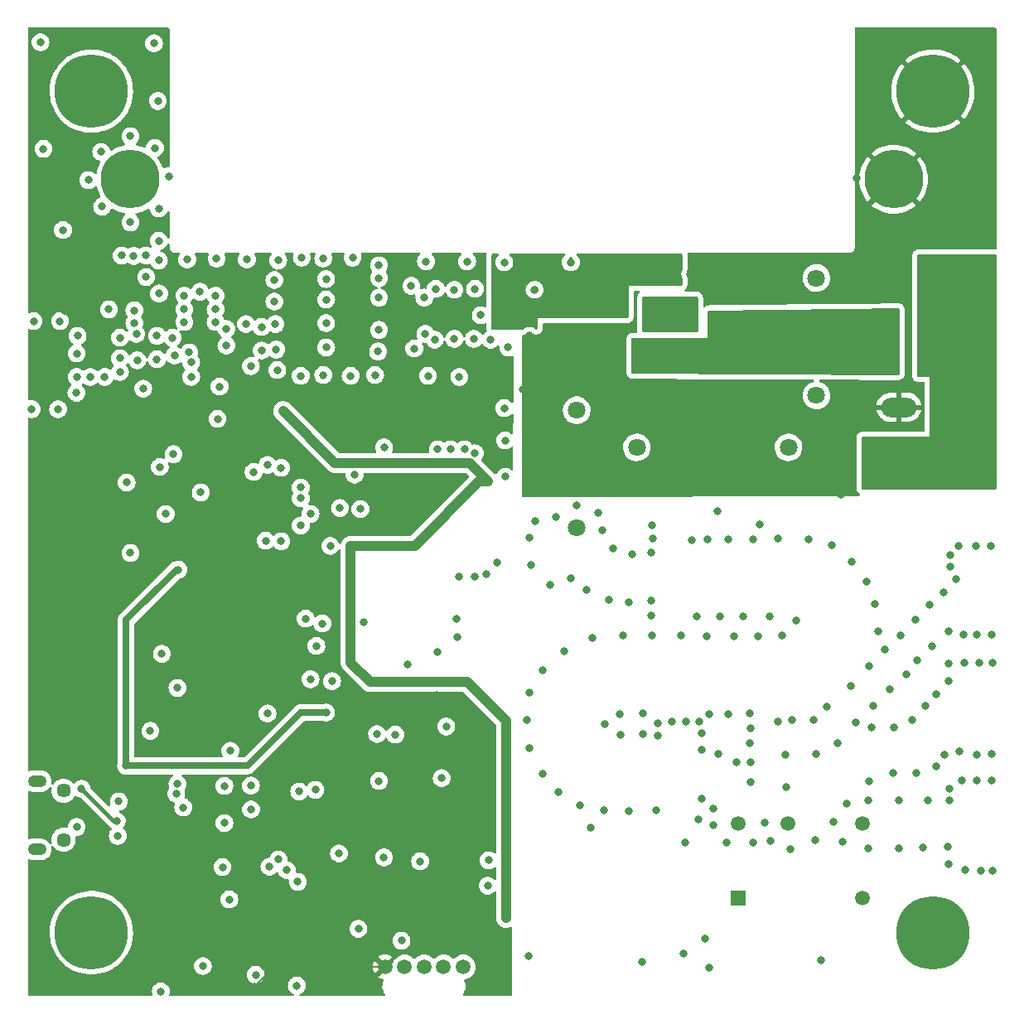
<source format=gbr>
%TF.GenerationSoftware,KiCad,Pcbnew,(6.0.9)*%
%TF.CreationDate,2022-11-09T00:10:40+00:00*%
%TF.ProjectId,Pi_TX_35W_PA,50695f54-585f-4333-9557-5f50412e6b69,rev?*%
%TF.SameCoordinates,Original*%
%TF.FileFunction,Copper,L3,Inr*%
%TF.FilePolarity,Positive*%
%FSLAX46Y46*%
G04 Gerber Fmt 4.6, Leading zero omitted, Abs format (unit mm)*
G04 Created by KiCad (PCBNEW (6.0.9)) date 2022-11-09 00:10:40*
%MOMM*%
%LPD*%
G01*
G04 APERTURE LIST*
G04 Aperture macros list*
%AMRoundRect*
0 Rectangle with rounded corners*
0 $1 Rounding radius*
0 $2 $3 $4 $5 $6 $7 $8 $9 X,Y pos of 4 corners*
0 Add a 4 corners polygon primitive as box body*
4,1,4,$2,$3,$4,$5,$6,$7,$8,$9,$2,$3,0*
0 Add four circle primitives for the rounded corners*
1,1,$1+$1,$2,$3*
1,1,$1+$1,$4,$5*
1,1,$1+$1,$6,$7*
1,1,$1+$1,$8,$9*
0 Add four rect primitives between the rounded corners*
20,1,$1+$1,$2,$3,$4,$5,0*
20,1,$1+$1,$4,$5,$6,$7,0*
20,1,$1+$1,$6,$7,$8,$9,0*
20,1,$1+$1,$8,$9,$2,$3,0*%
G04 Aperture macros list end*
%TA.AperFunction,ComponentPad*%
%ADD10C,1.450000*%
%TD*%
%TA.AperFunction,ComponentPad*%
%ADD11O,1.900000X1.200000*%
%TD*%
%TA.AperFunction,ComponentPad*%
%ADD12R,1.501140X1.501140*%
%TD*%
%TA.AperFunction,ComponentPad*%
%ADD13C,1.501140*%
%TD*%
%TA.AperFunction,ComponentPad*%
%ADD14C,1.500000*%
%TD*%
%TA.AperFunction,ComponentPad*%
%ADD15C,7.500000*%
%TD*%
%TA.AperFunction,ComponentPad*%
%ADD16C,1.800000*%
%TD*%
%TA.AperFunction,ComponentPad*%
%ADD17RoundRect,0.250000X1.550000X-0.750000X1.550000X0.750000X-1.550000X0.750000X-1.550000X-0.750000X0*%
%TD*%
%TA.AperFunction,ComponentPad*%
%ADD18O,3.600000X2.000000*%
%TD*%
%TA.AperFunction,ComponentPad*%
%ADD19C,6.000000*%
%TD*%
%TA.AperFunction,ViaPad*%
%ADD20C,0.800000*%
%TD*%
%TA.AperFunction,Conductor*%
%ADD21C,1.000000*%
%TD*%
%TA.AperFunction,Conductor*%
%ADD22C,0.400000*%
%TD*%
%TA.AperFunction,Conductor*%
%ADD23C,0.200000*%
%TD*%
%TA.AperFunction,Conductor*%
%ADD24C,0.700000*%
%TD*%
G04 APERTURE END LIST*
D10*
%TO.N,Net-(C2-Pad1)*%
%TO.C,J1*%
X104162500Y-128500000D03*
D11*
X101462500Y-127500000D03*
X101462500Y-134500000D03*
D10*
X104162500Y-133500000D03*
%TD*%
D12*
%TO.N,Net-(K1-Pad1)*%
%TO.C,K1*%
X173092500Y-139457500D03*
D13*
%TO.N,Net-(K1-Pad6)*%
X185792500Y-139457500D03*
%TO.N,Net-(J9-Pad1)*%
X185792500Y-131837500D03*
%TO.N,Net-(J8-Pad1)*%
X178172500Y-131837500D03*
%TO.N,Net-(C45-Pad1)*%
X173092500Y-131837500D03*
%TD*%
D14*
%TO.N,+3.3V*%
%TO.C,J2*%
X137000000Y-146500000D03*
%TO.N,Net-(J2-Pad2)*%
X139000000Y-146500000D03*
%TO.N,Net-(J2-Pad3)*%
X141000000Y-146500000D03*
%TO.N,GND*%
X143000000Y-146500000D03*
%TO.N,Net-(J2-Pad5)*%
X145000000Y-146500000D03*
%TD*%
D15*
%TO.N,GND*%
%TO.C,H3*%
X107000000Y-57000000D03*
%TD*%
%TO.N,GND*%
%TO.C,H2*%
X193000000Y-57000000D03*
%TD*%
D16*
%TO.N,Net-(C41-Pad2)*%
%TO.C,L7*%
X156600000Y-89600000D03*
%TO.N,Net-(C45-Pad1)*%
X156600000Y-101600000D03*
%TD*%
D17*
%TO.N,Net-(J5-Pad1)*%
%TO.C,J5*%
X189522500Y-94300000D03*
D18*
%TO.N,GND*%
X189522500Y-89300000D03*
%TD*%
D16*
%TO.N,Net-(C38-Pad2)*%
%TO.C,L6*%
X178250000Y-93400000D03*
%TO.N,Net-(C41-Pad2)*%
X162750000Y-93400000D03*
%TD*%
D15*
%TO.N,GND*%
%TO.C,H1*%
X107000000Y-143000000D03*
%TD*%
%TO.N,GND*%
%TO.C,H4*%
X193000000Y-143000000D03*
%TD*%
D19*
%TO.N,GND*%
%TO.C,U10*%
X111000000Y-66000000D03*
X189000000Y-66000000D03*
%TD*%
D16*
%TO.N,Net-(C38-Pad1)*%
%TO.C,L5*%
X181100000Y-76100000D03*
%TO.N,Net-(C38-Pad2)*%
X181100000Y-88100000D03*
%TD*%
D20*
%TO.N,GND*%
X153100000Y-85500000D03*
X152300000Y-77300000D03*
X156000000Y-74500000D03*
X149200000Y-74500000D03*
X161800000Y-95800000D03*
X164300000Y-91100000D03*
X156200000Y-92800000D03*
X173000000Y-97000000D03*
X167000000Y-97000000D03*
X159800000Y-97100000D03*
X153400000Y-97100000D03*
X179000000Y-97700000D03*
X178900000Y-95700000D03*
X175600000Y-92700000D03*
X184800000Y-96200000D03*
X184800000Y-93400000D03*
X174600000Y-89100000D03*
X169400000Y-89000000D03*
X166900000Y-88800000D03*
X161200000Y-89000000D03*
X153200000Y-89000000D03*
X102100000Y-62900000D03*
X113800000Y-58000000D03*
X113400000Y-52100000D03*
X101800000Y-52000000D03*
X198000000Y-65600000D03*
X197800000Y-52400000D03*
X187200000Y-52500000D03*
X182500000Y-78200000D03*
X116800000Y-74200000D03*
X122900000Y-74200000D03*
X145400000Y-74400000D03*
X149600000Y-83200000D03*
X147800000Y-82400000D03*
X156000000Y-82500000D03*
X153800000Y-82500000D03*
%TO.N,+12V*%
X147560757Y-96860757D03*
X135500000Y-117400000D03*
X162800000Y-84000000D03*
X162800000Y-82700000D03*
X133500000Y-103449500D03*
X186000000Y-82900000D03*
X167600000Y-82700000D03*
X163300000Y-146000000D03*
X166400000Y-84000000D03*
X167600000Y-84000000D03*
X186100000Y-79800000D03*
X149400000Y-141500000D03*
X187900000Y-82900000D03*
X165200000Y-84000000D03*
X164000000Y-84000000D03*
X187900000Y-79700000D03*
X187045000Y-81355000D03*
X126600000Y-89700000D03*
X181600000Y-145800000D03*
%TO.N,GND*%
X183575000Y-98225000D03*
X155800000Y-85500000D03*
X189522500Y-70177500D03*
X105500000Y-132200000D03*
X156600000Y-99300000D03*
X119700000Y-80600000D03*
X177200000Y-102700000D03*
X191400000Y-115200000D03*
X158800000Y-100100000D03*
X186500000Y-127500000D03*
X151700000Y-145400000D03*
X175800000Y-131800000D03*
X111335000Y-73835000D03*
X169700000Y-143600000D03*
X104100000Y-71200000D03*
X153100000Y-116200000D03*
X171100000Y-124700000D03*
X192500000Y-129500000D03*
X132300000Y-134900000D03*
X166300000Y-121425000D03*
X112600000Y-76000000D03*
X126100000Y-74300000D03*
X120800000Y-81300000D03*
X170600000Y-130300000D03*
X189500000Y-134400000D03*
X114600000Y-100200000D03*
X171900000Y-133800000D03*
X174600000Y-133800000D03*
X123800000Y-147300000D03*
X125800000Y-80800000D03*
X191900000Y-62900000D03*
X114000000Y-95400000D03*
X182200000Y-119900000D03*
X172100000Y-120700000D03*
X159500000Y-121700000D03*
X167500000Y-145100000D03*
X131425000Y-103475000D03*
X173600000Y-110700000D03*
X136400000Y-81400000D03*
X164700000Y-130500000D03*
X125700000Y-78500000D03*
X176400000Y-75600000D03*
X186100000Y-62700000D03*
X125900000Y-83400000D03*
X152400000Y-100900000D03*
X189522500Y-87477500D03*
X163400000Y-122700000D03*
X169400000Y-124300000D03*
X184600000Y-117800000D03*
X186400000Y-129500000D03*
X113700000Y-84400000D03*
X119700000Y-77900000D03*
X119700000Y-79300000D03*
X197900000Y-136700000D03*
X146800000Y-79900000D03*
X125000000Y-120600000D03*
X194200000Y-124800000D03*
X109924500Y-82200000D03*
X153100000Y-126800000D03*
X194600000Y-136000000D03*
X111000000Y-104200000D03*
X195600000Y-103500000D03*
X109924500Y-85700000D03*
X113925000Y-77675000D03*
X109800000Y-129600000D03*
X168200000Y-75675000D03*
X161900000Y-109200000D03*
X177200000Y-121400000D03*
X103800000Y-80500000D03*
X147600000Y-135600000D03*
X116500000Y-77900000D03*
X192700000Y-109500000D03*
X113025000Y-122375000D03*
X171200000Y-110700000D03*
X130000000Y-113700000D03*
X149300000Y-92700000D03*
X191400000Y-91000000D03*
X164300000Y-112600000D03*
X186700000Y-73900000D03*
X192200000Y-119800000D03*
X140600000Y-135700000D03*
X194600000Y-117300000D03*
X181100000Y-124700000D03*
X172700000Y-112700000D03*
X199100000Y-115400000D03*
X123300000Y-85100000D03*
X143272536Y-121927464D03*
X136400000Y-74800000D03*
X164200000Y-110600000D03*
X166900000Y-86900000D03*
X174400000Y-125600000D03*
X167712500Y-133775000D03*
X197500000Y-112500000D03*
X186500000Y-115800000D03*
X148500000Y-105200000D03*
X190300000Y-116600000D03*
X170600000Y-132000000D03*
X185200000Y-65900000D03*
X179000000Y-111100000D03*
X141125000Y-81800000D03*
X108375500Y-86200000D03*
X136400000Y-76100000D03*
X114100000Y-149000000D03*
X144300000Y-110900000D03*
X133500000Y-86100000D03*
X105600000Y-82000000D03*
X194100000Y-108200000D03*
X117200000Y-86200000D03*
X178400000Y-134500000D03*
X197700000Y-115400000D03*
X191200000Y-111000000D03*
X195700000Y-124500000D03*
X168900000Y-110700000D03*
X130700000Y-74100000D03*
X140000000Y-83300000D03*
X159200000Y-101900000D03*
X174600000Y-102800000D03*
X154500000Y-85500000D03*
X193300000Y-126000000D03*
X158200000Y-112900000D03*
X111000000Y-61600000D03*
X180300000Y-102800000D03*
X120800000Y-83000000D03*
X144600000Y-106600000D03*
X146200000Y-106600000D03*
X197500000Y-127400000D03*
X141025000Y-78100000D03*
X187400000Y-112200000D03*
X178500000Y-87000000D03*
X109700000Y-133100000D03*
X129400000Y-100200000D03*
X130600000Y-111400000D03*
X142800000Y-127200000D03*
X151800000Y-118500000D03*
X117000000Y-83700000D03*
X105500000Y-86200000D03*
X192400000Y-68800000D03*
X113900000Y-72300000D03*
X151100000Y-87500000D03*
X151784668Y-81999500D03*
X194800000Y-105600000D03*
X170000000Y-102800000D03*
X182700000Y-103400000D03*
X187700000Y-91100000D03*
X174400000Y-122100000D03*
X116500000Y-79300000D03*
X144100000Y-82300000D03*
X193100000Y-65800000D03*
X181000000Y-133500000D03*
X161300000Y-112600000D03*
X192000000Y-134300000D03*
X197500000Y-124800000D03*
X151800000Y-102600000D03*
X113500000Y-62800000D03*
X105500000Y-83800000D03*
X194600000Y-115500000D03*
X159400000Y-130500000D03*
X187600000Y-87400000D03*
X189522500Y-75377500D03*
X168400000Y-102900000D03*
X172900000Y-125600000D03*
X161100000Y-122800000D03*
X180800000Y-121300000D03*
X156000000Y-106800000D03*
X186900000Y-89400000D03*
X196300000Y-136600000D03*
X134800000Y-111300000D03*
X125700000Y-76300000D03*
X175600000Y-87000000D03*
X130700000Y-86000000D03*
X167800000Y-121425000D03*
X164400000Y-102700000D03*
X116500000Y-80600000D03*
X113700000Y-82000000D03*
X174400000Y-127600000D03*
X155300000Y-114200000D03*
X123584541Y-95917471D03*
X186300000Y-69000000D03*
X141400000Y-86100000D03*
X169400000Y-122600000D03*
X153900000Y-107500000D03*
X142100000Y-82400000D03*
X144400000Y-112800000D03*
X186722500Y-76022500D03*
X118100000Y-77500000D03*
X160300000Y-103700000D03*
X131000000Y-80700000D03*
X183300000Y-123600000D03*
X186200000Y-107100000D03*
X144600000Y-86200000D03*
X154700000Y-128600000D03*
X194700000Y-129500000D03*
X163400000Y-120600000D03*
X177600000Y-112600000D03*
X175337500Y-101300000D03*
X131000000Y-83200000D03*
X170100000Y-120700000D03*
X106900000Y-86200000D03*
X111700000Y-84500000D03*
X105475000Y-87825000D03*
X183800000Y-133700000D03*
X142400000Y-114300000D03*
X188900000Y-126700000D03*
X128500000Y-74000000D03*
X198900000Y-103500000D03*
X122800000Y-80800000D03*
X177900000Y-124800000D03*
X129400000Y-117100000D03*
X187100000Y-109400000D03*
X188600000Y-118100000D03*
X194600000Y-112200000D03*
X161900000Y-130600000D03*
X141200000Y-74400000D03*
X113900000Y-69000000D03*
X189500000Y-91100000D03*
X186900000Y-119800000D03*
X184500000Y-87100000D03*
X106700000Y-66100000D03*
X151900000Y-105400000D03*
X174300000Y-123600000D03*
X162600000Y-86900000D03*
X194500000Y-134200000D03*
X115500000Y-84000000D03*
X199000000Y-112500000D03*
X119800000Y-74100000D03*
X184200000Y-129800000D03*
X149300000Y-96400000D03*
X110100000Y-73800000D03*
X157600000Y-108000000D03*
X164200000Y-109100000D03*
X172100000Y-102800000D03*
X184700000Y-105100000D03*
X136300000Y-83600000D03*
X188100000Y-114100000D03*
X172100000Y-86900000D03*
X145131544Y-93611395D03*
X103600000Y-89500000D03*
X121100000Y-139600000D03*
X178000000Y-128100000D03*
X196200000Y-115400000D03*
X186700000Y-78100000D03*
X189000000Y-122000000D03*
X189500000Y-129500000D03*
X196000000Y-127400000D03*
X174300000Y-120600000D03*
X134500000Y-99700000D03*
X162300000Y-104300000D03*
X164900000Y-122900000D03*
X146100000Y-82300000D03*
X164900000Y-121600000D03*
X167300000Y-112600000D03*
X128400000Y-86100000D03*
X108000000Y-63200000D03*
X151500000Y-121300000D03*
X176300000Y-110700000D03*
X113900000Y-74300000D03*
X139700000Y-76900000D03*
X108100000Y-68800000D03*
X164200000Y-104200000D03*
X190900000Y-121300000D03*
X112605000Y-73795000D03*
X149200000Y-89400000D03*
X197400000Y-103500000D03*
X169900000Y-112700000D03*
X185100000Y-121500000D03*
X100900000Y-89500000D03*
X154500000Y-100500000D03*
X169100000Y-121400000D03*
X192900000Y-113700000D03*
X136200000Y-122700000D03*
X131000000Y-78300000D03*
X182800000Y-131700000D03*
X158200000Y-85600000D03*
X115300000Y-82200000D03*
X136400000Y-78100000D03*
X144100000Y-77300000D03*
X101100000Y-80500000D03*
X111600000Y-81800000D03*
X117200000Y-84700000D03*
X186700000Y-122000000D03*
X191300000Y-87500000D03*
X175100000Y-112700000D03*
X196100000Y-112500000D03*
X133700000Y-74000000D03*
X181100000Y-74000000D03*
X114900000Y-65700000D03*
X199100000Y-136700000D03*
X159900000Y-109000000D03*
X193300000Y-118600000D03*
X161000000Y-120700000D03*
X199000000Y-124700000D03*
X189700000Y-112600000D03*
X158037500Y-132300000D03*
X183675000Y-91475000D03*
X176400000Y-133600000D03*
X194700000Y-128300000D03*
X147400000Y-106400000D03*
X126000000Y-85500000D03*
X146200000Y-77200000D03*
X178600000Y-121300000D03*
X151800000Y-124100000D03*
X109924500Y-84300000D03*
X142200000Y-77200000D03*
X169000000Y-131400000D03*
X160900000Y-85600000D03*
X131600000Y-117300000D03*
X128000000Y-148400000D03*
X136000000Y-86000000D03*
X156900000Y-130000000D03*
X191300000Y-126700000D03*
X131000000Y-76200000D03*
X189300000Y-61900000D03*
X136900000Y-135300000D03*
X194800000Y-104400000D03*
X136924443Y-93400500D03*
X136400000Y-127500000D03*
X124400000Y-83500000D03*
X111000000Y-70400000D03*
X169400000Y-129300000D03*
X124400000Y-81100000D03*
X199000000Y-127400000D03*
X186400000Y-134400000D03*
X164337500Y-101400000D03*
X184700000Y-75500000D03*
X195400000Y-106900000D03*
X128899500Y-110900000D03*
%TO.N,/PA_Power/VBus*%
X106000000Y-128300000D03*
X109600000Y-131600000D03*
%TO.N,Net-(D2-Pad5)*%
X126971835Y-136596433D03*
X128100000Y-137800000D03*
%TO.N,/PA_Protection/Slave_INT*%
X121200000Y-124400000D03*
X115400500Y-94100500D03*
%TO.N,/PA_Protection/Slave_SDA*%
X118184668Y-98015332D03*
X110600000Y-97000000D03*
%TO.N,/PA_Protection/Ext_SDA*%
X115799500Y-117992211D03*
X115799500Y-127800000D03*
%TO.N,/PA_Protection/Ext_SCL*%
X115675500Y-128799503D03*
X114200000Y-114500000D03*
%TO.N,+3.3V*%
X118200000Y-99300000D03*
X124368503Y-141320707D03*
X104300000Y-79400000D03*
X116200500Y-120676271D03*
X142300000Y-118700000D03*
X140500000Y-131000000D03*
X123600000Y-133300000D03*
X123700000Y-148500000D03*
X124298391Y-99401609D03*
X129600000Y-122400000D03*
X141000000Y-98900000D03*
X112000000Y-118800000D03*
%TO.N,Net-(C21-Pad1)*%
X138062500Y-122762500D03*
X139300000Y-115600000D03*
X110550000Y-125950000D03*
X131000000Y-120500000D03*
X115900000Y-105900000D03*
%TO.N,Net-(J2-Pad2)*%
X125200000Y-136249502D03*
X134300000Y-142600000D03*
%TO.N,Net-(J2-Pad3)*%
X126115296Y-135525002D03*
X138700000Y-143824500D03*
%TO.N,Net-(J2-Pad5)*%
X120400000Y-136300000D03*
%TO.N,/PA_Power/VDD_PA*%
X167700000Y-81200000D03*
X167700000Y-79800000D03*
X146200000Y-94000000D03*
X165300000Y-80200000D03*
%TO.N,/PA_Protection/ADC_Vgg_PA*%
X132400000Y-99600000D03*
X129900000Y-128400000D03*
%TO.N,/PA_Protection/TX_Relay*%
X170100000Y-146600000D03*
X128246889Y-128563919D03*
%TO.N,Net-(R3-Pad2)*%
X118400000Y-146400000D03*
X123303301Y-127966035D03*
%TO.N,/PA_Power/En_Vgg_PA*%
X126400000Y-95500000D03*
X120600000Y-128000000D03*
%TO.N,/PA_Protection/Temp_INT*%
X116400000Y-130200000D03*
X111400000Y-79400000D03*
%TO.N,Net-(J5-Pad1)*%
X195600000Y-83200000D03*
X192100000Y-96500000D03*
X192100000Y-93000000D03*
X189600000Y-92700000D03*
X186600000Y-94800000D03*
X186600000Y-93100000D03*
X198400000Y-83200000D03*
X198400000Y-74700000D03*
X192600000Y-83200000D03*
X192500000Y-74700000D03*
X192200000Y-94500000D03*
X189700000Y-96600000D03*
X186600000Y-96600000D03*
X195400000Y-74700000D03*
%TO.N,/PA_Power/Int_SDA*%
X123323132Y-130399500D03*
X112300000Y-87400000D03*
X128400000Y-98600000D03*
X108795000Y-79295000D03*
X143700000Y-93600500D03*
X128400000Y-101400000D03*
%TO.N,/PA_Power/Int_SCL*%
X126400500Y-103000000D03*
X128400000Y-97500000D03*
X142400000Y-93600500D03*
X120600000Y-131800000D03*
X124801500Y-102946022D03*
X111399998Y-80700000D03*
%TO.N,Net-(R34-Pad2)*%
X125000000Y-95200000D03*
X133900000Y-96199500D03*
%TO.N,Net-(C31-Pad1)*%
X162700000Y-75200000D03*
X157000000Y-75400000D03*
X152700000Y-79800000D03*
%TO.N,/PA_Protection/VFwd*%
X147500000Y-138200000D03*
X171000000Y-99937500D03*
%TO.N,+5V*%
X119900000Y-90500000D03*
X120100000Y-87200000D03*
%TD*%
D21*
%TO.N,+12V*%
X133500000Y-103449500D02*
X133500000Y-115400000D01*
X126600000Y-89700000D02*
X131900000Y-95000000D01*
X147560757Y-96860757D02*
X146639243Y-96860757D01*
X146100000Y-95400000D02*
X147560757Y-96860757D01*
X133500000Y-115400000D02*
X135500000Y-117400000D01*
X131900000Y-95000000D02*
X145700000Y-95000000D01*
X146639243Y-96860757D02*
X140050500Y-103449500D01*
X145445072Y-117400000D02*
X135500000Y-117400000D01*
X145700000Y-95000000D02*
X146100000Y-95400000D01*
X140050500Y-103449500D02*
X133500000Y-103449500D01*
X149400000Y-141500000D02*
X149400000Y-121354928D01*
X149400000Y-121354928D02*
X145445072Y-117400000D01*
D22*
%TO.N,/PA_Power/VBus*%
X109300000Y-131600000D02*
X109600000Y-131600000D01*
X106000000Y-128300000D02*
X109300000Y-131600000D01*
D23*
%TO.N,+3.3V*%
X123700000Y-148500000D02*
X125700000Y-146500000D01*
X125700000Y-146500000D02*
X136900000Y-146500000D01*
D24*
%TO.N,Net-(C21-Pad1)*%
X131000000Y-120500000D02*
X128401000Y-120500000D01*
X115700000Y-105900000D02*
X115900002Y-105900000D01*
X110550000Y-111050000D02*
X115700000Y-105900000D01*
D22*
X115900000Y-105900000D02*
X115900002Y-105900000D01*
D24*
X122951000Y-125950000D02*
X110550000Y-125950000D01*
X128401000Y-120500000D02*
X122951000Y-125950000D01*
X110550000Y-125950000D02*
X110550000Y-111050000D01*
%TD*%
%TA.AperFunction,Conductor*%
%TO.N,Net-(C31-Pad1)*%
G36*
X148575253Y-73620002D02*
G01*
X148621746Y-73673658D01*
X148631850Y-73743932D01*
X148602356Y-73808512D01*
X148593017Y-73818032D01*
X148588747Y-73821134D01*
X148460960Y-73963056D01*
X148365473Y-74128444D01*
X148306458Y-74310072D01*
X148286496Y-74500000D01*
X148306458Y-74689928D01*
X148365473Y-74871556D01*
X148460960Y-75036944D01*
X148465378Y-75041851D01*
X148465379Y-75041852D01*
X148584325Y-75173955D01*
X148588747Y-75178866D01*
X148631434Y-75209880D01*
X148718146Y-75272880D01*
X148743248Y-75291118D01*
X148749276Y-75293802D01*
X148749278Y-75293803D01*
X148785049Y-75309729D01*
X148917712Y-75368794D01*
X149011113Y-75388647D01*
X149098056Y-75407128D01*
X149098061Y-75407128D01*
X149104513Y-75408500D01*
X149295487Y-75408500D01*
X149301939Y-75407128D01*
X149301944Y-75407128D01*
X149388887Y-75388647D01*
X149482288Y-75368794D01*
X149614951Y-75309729D01*
X149650722Y-75293803D01*
X149650724Y-75293802D01*
X149656752Y-75291118D01*
X149681855Y-75272880D01*
X149768566Y-75209880D01*
X149811253Y-75178866D01*
X149815675Y-75173955D01*
X149934621Y-75041852D01*
X149934622Y-75041851D01*
X149939040Y-75036944D01*
X150034527Y-74871556D01*
X150093542Y-74689928D01*
X150113504Y-74500000D01*
X150093542Y-74310072D01*
X150034527Y-74128444D01*
X149939040Y-73963056D01*
X149811253Y-73821134D01*
X149808042Y-73818801D01*
X149771318Y-73759189D01*
X149772670Y-73688205D01*
X149812185Y-73629221D01*
X149877315Y-73600964D01*
X149892868Y-73600000D01*
X155307132Y-73600000D01*
X155375253Y-73620002D01*
X155421746Y-73673658D01*
X155431850Y-73743932D01*
X155402356Y-73808512D01*
X155393017Y-73818032D01*
X155388747Y-73821134D01*
X155260960Y-73963056D01*
X155165473Y-74128444D01*
X155106458Y-74310072D01*
X155086496Y-74500000D01*
X155106458Y-74689928D01*
X155165473Y-74871556D01*
X155260960Y-75036944D01*
X155265378Y-75041851D01*
X155265379Y-75041852D01*
X155384325Y-75173955D01*
X155388747Y-75178866D01*
X155431434Y-75209880D01*
X155518146Y-75272880D01*
X155543248Y-75291118D01*
X155549276Y-75293802D01*
X155549278Y-75293803D01*
X155585049Y-75309729D01*
X155717712Y-75368794D01*
X155811113Y-75388647D01*
X155898056Y-75407128D01*
X155898061Y-75407128D01*
X155904513Y-75408500D01*
X156095487Y-75408500D01*
X156101939Y-75407128D01*
X156101944Y-75407128D01*
X156188887Y-75388647D01*
X156282288Y-75368794D01*
X156414951Y-75309729D01*
X156450722Y-75293803D01*
X156450724Y-75293802D01*
X156456752Y-75291118D01*
X156481855Y-75272880D01*
X156568566Y-75209880D01*
X156611253Y-75178866D01*
X156615675Y-75173955D01*
X156734621Y-75041852D01*
X156734622Y-75041851D01*
X156739040Y-75036944D01*
X156834527Y-74871556D01*
X156893542Y-74689928D01*
X156913504Y-74500000D01*
X156893542Y-74310072D01*
X156834527Y-74128444D01*
X156739040Y-73963056D01*
X156611253Y-73821134D01*
X156608042Y-73818801D01*
X156571318Y-73759189D01*
X156572670Y-73688205D01*
X156612185Y-73629221D01*
X156677315Y-73600964D01*
X156692868Y-73600000D01*
X167274000Y-73600000D01*
X167342121Y-73620002D01*
X167388614Y-73673658D01*
X167400000Y-73726000D01*
X167400000Y-75209880D01*
X167383119Y-75272880D01*
X167365473Y-75303444D01*
X167306458Y-75485072D01*
X167286496Y-75675000D01*
X167306458Y-75864928D01*
X167365473Y-76046556D01*
X167368776Y-76052278D01*
X167368777Y-76052279D01*
X167383119Y-76077120D01*
X167400000Y-76140120D01*
X167400000Y-76774000D01*
X167379998Y-76842121D01*
X167326342Y-76888614D01*
X167274000Y-76900000D01*
X161900000Y-76900000D01*
X161900000Y-80074000D01*
X161879998Y-80142121D01*
X161826342Y-80188614D01*
X161774000Y-80200000D01*
X152600000Y-80200000D01*
X152600000Y-81222316D01*
X152579998Y-81290437D01*
X152526342Y-81336930D01*
X152456068Y-81347034D01*
X152396878Y-81319317D01*
X152395921Y-81320634D01*
X152246762Y-81212263D01*
X152246761Y-81212262D01*
X152241420Y-81208382D01*
X152235392Y-81205698D01*
X152235390Y-81205697D01*
X152072987Y-81133391D01*
X152072986Y-81133391D01*
X152066956Y-81130706D01*
X151962486Y-81108500D01*
X151886612Y-81092372D01*
X151886607Y-81092372D01*
X151880155Y-81091000D01*
X151689181Y-81091000D01*
X151682729Y-81092372D01*
X151682724Y-81092372D01*
X151606850Y-81108500D01*
X151502380Y-81130706D01*
X151496350Y-81133391D01*
X151496349Y-81133391D01*
X151333946Y-81205697D01*
X151333944Y-81205698D01*
X151327916Y-81208382D01*
X151322575Y-81212262D01*
X151322574Y-81212263D01*
X151308738Y-81222316D01*
X151173415Y-81320634D01*
X151139491Y-81358311D01*
X151079046Y-81395550D01*
X151045855Y-81400000D01*
X148026000Y-81400000D01*
X147957879Y-81379998D01*
X147911386Y-81326342D01*
X147900000Y-81274000D01*
X147900000Y-77300000D01*
X151386496Y-77300000D01*
X151406458Y-77489928D01*
X151465473Y-77671556D01*
X151560960Y-77836944D01*
X151688747Y-77978866D01*
X151843248Y-78091118D01*
X151849276Y-78093802D01*
X151849278Y-78093803D01*
X152011681Y-78166109D01*
X152017712Y-78168794D01*
X152111113Y-78188647D01*
X152198056Y-78207128D01*
X152198061Y-78207128D01*
X152204513Y-78208500D01*
X152395487Y-78208500D01*
X152401939Y-78207128D01*
X152401944Y-78207128D01*
X152488887Y-78188647D01*
X152582288Y-78168794D01*
X152588319Y-78166109D01*
X152750722Y-78093803D01*
X152750724Y-78093802D01*
X152756752Y-78091118D01*
X152911253Y-77978866D01*
X153039040Y-77836944D01*
X153134527Y-77671556D01*
X153193542Y-77489928D01*
X153213504Y-77300000D01*
X153193542Y-77110072D01*
X153134527Y-76928444D01*
X153039040Y-76763056D01*
X152911253Y-76621134D01*
X152756752Y-76508882D01*
X152750724Y-76506198D01*
X152750722Y-76506197D01*
X152588319Y-76433891D01*
X152588318Y-76433891D01*
X152582288Y-76431206D01*
X152488888Y-76411353D01*
X152401944Y-76392872D01*
X152401939Y-76392872D01*
X152395487Y-76391500D01*
X152204513Y-76391500D01*
X152198061Y-76392872D01*
X152198056Y-76392872D01*
X152111112Y-76411353D01*
X152017712Y-76431206D01*
X152011682Y-76433891D01*
X152011681Y-76433891D01*
X151849278Y-76506197D01*
X151849276Y-76506198D01*
X151843248Y-76508882D01*
X151688747Y-76621134D01*
X151560960Y-76763056D01*
X151465473Y-76928444D01*
X151406458Y-77110072D01*
X151386496Y-77300000D01*
X147900000Y-77300000D01*
X147900000Y-73726000D01*
X147920002Y-73657879D01*
X147973658Y-73611386D01*
X148026000Y-73600000D01*
X148507132Y-73600000D01*
X148575253Y-73620002D01*
G37*
%TD.AperFunction*%
%TD*%
%TA.AperFunction,Conductor*%
%TO.N,Net-(J5-Pad1)*%
G36*
X199433621Y-73720002D02*
G01*
X199480114Y-73773658D01*
X199491500Y-73826000D01*
X199491500Y-97574000D01*
X199471498Y-97642121D01*
X199417842Y-97688614D01*
X199365500Y-97700000D01*
X185826000Y-97700000D01*
X185757879Y-97679998D01*
X185711386Y-97626342D01*
X185700000Y-97574000D01*
X185700000Y-96335089D01*
X185700690Y-96321919D01*
X185712814Y-96206565D01*
X185713504Y-96200000D01*
X185700690Y-96078081D01*
X185700000Y-96064911D01*
X185700000Y-93535089D01*
X185700690Y-93521919D01*
X185712814Y-93406565D01*
X185713504Y-93400000D01*
X185700690Y-93278081D01*
X185700000Y-93264911D01*
X185700000Y-92426000D01*
X185720002Y-92357879D01*
X185773658Y-92311386D01*
X185826000Y-92300000D01*
X192700000Y-92300000D01*
X192700000Y-86200000D01*
X191526000Y-86200000D01*
X191457879Y-86179998D01*
X191411386Y-86126342D01*
X191400000Y-86074000D01*
X191400000Y-73826000D01*
X191420002Y-73757879D01*
X191473658Y-73711386D01*
X191526000Y-73700000D01*
X199365500Y-73700000D01*
X199433621Y-73720002D01*
G37*
%TD.AperFunction*%
%TD*%
%TA.AperFunction,Conductor*%
%TO.N,/PA_Power/VDD_PA*%
G36*
X168942121Y-78020002D02*
G01*
X168988614Y-78073658D01*
X169000000Y-78126000D01*
X169000000Y-81474000D01*
X168979998Y-81542121D01*
X168926342Y-81588614D01*
X168874000Y-81600000D01*
X163426000Y-81600000D01*
X163357879Y-81579998D01*
X163311386Y-81526342D01*
X163300000Y-81474000D01*
X163300000Y-78126000D01*
X163320002Y-78057879D01*
X163373658Y-78011386D01*
X163426000Y-78000000D01*
X168874000Y-78000000D01*
X168942121Y-78020002D01*
G37*
%TD.AperFunction*%
%TD*%
%TA.AperFunction,Conductor*%
%TO.N,+3.3V*%
G36*
X114933621Y-50528502D02*
G01*
X114980114Y-50582158D01*
X114991500Y-50634500D01*
X114991500Y-64665500D01*
X114971498Y-64733621D01*
X114917842Y-64780114D01*
X114865500Y-64791500D01*
X114804513Y-64791500D01*
X114798061Y-64792872D01*
X114798056Y-64792872D01*
X114711112Y-64811353D01*
X114617712Y-64831206D01*
X114475743Y-64894414D01*
X114405378Y-64903848D01*
X114341081Y-64873742D01*
X114306865Y-64824461D01*
X114294739Y-64792872D01*
X114209573Y-64571006D01*
X114208075Y-64568066D01*
X114044119Y-64246284D01*
X114044115Y-64246277D01*
X114042620Y-64243343D01*
X113927524Y-64066109D01*
X113844127Y-63937689D01*
X113844127Y-63937688D01*
X113842332Y-63934925D01*
X113840257Y-63932362D01*
X113840250Y-63932353D01*
X113771360Y-63847281D01*
X113744034Y-63781754D01*
X113756474Y-63711856D01*
X113804728Y-63659779D01*
X113818032Y-63652880D01*
X113950719Y-63593805D01*
X113950726Y-63593801D01*
X113956752Y-63591118D01*
X113973616Y-63578866D01*
X114012157Y-63550864D01*
X114111253Y-63478866D01*
X114191333Y-63389928D01*
X114234621Y-63341852D01*
X114234622Y-63341851D01*
X114239040Y-63336944D01*
X114334527Y-63171556D01*
X114393542Y-62989928D01*
X114397121Y-62955881D01*
X114412814Y-62806565D01*
X114413504Y-62800000D01*
X114404052Y-62710072D01*
X114394232Y-62616635D01*
X114394232Y-62616633D01*
X114393542Y-62610072D01*
X114334527Y-62428444D01*
X114308254Y-62382937D01*
X114296775Y-62363056D01*
X114239040Y-62263056D01*
X114111253Y-62121134D01*
X113956752Y-62008882D01*
X113950724Y-62006198D01*
X113950722Y-62006197D01*
X113788319Y-61933891D01*
X113788318Y-61933891D01*
X113782288Y-61931206D01*
X113688888Y-61911353D01*
X113601944Y-61892872D01*
X113601939Y-61892872D01*
X113595487Y-61891500D01*
X113404513Y-61891500D01*
X113398061Y-61892872D01*
X113398056Y-61892872D01*
X113311112Y-61911353D01*
X113217712Y-61931206D01*
X113211682Y-61933891D01*
X113211681Y-61933891D01*
X113049278Y-62006197D01*
X113049276Y-62006198D01*
X113043248Y-62008882D01*
X112888747Y-62121134D01*
X112760960Y-62263056D01*
X112703225Y-62363056D01*
X112691747Y-62382937D01*
X112665473Y-62428444D01*
X112606458Y-62610072D01*
X112605769Y-62616631D01*
X112605768Y-62616634D01*
X112598519Y-62685607D01*
X112571506Y-62751263D01*
X112513284Y-62791893D01*
X112442339Y-62794596D01*
X112428062Y-62790069D01*
X112085674Y-62658639D01*
X111730459Y-62563459D01*
X111656949Y-62551816D01*
X111611434Y-62544607D01*
X111547281Y-62514194D01*
X111509754Y-62453926D01*
X111510768Y-62382937D01*
X111550001Y-62323765D01*
X111557084Y-62318222D01*
X111605909Y-62282749D01*
X111605911Y-62282747D01*
X111611253Y-62278866D01*
X111739040Y-62136944D01*
X111834527Y-61971556D01*
X111893542Y-61789928D01*
X111913504Y-61600000D01*
X111893542Y-61410072D01*
X111834527Y-61228444D01*
X111739040Y-61063056D01*
X111611253Y-60921134D01*
X111456752Y-60808882D01*
X111450724Y-60806198D01*
X111450722Y-60806197D01*
X111288319Y-60733891D01*
X111288318Y-60733891D01*
X111282288Y-60731206D01*
X111188888Y-60711353D01*
X111101944Y-60692872D01*
X111101939Y-60692872D01*
X111095487Y-60691500D01*
X110904513Y-60691500D01*
X110898061Y-60692872D01*
X110898056Y-60692872D01*
X110811112Y-60711353D01*
X110717712Y-60731206D01*
X110711682Y-60733891D01*
X110711681Y-60733891D01*
X110549278Y-60806197D01*
X110549276Y-60806198D01*
X110543248Y-60808882D01*
X110388747Y-60921134D01*
X110260960Y-61063056D01*
X110165473Y-61228444D01*
X110106458Y-61410072D01*
X110086496Y-61600000D01*
X110106458Y-61789928D01*
X110165473Y-61971556D01*
X110260960Y-62136944D01*
X110388747Y-62278866D01*
X110394089Y-62282747D01*
X110394091Y-62282749D01*
X110442916Y-62318222D01*
X110486270Y-62374444D01*
X110492345Y-62445180D01*
X110459214Y-62507972D01*
X110397394Y-62542883D01*
X110388566Y-62544607D01*
X110343051Y-62551816D01*
X110269541Y-62563459D01*
X109914326Y-62658639D01*
X109571006Y-62790427D01*
X109568066Y-62791925D01*
X109246284Y-62955881D01*
X109246277Y-62955885D01*
X109243343Y-62957380D01*
X109240577Y-62959176D01*
X109240574Y-62959178D01*
X109078068Y-63064710D01*
X109010043Y-63085036D01*
X108941828Y-63065358D01*
X108895081Y-63011924D01*
X108889611Y-62997974D01*
X108836568Y-62834726D01*
X108834527Y-62828444D01*
X108739040Y-62663056D01*
X108697243Y-62616635D01*
X108615675Y-62526045D01*
X108615674Y-62526044D01*
X108611253Y-62521134D01*
X108456752Y-62408882D01*
X108450724Y-62406198D01*
X108450722Y-62406197D01*
X108288319Y-62333891D01*
X108288318Y-62333891D01*
X108282288Y-62331206D01*
X108188887Y-62311353D01*
X108101944Y-62292872D01*
X108101939Y-62292872D01*
X108095487Y-62291500D01*
X107904513Y-62291500D01*
X107898061Y-62292872D01*
X107898056Y-62292872D01*
X107811113Y-62311353D01*
X107717712Y-62331206D01*
X107711682Y-62333891D01*
X107711681Y-62333891D01*
X107549278Y-62406197D01*
X107549276Y-62406198D01*
X107543248Y-62408882D01*
X107388747Y-62521134D01*
X107384326Y-62526044D01*
X107384325Y-62526045D01*
X107302758Y-62616635D01*
X107260960Y-62663056D01*
X107165473Y-62828444D01*
X107106458Y-63010072D01*
X107086496Y-63200000D01*
X107106458Y-63389928D01*
X107165473Y-63571556D01*
X107260960Y-63736944D01*
X107388747Y-63878866D01*
X107543248Y-63991118D01*
X107549276Y-63993802D01*
X107549278Y-63993803D01*
X107711681Y-64066109D01*
X107717712Y-64068794D01*
X107853588Y-64097675D01*
X107916060Y-64131403D01*
X107950382Y-64193553D01*
X107945654Y-64264392D01*
X107939657Y-64278125D01*
X107791925Y-64568066D01*
X107790427Y-64571006D01*
X107658639Y-64914326D01*
X107563459Y-65269541D01*
X107562944Y-65272793D01*
X107562942Y-65272802D01*
X107546637Y-65375748D01*
X107516224Y-65439901D01*
X107455956Y-65477428D01*
X107384966Y-65476414D01*
X107328552Y-65440347D01*
X107311253Y-65421134D01*
X107156752Y-65308882D01*
X107150724Y-65306198D01*
X107150722Y-65306197D01*
X106988319Y-65233891D01*
X106988318Y-65233891D01*
X106982288Y-65231206D01*
X106888887Y-65211353D01*
X106801944Y-65192872D01*
X106801939Y-65192872D01*
X106795487Y-65191500D01*
X106604513Y-65191500D01*
X106598061Y-65192872D01*
X106598056Y-65192872D01*
X106511113Y-65211353D01*
X106417712Y-65231206D01*
X106411682Y-65233891D01*
X106411681Y-65233891D01*
X106249278Y-65306197D01*
X106249276Y-65306198D01*
X106243248Y-65308882D01*
X106088747Y-65421134D01*
X105960960Y-65563056D01*
X105865473Y-65728444D01*
X105806458Y-65910072D01*
X105786496Y-66100000D01*
X105806458Y-66289928D01*
X105865473Y-66471556D01*
X105960960Y-66636944D01*
X105965378Y-66641851D01*
X105965379Y-66641852D01*
X106048800Y-66734500D01*
X106088747Y-66778866D01*
X106243248Y-66891118D01*
X106249276Y-66893802D01*
X106249278Y-66893803D01*
X106411681Y-66966109D01*
X106417712Y-66968794D01*
X106511113Y-66988647D01*
X106598056Y-67007128D01*
X106598061Y-67007128D01*
X106604513Y-67008500D01*
X106795487Y-67008500D01*
X106801939Y-67007128D01*
X106801944Y-67007128D01*
X106888887Y-66988647D01*
X106982288Y-66968794D01*
X106988319Y-66966109D01*
X107150722Y-66893803D01*
X107150724Y-66893802D01*
X107156752Y-66891118D01*
X107311253Y-66778866D01*
X107360334Y-66724356D01*
X107420780Y-66687116D01*
X107491764Y-66688468D01*
X107550748Y-66727981D01*
X107575676Y-66776053D01*
X107658639Y-67085674D01*
X107790427Y-67428994D01*
X107791925Y-67431934D01*
X107949429Y-67741053D01*
X107962533Y-67810830D01*
X107935833Y-67876615D01*
X107877805Y-67917521D01*
X107863360Y-67921502D01*
X107824176Y-67929831D01*
X107824167Y-67929834D01*
X107817712Y-67931206D01*
X107811682Y-67933891D01*
X107811681Y-67933891D01*
X107649278Y-68006197D01*
X107649276Y-68006198D01*
X107643248Y-68008882D01*
X107488747Y-68121134D01*
X107484326Y-68126044D01*
X107484325Y-68126045D01*
X107477261Y-68133891D01*
X107360960Y-68263056D01*
X107265473Y-68428444D01*
X107206458Y-68610072D01*
X107205768Y-68616633D01*
X107205768Y-68616635D01*
X107192970Y-68738407D01*
X107186496Y-68800000D01*
X107187186Y-68806565D01*
X107195488Y-68885550D01*
X107206458Y-68989928D01*
X107265473Y-69171556D01*
X107360960Y-69336944D01*
X107365378Y-69341851D01*
X107365379Y-69341852D01*
X107450637Y-69436541D01*
X107488747Y-69478866D01*
X107643248Y-69591118D01*
X107649276Y-69593802D01*
X107649278Y-69593803D01*
X107720597Y-69625556D01*
X107817712Y-69668794D01*
X107878797Y-69681778D01*
X107998056Y-69707128D01*
X107998061Y-69707128D01*
X108004513Y-69708500D01*
X108195487Y-69708500D01*
X108201939Y-69707128D01*
X108201944Y-69707128D01*
X108321203Y-69681778D01*
X108382288Y-69668794D01*
X108479403Y-69625556D01*
X108550722Y-69593803D01*
X108550724Y-69593802D01*
X108556752Y-69591118D01*
X108711253Y-69478866D01*
X108749363Y-69436541D01*
X108834621Y-69341852D01*
X108834622Y-69341851D01*
X108839040Y-69336944D01*
X108934527Y-69171556D01*
X108972187Y-69055651D01*
X109012261Y-68997046D01*
X109077658Y-68969409D01*
X109147614Y-68981516D01*
X109160641Y-68988914D01*
X109173164Y-68997046D01*
X109240568Y-69040819D01*
X109240574Y-69040823D01*
X109243342Y-69042620D01*
X109246276Y-69044115D01*
X109246283Y-69044119D01*
X109365106Y-69104662D01*
X109571006Y-69209573D01*
X109679000Y-69251028D01*
X109903669Y-69337270D01*
X109914326Y-69341361D01*
X110269541Y-69436541D01*
X110343051Y-69448184D01*
X110388566Y-69455393D01*
X110452719Y-69485806D01*
X110490246Y-69546074D01*
X110489232Y-69617063D01*
X110449999Y-69676235D01*
X110442920Y-69681775D01*
X110422701Y-69696465D01*
X110408025Y-69707128D01*
X110388747Y-69721134D01*
X110384326Y-69726044D01*
X110384325Y-69726045D01*
X110323316Y-69793803D01*
X110260960Y-69863056D01*
X110165473Y-70028444D01*
X110106458Y-70210072D01*
X110086496Y-70400000D01*
X110087186Y-70406565D01*
X110099228Y-70521134D01*
X110106458Y-70589928D01*
X110165473Y-70771556D01*
X110260960Y-70936944D01*
X110388747Y-71078866D01*
X110543248Y-71191118D01*
X110549276Y-71193802D01*
X110549278Y-71193803D01*
X110711681Y-71266109D01*
X110717712Y-71268794D01*
X110811113Y-71288647D01*
X110898056Y-71307128D01*
X110898061Y-71307128D01*
X110904513Y-71308500D01*
X111095487Y-71308500D01*
X111101939Y-71307128D01*
X111101944Y-71307128D01*
X111188887Y-71288647D01*
X111282288Y-71268794D01*
X111288319Y-71266109D01*
X111450722Y-71193803D01*
X111450724Y-71193802D01*
X111456752Y-71191118D01*
X111611253Y-71078866D01*
X111739040Y-70936944D01*
X111834527Y-70771556D01*
X111893542Y-70589928D01*
X111900773Y-70521134D01*
X111912814Y-70406565D01*
X111913504Y-70400000D01*
X111893542Y-70210072D01*
X111834527Y-70028444D01*
X111739040Y-69863056D01*
X111676685Y-69793803D01*
X111615675Y-69726045D01*
X111615674Y-69726044D01*
X111611253Y-69721134D01*
X111591976Y-69707128D01*
X111577299Y-69696465D01*
X111557084Y-69681777D01*
X111513730Y-69625556D01*
X111507655Y-69554820D01*
X111540786Y-69492028D01*
X111602606Y-69457117D01*
X111611434Y-69455393D01*
X111656949Y-69448184D01*
X111730459Y-69436541D01*
X112085674Y-69341361D01*
X112096332Y-69337270D01*
X112321000Y-69251028D01*
X112428994Y-69209573D01*
X112634894Y-69104662D01*
X112753717Y-69044119D01*
X112753724Y-69044115D01*
X112756658Y-69042620D01*
X112759426Y-69040823D01*
X112759432Y-69040819D01*
X112803561Y-69012161D01*
X112871586Y-68991834D01*
X112939801Y-69011512D01*
X112986549Y-69064945D01*
X112997496Y-69104662D01*
X113005768Y-69183365D01*
X113006458Y-69189928D01*
X113065473Y-69371556D01*
X113160960Y-69536944D01*
X113165378Y-69541851D01*
X113165379Y-69541852D01*
X113279678Y-69668794D01*
X113288747Y-69678866D01*
X113443248Y-69791118D01*
X113449276Y-69793802D01*
X113449278Y-69793803D01*
X113604824Y-69863056D01*
X113617712Y-69868794D01*
X113711112Y-69888647D01*
X113798056Y-69907128D01*
X113798061Y-69907128D01*
X113804513Y-69908500D01*
X113995487Y-69908500D01*
X114001939Y-69907128D01*
X114001944Y-69907128D01*
X114088888Y-69888647D01*
X114182288Y-69868794D01*
X114195176Y-69863056D01*
X114350722Y-69793803D01*
X114350724Y-69793802D01*
X114356752Y-69791118D01*
X114511253Y-69678866D01*
X114520322Y-69668794D01*
X114634621Y-69541852D01*
X114634622Y-69541851D01*
X114639040Y-69536944D01*
X114734527Y-69371556D01*
X114745668Y-69337269D01*
X114785741Y-69278665D01*
X114851138Y-69251028D01*
X114921094Y-69263135D01*
X114973400Y-69311141D01*
X114991500Y-69376207D01*
X114991500Y-71923793D01*
X114971498Y-71991914D01*
X114917842Y-72038407D01*
X114847568Y-72048511D01*
X114782988Y-72019017D01*
X114745667Y-71962730D01*
X114736568Y-71934726D01*
X114734527Y-71928444D01*
X114639040Y-71763056D01*
X114511253Y-71621134D01*
X114356752Y-71508882D01*
X114350724Y-71506198D01*
X114350722Y-71506197D01*
X114188319Y-71433891D01*
X114188318Y-71433891D01*
X114182288Y-71431206D01*
X114088887Y-71411353D01*
X114001944Y-71392872D01*
X114001939Y-71392872D01*
X113995487Y-71391500D01*
X113804513Y-71391500D01*
X113798061Y-71392872D01*
X113798056Y-71392872D01*
X113711113Y-71411353D01*
X113617712Y-71431206D01*
X113611682Y-71433891D01*
X113611681Y-71433891D01*
X113449278Y-71506197D01*
X113449276Y-71506198D01*
X113443248Y-71508882D01*
X113288747Y-71621134D01*
X113160960Y-71763056D01*
X113065473Y-71928444D01*
X113006458Y-72110072D01*
X112986496Y-72300000D01*
X113006458Y-72489928D01*
X113065473Y-72671556D01*
X113068776Y-72677278D01*
X113068777Y-72677279D01*
X113131120Y-72785259D01*
X113147858Y-72854254D01*
X113124638Y-72921346D01*
X113068831Y-72965233D01*
X112998156Y-72971982D01*
X112970753Y-72963366D01*
X112893323Y-72928892D01*
X112893315Y-72928889D01*
X112887288Y-72926206D01*
X112793887Y-72906353D01*
X112706944Y-72887872D01*
X112706939Y-72887872D01*
X112700487Y-72886500D01*
X112509513Y-72886500D01*
X112503061Y-72887872D01*
X112503056Y-72887872D01*
X112416113Y-72906353D01*
X112322712Y-72926206D01*
X112316682Y-72928891D01*
X112316681Y-72928891D01*
X112154278Y-73001197D01*
X112154276Y-73001198D01*
X112148248Y-73003882D01*
X112142907Y-73007762D01*
X112142906Y-73007763D01*
X112016533Y-73099579D01*
X111949665Y-73123437D01*
X111880514Y-73107357D01*
X111868428Y-73099590D01*
X111791752Y-73043882D01*
X111785724Y-73041198D01*
X111785722Y-73041197D01*
X111623319Y-72968891D01*
X111623318Y-72968891D01*
X111617288Y-72966206D01*
X111523888Y-72946353D01*
X111436944Y-72927872D01*
X111436939Y-72927872D01*
X111430487Y-72926500D01*
X111239513Y-72926500D01*
X111233061Y-72927872D01*
X111233056Y-72927872D01*
X111146112Y-72946353D01*
X111052712Y-72966206D01*
X111046682Y-72968891D01*
X111046681Y-72968891D01*
X110884278Y-73041197D01*
X110884276Y-73041198D01*
X110878248Y-73043882D01*
X110818576Y-73087237D01*
X110815648Y-73089364D01*
X110748781Y-73113222D01*
X110679629Y-73097142D01*
X110667526Y-73089364D01*
X110562094Y-73012763D01*
X110562093Y-73012762D01*
X110556752Y-73008882D01*
X110550724Y-73006198D01*
X110550722Y-73006197D01*
X110388319Y-72933891D01*
X110388318Y-72933891D01*
X110382288Y-72931206D01*
X110288888Y-72911353D01*
X110201944Y-72892872D01*
X110201939Y-72892872D01*
X110195487Y-72891500D01*
X110004513Y-72891500D01*
X109998061Y-72892872D01*
X109998056Y-72892872D01*
X109911112Y-72911353D01*
X109817712Y-72931206D01*
X109811682Y-72933891D01*
X109811681Y-72933891D01*
X109649278Y-73006197D01*
X109649276Y-73006198D01*
X109643248Y-73008882D01*
X109488747Y-73121134D01*
X109484326Y-73126044D01*
X109484325Y-73126045D01*
X109402098Y-73217368D01*
X109360960Y-73263056D01*
X109333136Y-73311249D01*
X109281264Y-73401094D01*
X109265473Y-73428444D01*
X109206458Y-73610072D01*
X109205768Y-73616633D01*
X109205768Y-73616635D01*
X109202006Y-73652431D01*
X109186496Y-73800000D01*
X109187186Y-73806565D01*
X109192608Y-73858148D01*
X109206458Y-73989928D01*
X109265473Y-74171556D01*
X109360960Y-74336944D01*
X109365378Y-74341851D01*
X109365379Y-74341852D01*
X109438194Y-74422721D01*
X109488747Y-74478866D01*
X109580648Y-74545636D01*
X109631494Y-74582578D01*
X109643248Y-74591118D01*
X109649276Y-74593802D01*
X109649278Y-74593803D01*
X109809563Y-74665166D01*
X109817712Y-74668794D01*
X109883365Y-74682749D01*
X109998056Y-74707128D01*
X109998061Y-74707128D01*
X110004513Y-74708500D01*
X110195487Y-74708500D01*
X110201939Y-74707128D01*
X110201944Y-74707128D01*
X110316635Y-74682749D01*
X110382288Y-74668794D01*
X110390437Y-74665166D01*
X110550722Y-74593803D01*
X110550724Y-74593802D01*
X110556752Y-74591118D01*
X110568972Y-74582240D01*
X110619352Y-74545636D01*
X110686219Y-74521778D01*
X110755371Y-74537858D01*
X110767474Y-74545636D01*
X110865196Y-74616635D01*
X110878248Y-74626118D01*
X110884276Y-74628802D01*
X110884278Y-74628803D01*
X111045363Y-74700522D01*
X111052712Y-74703794D01*
X111146112Y-74723647D01*
X111233056Y-74742128D01*
X111233061Y-74742128D01*
X111239513Y-74743500D01*
X111430487Y-74743500D01*
X111436939Y-74742128D01*
X111436944Y-74742128D01*
X111523888Y-74723647D01*
X111617288Y-74703794D01*
X111624637Y-74700522D01*
X111785722Y-74628803D01*
X111785724Y-74628802D01*
X111791752Y-74626118D01*
X111813838Y-74610072D01*
X111893197Y-74552413D01*
X111923467Y-74530421D01*
X111990335Y-74506563D01*
X112059486Y-74522643D01*
X112071572Y-74530410D01*
X112148248Y-74586118D01*
X112154276Y-74588802D01*
X112154278Y-74588803D01*
X112273429Y-74641852D01*
X112322712Y-74663794D01*
X112386154Y-74677279D01*
X112503056Y-74702128D01*
X112503061Y-74702128D01*
X112509513Y-74703500D01*
X112700487Y-74703500D01*
X112706939Y-74702128D01*
X112706944Y-74702128D01*
X112823846Y-74677279D01*
X112887288Y-74663794D01*
X112893315Y-74661111D01*
X112893323Y-74661108D01*
X112921828Y-74648416D01*
X112992195Y-74638981D01*
X113056492Y-74669087D01*
X113082196Y-74700520D01*
X113160960Y-74836944D01*
X113165378Y-74841851D01*
X113165379Y-74841852D01*
X113279678Y-74968794D01*
X113288747Y-74978866D01*
X113327646Y-75007128D01*
X113426385Y-75078866D01*
X113443248Y-75091118D01*
X113449276Y-75093802D01*
X113449278Y-75093803D01*
X113539318Y-75133891D01*
X113617712Y-75168794D01*
X113704479Y-75187237D01*
X113798056Y-75207128D01*
X113798061Y-75207128D01*
X113804513Y-75208500D01*
X113995487Y-75208500D01*
X114001939Y-75207128D01*
X114001944Y-75207128D01*
X114095521Y-75187237D01*
X114182288Y-75168794D01*
X114260682Y-75133891D01*
X114350722Y-75093803D01*
X114350724Y-75093802D01*
X114356752Y-75091118D01*
X114373616Y-75078866D01*
X114472354Y-75007128D01*
X114511253Y-74978866D01*
X114520322Y-74968794D01*
X114634621Y-74841852D01*
X114634622Y-74841851D01*
X114639040Y-74836944D01*
X114713197Y-74708500D01*
X114731223Y-74677279D01*
X114731224Y-74677278D01*
X114734527Y-74671556D01*
X114793542Y-74489928D01*
X114794872Y-74477279D01*
X114812814Y-74306565D01*
X114813504Y-74300000D01*
X114803684Y-74206565D01*
X114794232Y-74116635D01*
X114794232Y-74116633D01*
X114793542Y-74110072D01*
X114734527Y-73928444D01*
X114713990Y-73892872D01*
X114696775Y-73863056D01*
X114639040Y-73763056D01*
X114602721Y-73722719D01*
X114515675Y-73626045D01*
X114515674Y-73626044D01*
X114511253Y-73621134D01*
X114383757Y-73528502D01*
X114362094Y-73512763D01*
X114362093Y-73512762D01*
X114356752Y-73508882D01*
X114350724Y-73506198D01*
X114350722Y-73506197D01*
X114188319Y-73433891D01*
X114188318Y-73433891D01*
X114182288Y-73431206D01*
X114144844Y-73423247D01*
X114082371Y-73389518D01*
X114048049Y-73327369D01*
X114052777Y-73256530D01*
X114095053Y-73199492D01*
X114144844Y-73176753D01*
X114182288Y-73168794D01*
X114219209Y-73152356D01*
X114350722Y-73093803D01*
X114350724Y-73093802D01*
X114356752Y-73091118D01*
X114511253Y-72978866D01*
X114523528Y-72965233D01*
X114634621Y-72841852D01*
X114634622Y-72841851D01*
X114639040Y-72836944D01*
X114734527Y-72671556D01*
X114745668Y-72637269D01*
X114785741Y-72578665D01*
X114851138Y-72551028D01*
X114921094Y-72563135D01*
X114973400Y-72611141D01*
X114991500Y-72676207D01*
X114991500Y-72991377D01*
X114991498Y-72992147D01*
X114991024Y-73069721D01*
X114993491Y-73078352D01*
X114999150Y-73098153D01*
X115002728Y-73114915D01*
X115006920Y-73144187D01*
X115010634Y-73152355D01*
X115010634Y-73152356D01*
X115017548Y-73167562D01*
X115023996Y-73185086D01*
X115031051Y-73209771D01*
X115035843Y-73217365D01*
X115035844Y-73217368D01*
X115046830Y-73234780D01*
X115054969Y-73249863D01*
X115067208Y-73276782D01*
X115073069Y-73283584D01*
X115083970Y-73296235D01*
X115095073Y-73311239D01*
X115108776Y-73332958D01*
X115115501Y-73338897D01*
X115115504Y-73338901D01*
X115130938Y-73352532D01*
X115142982Y-73364724D01*
X115156427Y-73380327D01*
X115156430Y-73380329D01*
X115162287Y-73387127D01*
X115169816Y-73392007D01*
X115169817Y-73392008D01*
X115183835Y-73401094D01*
X115198709Y-73412385D01*
X115210413Y-73422721D01*
X115217951Y-73429378D01*
X115244711Y-73441942D01*
X115259691Y-73450263D01*
X115276983Y-73461471D01*
X115276988Y-73461473D01*
X115284515Y-73466352D01*
X115293108Y-73468922D01*
X115293113Y-73468924D01*
X115309120Y-73473711D01*
X115326564Y-73480372D01*
X115341676Y-73487467D01*
X115341678Y-73487468D01*
X115349800Y-73491281D01*
X115358667Y-73492662D01*
X115358668Y-73492662D01*
X115361353Y-73493080D01*
X115379017Y-73495830D01*
X115395732Y-73499613D01*
X115415466Y-73505515D01*
X115415472Y-73505516D01*
X115424066Y-73508086D01*
X115433037Y-73508141D01*
X115433038Y-73508141D01*
X115443097Y-73508202D01*
X115458506Y-73508296D01*
X115459289Y-73508329D01*
X115460386Y-73508500D01*
X115491377Y-73508500D01*
X115492147Y-73508502D01*
X115565785Y-73508952D01*
X115565786Y-73508952D01*
X115569721Y-73508976D01*
X115571065Y-73508592D01*
X115572410Y-73508500D01*
X115931955Y-73508500D01*
X116000076Y-73528502D01*
X116046569Y-73582158D01*
X116056673Y-73652432D01*
X116041074Y-73697499D01*
X115965473Y-73828444D01*
X115906458Y-74010072D01*
X115905768Y-74016633D01*
X115905768Y-74016635D01*
X115896316Y-74106565D01*
X115886496Y-74200000D01*
X115887186Y-74206565D01*
X115905129Y-74377279D01*
X115906458Y-74389928D01*
X115965473Y-74571556D01*
X115968776Y-74577278D01*
X115968777Y-74577279D01*
X115976080Y-74589928D01*
X116060960Y-74736944D01*
X116065378Y-74741851D01*
X116065379Y-74741852D01*
X116179678Y-74868794D01*
X116188747Y-74878866D01*
X116287843Y-74950864D01*
X116326385Y-74978866D01*
X116343248Y-74991118D01*
X116349276Y-74993802D01*
X116349278Y-74993803D01*
X116511681Y-75066109D01*
X116517712Y-75068794D01*
X116583365Y-75082749D01*
X116698056Y-75107128D01*
X116698061Y-75107128D01*
X116704513Y-75108500D01*
X116895487Y-75108500D01*
X116901939Y-75107128D01*
X116901944Y-75107128D01*
X117016635Y-75082749D01*
X117082288Y-75068794D01*
X117088319Y-75066109D01*
X117250722Y-74993803D01*
X117250724Y-74993802D01*
X117256752Y-74991118D01*
X117273616Y-74978866D01*
X117312157Y-74950864D01*
X117411253Y-74878866D01*
X117420322Y-74868794D01*
X117534621Y-74741852D01*
X117534622Y-74741851D01*
X117539040Y-74736944D01*
X117623920Y-74589928D01*
X117631223Y-74577279D01*
X117631224Y-74577278D01*
X117634527Y-74571556D01*
X117693542Y-74389928D01*
X117694872Y-74377279D01*
X117712814Y-74206565D01*
X117713504Y-74200000D01*
X117703684Y-74106565D01*
X117694232Y-74016635D01*
X117694232Y-74016633D01*
X117693542Y-74010072D01*
X117634527Y-73828444D01*
X117558926Y-73697499D01*
X117542188Y-73628505D01*
X117565408Y-73561413D01*
X117621215Y-73517526D01*
X117668045Y-73508500D01*
X118874220Y-73508500D01*
X118942341Y-73528502D01*
X118988834Y-73582158D01*
X118998938Y-73652432D01*
X118983338Y-73697501D01*
X118968797Y-73722687D01*
X118965473Y-73728444D01*
X118906458Y-73910072D01*
X118905768Y-73916633D01*
X118905768Y-73916635D01*
X118896355Y-74006197D01*
X118886496Y-74100000D01*
X118887186Y-74106565D01*
X118904235Y-74268774D01*
X118906458Y-74289928D01*
X118965473Y-74471556D01*
X118968776Y-74477278D01*
X118968777Y-74477279D01*
X118976080Y-74489928D01*
X119060960Y-74636944D01*
X119065378Y-74641851D01*
X119065379Y-74641852D01*
X119090873Y-74670166D01*
X119188747Y-74778866D01*
X119278349Y-74843966D01*
X119326385Y-74878866D01*
X119343248Y-74891118D01*
X119349276Y-74893802D01*
X119349278Y-74893803D01*
X119433332Y-74931226D01*
X119517712Y-74968794D01*
X119583365Y-74982749D01*
X119698056Y-75007128D01*
X119698061Y-75007128D01*
X119704513Y-75008500D01*
X119895487Y-75008500D01*
X119901939Y-75007128D01*
X119901944Y-75007128D01*
X120016635Y-74982749D01*
X120082288Y-74968794D01*
X120166668Y-74931226D01*
X120250722Y-74893803D01*
X120250724Y-74893802D01*
X120256752Y-74891118D01*
X120273616Y-74878866D01*
X120321651Y-74843966D01*
X120411253Y-74778866D01*
X120509127Y-74670166D01*
X120534621Y-74641852D01*
X120534622Y-74641851D01*
X120539040Y-74636944D01*
X120623920Y-74489928D01*
X120631223Y-74477279D01*
X120631224Y-74477278D01*
X120634527Y-74471556D01*
X120693542Y-74289928D01*
X120695766Y-74268774D01*
X120712814Y-74106565D01*
X120713504Y-74100000D01*
X120703645Y-74006197D01*
X120694232Y-73916635D01*
X120694232Y-73916633D01*
X120693542Y-73910072D01*
X120634527Y-73728444D01*
X120631204Y-73722687D01*
X120616662Y-73697501D01*
X120599923Y-73628506D01*
X120623143Y-73561414D01*
X120678949Y-73517526D01*
X120725780Y-73508500D01*
X122031955Y-73508500D01*
X122100076Y-73528502D01*
X122146569Y-73582158D01*
X122156673Y-73652432D01*
X122141074Y-73697499D01*
X122065473Y-73828444D01*
X122006458Y-74010072D01*
X122005768Y-74016633D01*
X122005768Y-74016635D01*
X121996316Y-74106565D01*
X121986496Y-74200000D01*
X121987186Y-74206565D01*
X122005129Y-74377279D01*
X122006458Y-74389928D01*
X122065473Y-74571556D01*
X122068776Y-74577278D01*
X122068777Y-74577279D01*
X122076080Y-74589928D01*
X122160960Y-74736944D01*
X122165378Y-74741851D01*
X122165379Y-74741852D01*
X122279678Y-74868794D01*
X122288747Y-74878866D01*
X122387843Y-74950864D01*
X122426385Y-74978866D01*
X122443248Y-74991118D01*
X122449276Y-74993802D01*
X122449278Y-74993803D01*
X122611681Y-75066109D01*
X122617712Y-75068794D01*
X122683365Y-75082749D01*
X122798056Y-75107128D01*
X122798061Y-75107128D01*
X122804513Y-75108500D01*
X122995487Y-75108500D01*
X123001939Y-75107128D01*
X123001944Y-75107128D01*
X123116635Y-75082749D01*
X123182288Y-75068794D01*
X123188319Y-75066109D01*
X123350722Y-74993803D01*
X123350724Y-74993802D01*
X123356752Y-74991118D01*
X123373616Y-74978866D01*
X123412157Y-74950864D01*
X123511253Y-74878866D01*
X123520322Y-74868794D01*
X123634621Y-74741852D01*
X123634622Y-74741851D01*
X123639040Y-74736944D01*
X123723920Y-74589928D01*
X123731223Y-74577279D01*
X123731224Y-74577278D01*
X123734527Y-74571556D01*
X123793542Y-74389928D01*
X123794872Y-74377279D01*
X123812814Y-74206565D01*
X123813504Y-74200000D01*
X123803684Y-74106565D01*
X123794232Y-74016635D01*
X123794232Y-74016633D01*
X123793542Y-74010072D01*
X123734527Y-73828444D01*
X123658926Y-73697499D01*
X123642188Y-73628505D01*
X123665408Y-73561413D01*
X123721215Y-73517526D01*
X123768045Y-73508500D01*
X125307163Y-73508500D01*
X125375284Y-73528502D01*
X125421777Y-73582158D01*
X125431881Y-73652432D01*
X125400801Y-73718808D01*
X125360960Y-73763056D01*
X125303225Y-73863056D01*
X125286011Y-73892872D01*
X125265473Y-73928444D01*
X125206458Y-74110072D01*
X125205768Y-74116633D01*
X125205768Y-74116635D01*
X125196316Y-74206565D01*
X125186496Y-74300000D01*
X125187186Y-74306565D01*
X125205129Y-74477279D01*
X125206458Y-74489928D01*
X125265473Y-74671556D01*
X125268776Y-74677278D01*
X125268777Y-74677279D01*
X125286803Y-74708500D01*
X125360960Y-74836944D01*
X125365378Y-74841851D01*
X125365379Y-74841852D01*
X125479678Y-74968794D01*
X125488747Y-74978866D01*
X125527646Y-75007128D01*
X125626385Y-75078866D01*
X125643248Y-75091118D01*
X125649276Y-75093802D01*
X125649278Y-75093803D01*
X125776382Y-75150393D01*
X125830478Y-75196373D01*
X125851127Y-75264300D01*
X125831775Y-75332609D01*
X125778564Y-75379610D01*
X125725133Y-75391500D01*
X125604513Y-75391500D01*
X125598061Y-75392872D01*
X125598056Y-75392872D01*
X125511113Y-75411353D01*
X125417712Y-75431206D01*
X125411682Y-75433891D01*
X125411681Y-75433891D01*
X125249278Y-75506197D01*
X125249276Y-75506198D01*
X125243248Y-75508882D01*
X125237907Y-75512762D01*
X125237906Y-75512763D01*
X125187843Y-75549136D01*
X125088747Y-75621134D01*
X124960960Y-75763056D01*
X124865473Y-75928444D01*
X124806458Y-76110072D01*
X124786496Y-76300000D01*
X124787186Y-76306565D01*
X124805129Y-76477279D01*
X124806458Y-76489928D01*
X124865473Y-76671556D01*
X124960960Y-76836944D01*
X124965378Y-76841851D01*
X124965379Y-76841852D01*
X125079660Y-76968774D01*
X125088747Y-76978866D01*
X125243248Y-77091118D01*
X125249276Y-77093802D01*
X125249278Y-77093803D01*
X125411681Y-77166109D01*
X125417712Y-77168794D01*
X125506676Y-77187704D01*
X125598056Y-77207128D01*
X125598061Y-77207128D01*
X125604513Y-77208500D01*
X125795487Y-77208500D01*
X125801939Y-77207128D01*
X125801944Y-77207128D01*
X125893324Y-77187704D01*
X125982288Y-77168794D01*
X125988319Y-77166109D01*
X126150722Y-77093803D01*
X126150724Y-77093802D01*
X126156752Y-77091118D01*
X126311253Y-76978866D01*
X126320340Y-76968774D01*
X126434621Y-76841852D01*
X126434622Y-76841851D01*
X126439040Y-76836944D01*
X126534527Y-76671556D01*
X126593542Y-76489928D01*
X126594872Y-76477279D01*
X126612814Y-76306565D01*
X126613504Y-76300000D01*
X126602994Y-76200000D01*
X130086496Y-76200000D01*
X130087186Y-76206565D01*
X130105129Y-76377279D01*
X130106458Y-76389928D01*
X130165473Y-76571556D01*
X130260960Y-76736944D01*
X130265378Y-76741851D01*
X130265379Y-76741852D01*
X130379678Y-76868794D01*
X130388747Y-76878866D01*
X130427646Y-76907128D01*
X130526385Y-76978866D01*
X130543248Y-76991118D01*
X130549276Y-76993802D01*
X130549278Y-76993803D01*
X130639318Y-77033891D01*
X130717712Y-77068794D01*
X130804479Y-77087237D01*
X130898056Y-77107128D01*
X130898061Y-77107128D01*
X130904513Y-77108500D01*
X131095487Y-77108500D01*
X131101939Y-77107128D01*
X131101944Y-77107128D01*
X131195521Y-77087237D01*
X131282288Y-77068794D01*
X131360682Y-77033891D01*
X131450722Y-76993803D01*
X131450724Y-76993802D01*
X131456752Y-76991118D01*
X131473616Y-76978866D01*
X131572354Y-76907128D01*
X131611253Y-76878866D01*
X131620322Y-76868794D01*
X131734621Y-76741852D01*
X131734622Y-76741851D01*
X131739040Y-76736944D01*
X131834527Y-76571556D01*
X131893542Y-76389928D01*
X131894872Y-76377279D01*
X131912814Y-76206565D01*
X131913504Y-76200000D01*
X131903645Y-76106197D01*
X131894232Y-76016635D01*
X131894232Y-76016633D01*
X131893542Y-76010072D01*
X131834527Y-75828444D01*
X131739040Y-75663056D01*
X131611253Y-75521134D01*
X131456752Y-75408882D01*
X131450724Y-75406198D01*
X131450722Y-75406197D01*
X131288319Y-75333891D01*
X131288318Y-75333891D01*
X131282288Y-75331206D01*
X131188887Y-75311353D01*
X131101944Y-75292872D01*
X131101939Y-75292872D01*
X131095487Y-75291500D01*
X130904513Y-75291500D01*
X130898061Y-75292872D01*
X130898056Y-75292872D01*
X130811113Y-75311353D01*
X130717712Y-75331206D01*
X130711682Y-75333891D01*
X130711681Y-75333891D01*
X130549278Y-75406197D01*
X130549276Y-75406198D01*
X130543248Y-75408882D01*
X130388747Y-75521134D01*
X130260960Y-75663056D01*
X130165473Y-75828444D01*
X130106458Y-76010072D01*
X130105768Y-76016633D01*
X130105768Y-76016635D01*
X130096355Y-76106197D01*
X130086496Y-76200000D01*
X126602994Y-76200000D01*
X126593542Y-76110072D01*
X126534527Y-75928444D01*
X126439040Y-75763056D01*
X126311253Y-75621134D01*
X126212157Y-75549136D01*
X126162094Y-75512763D01*
X126162093Y-75512762D01*
X126156752Y-75508882D01*
X126150724Y-75506198D01*
X126150722Y-75506197D01*
X126023618Y-75449607D01*
X125969522Y-75403627D01*
X125948873Y-75335700D01*
X125968225Y-75267391D01*
X126021436Y-75220390D01*
X126074867Y-75208500D01*
X126195487Y-75208500D01*
X126201939Y-75207128D01*
X126201944Y-75207128D01*
X126295521Y-75187237D01*
X126382288Y-75168794D01*
X126460682Y-75133891D01*
X126550722Y-75093803D01*
X126550724Y-75093802D01*
X126556752Y-75091118D01*
X126573616Y-75078866D01*
X126672354Y-75007128D01*
X126711253Y-74978866D01*
X126720322Y-74968794D01*
X126834621Y-74841852D01*
X126834622Y-74841851D01*
X126839040Y-74836944D01*
X126913197Y-74708500D01*
X126931223Y-74677279D01*
X126931224Y-74677278D01*
X126934527Y-74671556D01*
X126993542Y-74489928D01*
X126994872Y-74477279D01*
X127012814Y-74306565D01*
X127013504Y-74300000D01*
X127003684Y-74206565D01*
X126994232Y-74116635D01*
X126994232Y-74116633D01*
X126993542Y-74110072D01*
X126934527Y-73928444D01*
X126913990Y-73892872D01*
X126896775Y-73863056D01*
X126839040Y-73763056D01*
X126799199Y-73718808D01*
X126768483Y-73654802D01*
X126777248Y-73584349D01*
X126822711Y-73529818D01*
X126892837Y-73508500D01*
X127531021Y-73508500D01*
X127599142Y-73528502D01*
X127645635Y-73582158D01*
X127655739Y-73652432D01*
X127650854Y-73673436D01*
X127606458Y-73810072D01*
X127605768Y-73816633D01*
X127605768Y-73816635D01*
X127595948Y-73910072D01*
X127586496Y-74000000D01*
X127587186Y-74006565D01*
X127605129Y-74177279D01*
X127606458Y-74189928D01*
X127665473Y-74371556D01*
X127760960Y-74536944D01*
X127765378Y-74541851D01*
X127765379Y-74541852D01*
X127879678Y-74668794D01*
X127888747Y-74678866D01*
X127975819Y-74742128D01*
X128026385Y-74778866D01*
X128043248Y-74791118D01*
X128049276Y-74793802D01*
X128049278Y-74793803D01*
X128133332Y-74831226D01*
X128217712Y-74868794D01*
X128283365Y-74882749D01*
X128398056Y-74907128D01*
X128398061Y-74907128D01*
X128404513Y-74908500D01*
X128595487Y-74908500D01*
X128601939Y-74907128D01*
X128601944Y-74907128D01*
X128716635Y-74882749D01*
X128782288Y-74868794D01*
X128866668Y-74831226D01*
X128950722Y-74793803D01*
X128950724Y-74793802D01*
X128956752Y-74791118D01*
X128973616Y-74778866D01*
X129024181Y-74742128D01*
X129111253Y-74678866D01*
X129120322Y-74668794D01*
X129234621Y-74541852D01*
X129234622Y-74541851D01*
X129239040Y-74536944D01*
X129334527Y-74371556D01*
X129393542Y-74189928D01*
X129394872Y-74177279D01*
X129412814Y-74006565D01*
X129413504Y-74000000D01*
X129404052Y-73910072D01*
X129394232Y-73816635D01*
X129394232Y-73816633D01*
X129393542Y-73810072D01*
X129349146Y-73673436D01*
X129347118Y-73602469D01*
X129383781Y-73541671D01*
X129447493Y-73510345D01*
X129468979Y-73508500D01*
X129774220Y-73508500D01*
X129842341Y-73528502D01*
X129888834Y-73582158D01*
X129898938Y-73652432D01*
X129883338Y-73697501D01*
X129868797Y-73722687D01*
X129865473Y-73728444D01*
X129806458Y-73910072D01*
X129805768Y-73916633D01*
X129805768Y-73916635D01*
X129796355Y-74006197D01*
X129786496Y-74100000D01*
X129787186Y-74106565D01*
X129804235Y-74268774D01*
X129806458Y-74289928D01*
X129865473Y-74471556D01*
X129868776Y-74477278D01*
X129868777Y-74477279D01*
X129876080Y-74489928D01*
X129960960Y-74636944D01*
X129965378Y-74641851D01*
X129965379Y-74641852D01*
X129990873Y-74670166D01*
X130088747Y-74778866D01*
X130178349Y-74843966D01*
X130226385Y-74878866D01*
X130243248Y-74891118D01*
X130249276Y-74893802D01*
X130249278Y-74893803D01*
X130333332Y-74931226D01*
X130417712Y-74968794D01*
X130483365Y-74982749D01*
X130598056Y-75007128D01*
X130598061Y-75007128D01*
X130604513Y-75008500D01*
X130795487Y-75008500D01*
X130801939Y-75007128D01*
X130801944Y-75007128D01*
X130916635Y-74982749D01*
X130982288Y-74968794D01*
X131066668Y-74931226D01*
X131150722Y-74893803D01*
X131150724Y-74893802D01*
X131156752Y-74891118D01*
X131173616Y-74878866D01*
X131221651Y-74843966D01*
X131311253Y-74778866D01*
X131409127Y-74670166D01*
X131434621Y-74641852D01*
X131434622Y-74641851D01*
X131439040Y-74636944D01*
X131523920Y-74489928D01*
X131531223Y-74477279D01*
X131531224Y-74477278D01*
X131534527Y-74471556D01*
X131593542Y-74289928D01*
X131595766Y-74268774D01*
X131612814Y-74106565D01*
X131613504Y-74100000D01*
X131603645Y-74006197D01*
X131594232Y-73916635D01*
X131594232Y-73916633D01*
X131593542Y-73910072D01*
X131534527Y-73728444D01*
X131531204Y-73722687D01*
X131516662Y-73697501D01*
X131499923Y-73628506D01*
X131523143Y-73561414D01*
X131578949Y-73517526D01*
X131625780Y-73508500D01*
X132731021Y-73508500D01*
X132799142Y-73528502D01*
X132845635Y-73582158D01*
X132855739Y-73652432D01*
X132850854Y-73673436D01*
X132806458Y-73810072D01*
X132805768Y-73816633D01*
X132805768Y-73816635D01*
X132795948Y-73910072D01*
X132786496Y-74000000D01*
X132787186Y-74006565D01*
X132805129Y-74177279D01*
X132806458Y-74189928D01*
X132865473Y-74371556D01*
X132960960Y-74536944D01*
X132965378Y-74541851D01*
X132965379Y-74541852D01*
X133079678Y-74668794D01*
X133088747Y-74678866D01*
X133175819Y-74742128D01*
X133226385Y-74778866D01*
X133243248Y-74791118D01*
X133249276Y-74793802D01*
X133249278Y-74793803D01*
X133333332Y-74831226D01*
X133417712Y-74868794D01*
X133483365Y-74882749D01*
X133598056Y-74907128D01*
X133598061Y-74907128D01*
X133604513Y-74908500D01*
X133795487Y-74908500D01*
X133801939Y-74907128D01*
X133801944Y-74907128D01*
X133916635Y-74882749D01*
X133982288Y-74868794D01*
X134066668Y-74831226D01*
X134150722Y-74793803D01*
X134150724Y-74793802D01*
X134156752Y-74791118D01*
X134173616Y-74778866D01*
X134224181Y-74742128D01*
X134311253Y-74678866D01*
X134320322Y-74668794D01*
X134434621Y-74541852D01*
X134434622Y-74541851D01*
X134439040Y-74536944D01*
X134534527Y-74371556D01*
X134593542Y-74189928D01*
X134594872Y-74177279D01*
X134612814Y-74006565D01*
X134613504Y-74000000D01*
X134604052Y-73910072D01*
X134594232Y-73816635D01*
X134594232Y-73816633D01*
X134593542Y-73810072D01*
X134549146Y-73673436D01*
X134547118Y-73602469D01*
X134583781Y-73541671D01*
X134647493Y-73510345D01*
X134668979Y-73508500D01*
X140497692Y-73508500D01*
X140565813Y-73528502D01*
X140612306Y-73582158D01*
X140622410Y-73652432D01*
X140592916Y-73717012D01*
X140589184Y-73720817D01*
X140588747Y-73721134D01*
X140460960Y-73863056D01*
X140365473Y-74028444D01*
X140306458Y-74210072D01*
X140305768Y-74216633D01*
X140305768Y-74216635D01*
X140290146Y-74365271D01*
X140286496Y-74400000D01*
X140287186Y-74406565D01*
X140305129Y-74577279D01*
X140306458Y-74589928D01*
X140365473Y-74771556D01*
X140460960Y-74936944D01*
X140465378Y-74941851D01*
X140465379Y-74941852D01*
X140579678Y-75068794D01*
X140588747Y-75078866D01*
X140743248Y-75191118D01*
X140749276Y-75193802D01*
X140749278Y-75193803D01*
X140808994Y-75220390D01*
X140917712Y-75268794D01*
X141011112Y-75288647D01*
X141098056Y-75307128D01*
X141098061Y-75307128D01*
X141104513Y-75308500D01*
X141295487Y-75308500D01*
X141301939Y-75307128D01*
X141301944Y-75307128D01*
X141388888Y-75288647D01*
X141482288Y-75268794D01*
X141591006Y-75220390D01*
X141650722Y-75193803D01*
X141650724Y-75193802D01*
X141656752Y-75191118D01*
X141811253Y-75078866D01*
X141820322Y-75068794D01*
X141934621Y-74941852D01*
X141934622Y-74941851D01*
X141939040Y-74936944D01*
X142034527Y-74771556D01*
X142093542Y-74589928D01*
X142094872Y-74577279D01*
X142112814Y-74406565D01*
X142113504Y-74400000D01*
X142109854Y-74365271D01*
X142094232Y-74216635D01*
X142094232Y-74216633D01*
X142093542Y-74210072D01*
X142034527Y-74028444D01*
X141939040Y-73863056D01*
X141897243Y-73816635D01*
X141811253Y-73721134D01*
X141812816Y-73719727D01*
X141780758Y-73667689D01*
X141782110Y-73596705D01*
X141821625Y-73537721D01*
X141886756Y-73509464D01*
X141902308Y-73508500D01*
X144697692Y-73508500D01*
X144765813Y-73528502D01*
X144812306Y-73582158D01*
X144822410Y-73652432D01*
X144792916Y-73717012D01*
X144789184Y-73720817D01*
X144788747Y-73721134D01*
X144660960Y-73863056D01*
X144565473Y-74028444D01*
X144506458Y-74210072D01*
X144505768Y-74216633D01*
X144505768Y-74216635D01*
X144490146Y-74365271D01*
X144486496Y-74400000D01*
X144487186Y-74406565D01*
X144505129Y-74577279D01*
X144506458Y-74589928D01*
X144565473Y-74771556D01*
X144660960Y-74936944D01*
X144665378Y-74941851D01*
X144665379Y-74941852D01*
X144779678Y-75068794D01*
X144788747Y-75078866D01*
X144943248Y-75191118D01*
X144949276Y-75193802D01*
X144949278Y-75193803D01*
X145008994Y-75220390D01*
X145117712Y-75268794D01*
X145211112Y-75288647D01*
X145298056Y-75307128D01*
X145298061Y-75307128D01*
X145304513Y-75308500D01*
X145495487Y-75308500D01*
X145501939Y-75307128D01*
X145501944Y-75307128D01*
X145588888Y-75288647D01*
X145682288Y-75268794D01*
X145791006Y-75220390D01*
X145850722Y-75193803D01*
X145850724Y-75193802D01*
X145856752Y-75191118D01*
X146011253Y-75078866D01*
X146020322Y-75068794D01*
X146134621Y-74941852D01*
X146134622Y-74941851D01*
X146139040Y-74936944D01*
X146234527Y-74771556D01*
X146293542Y-74589928D01*
X146294872Y-74577279D01*
X146312814Y-74406565D01*
X146313504Y-74400000D01*
X146309854Y-74365271D01*
X146294232Y-74216635D01*
X146294232Y-74216633D01*
X146293542Y-74210072D01*
X146234527Y-74028444D01*
X146139040Y-73863056D01*
X146097243Y-73816635D01*
X146011253Y-73721134D01*
X146012816Y-73719727D01*
X145980758Y-73667689D01*
X145982110Y-73596705D01*
X146021625Y-73537721D01*
X146086756Y-73509464D01*
X146102308Y-73508500D01*
X147272359Y-73508500D01*
X147340480Y-73528502D01*
X147386973Y-73582158D01*
X147397077Y-73652431D01*
X147387139Y-73721552D01*
X147387138Y-73721559D01*
X147386500Y-73726000D01*
X147386500Y-78972626D01*
X147366498Y-79040747D01*
X147312842Y-79087240D01*
X147242568Y-79097344D01*
X147209252Y-79087733D01*
X147088323Y-79033892D01*
X147088315Y-79033889D01*
X147082288Y-79031206D01*
X146988888Y-79011353D01*
X146901944Y-78992872D01*
X146901939Y-78992872D01*
X146895487Y-78991500D01*
X146704513Y-78991500D01*
X146698061Y-78992872D01*
X146698056Y-78992872D01*
X146611112Y-79011353D01*
X146517712Y-79031206D01*
X146511682Y-79033891D01*
X146511681Y-79033891D01*
X146349278Y-79106197D01*
X146349276Y-79106198D01*
X146343248Y-79108882D01*
X146188747Y-79221134D01*
X146184326Y-79226044D01*
X146184325Y-79226045D01*
X146123316Y-79293803D01*
X146060960Y-79363056D01*
X145965473Y-79528444D01*
X145906458Y-79710072D01*
X145905768Y-79716633D01*
X145905768Y-79716635D01*
X145890102Y-79865690D01*
X145886496Y-79900000D01*
X145887186Y-79906565D01*
X145905650Y-80082237D01*
X145906458Y-80089928D01*
X145965473Y-80271556D01*
X146060960Y-80436944D01*
X146065378Y-80441851D01*
X146065379Y-80441852D01*
X146123647Y-80506565D01*
X146188747Y-80578866D01*
X146343248Y-80691118D01*
X146349276Y-80693802D01*
X146349278Y-80693803D01*
X146504824Y-80763056D01*
X146517712Y-80768794D01*
X146586263Y-80783365D01*
X146698056Y-80807128D01*
X146698061Y-80807128D01*
X146704513Y-80808500D01*
X146895487Y-80808500D01*
X146901939Y-80807128D01*
X146901944Y-80807128D01*
X147013737Y-80783365D01*
X147082288Y-80768794D01*
X147088315Y-80766111D01*
X147088323Y-80766108D01*
X147209252Y-80712267D01*
X147279619Y-80702833D01*
X147343916Y-80732940D01*
X147381729Y-80793029D01*
X147386500Y-80827374D01*
X147386500Y-81274000D01*
X147386860Y-81277346D01*
X147386860Y-81277351D01*
X147397774Y-81378866D01*
X147398234Y-81383149D01*
X147398952Y-81386449D01*
X147398952Y-81386450D01*
X147403749Y-81408500D01*
X147409620Y-81435491D01*
X147413496Y-81447135D01*
X147415230Y-81452346D01*
X147417764Y-81523297D01*
X147381537Y-81584355D01*
X147354588Y-81602180D01*
X147355000Y-81602894D01*
X147349280Y-81606197D01*
X147343248Y-81608882D01*
X147337907Y-81612762D01*
X147337906Y-81612763D01*
X147324200Y-81622721D01*
X147188747Y-81721134D01*
X147080230Y-81841655D01*
X147076964Y-81845282D01*
X147016518Y-81882521D01*
X146945534Y-81881169D01*
X146886550Y-81841655D01*
X146874209Y-81823971D01*
X146873488Y-81822721D01*
X146839040Y-81763056D01*
X146804782Y-81725008D01*
X146715675Y-81626045D01*
X146715674Y-81626044D01*
X146711253Y-81621134D01*
X146597577Y-81538543D01*
X146562094Y-81512763D01*
X146562093Y-81512762D01*
X146556752Y-81508882D01*
X146550724Y-81506198D01*
X146550722Y-81506197D01*
X146388319Y-81433891D01*
X146388318Y-81433891D01*
X146382288Y-81431206D01*
X146288887Y-81411353D01*
X146201944Y-81392872D01*
X146201939Y-81392872D01*
X146195487Y-81391500D01*
X146004513Y-81391500D01*
X145998061Y-81392872D01*
X145998056Y-81392872D01*
X145911113Y-81411353D01*
X145817712Y-81431206D01*
X145811682Y-81433891D01*
X145811681Y-81433891D01*
X145649278Y-81506197D01*
X145649276Y-81506198D01*
X145643248Y-81508882D01*
X145637907Y-81512762D01*
X145637906Y-81512763D01*
X145602423Y-81538543D01*
X145488747Y-81621134D01*
X145484326Y-81626044D01*
X145484325Y-81626045D01*
X145395219Y-81725008D01*
X145360960Y-81763056D01*
X145265473Y-81928444D01*
X145239797Y-82007468D01*
X145219833Y-82068909D01*
X145179759Y-82127514D01*
X145114363Y-82155151D01*
X145044406Y-82143044D01*
X144992100Y-82095038D01*
X144980167Y-82068909D01*
X144960204Y-82007468D01*
X144934527Y-81928444D01*
X144839040Y-81763056D01*
X144804782Y-81725008D01*
X144715675Y-81626045D01*
X144715674Y-81626044D01*
X144711253Y-81621134D01*
X144597577Y-81538543D01*
X144562094Y-81512763D01*
X144562093Y-81512762D01*
X144556752Y-81508882D01*
X144550724Y-81506198D01*
X144550722Y-81506197D01*
X144388319Y-81433891D01*
X144388318Y-81433891D01*
X144382288Y-81431206D01*
X144288887Y-81411353D01*
X144201944Y-81392872D01*
X144201939Y-81392872D01*
X144195487Y-81391500D01*
X144004513Y-81391500D01*
X143998061Y-81392872D01*
X143998056Y-81392872D01*
X143911113Y-81411353D01*
X143817712Y-81431206D01*
X143811682Y-81433891D01*
X143811681Y-81433891D01*
X143649278Y-81506197D01*
X143649276Y-81506198D01*
X143643248Y-81508882D01*
X143637907Y-81512762D01*
X143637906Y-81512763D01*
X143602423Y-81538543D01*
X143488747Y-81621134D01*
X143484326Y-81626044D01*
X143484325Y-81626045D01*
X143395219Y-81725008D01*
X143360960Y-81763056D01*
X143265473Y-81928444D01*
X143206458Y-82110072D01*
X143206450Y-82110149D01*
X143173870Y-82170491D01*
X143111720Y-82204811D01*
X143040881Y-82200082D01*
X142983845Y-82157805D01*
X142964521Y-82120756D01*
X142960383Y-82108019D01*
X142934527Y-82028444D01*
X142922417Y-82007468D01*
X142881699Y-81936944D01*
X142839040Y-81863056D01*
X142819771Y-81841655D01*
X142715675Y-81726045D01*
X142715671Y-81726041D01*
X142711253Y-81721134D01*
X142575800Y-81622721D01*
X142562094Y-81612763D01*
X142562093Y-81612762D01*
X142556752Y-81608882D01*
X142550724Y-81606198D01*
X142550722Y-81606197D01*
X142388319Y-81533891D01*
X142388318Y-81533891D01*
X142382288Y-81531206D01*
X142288887Y-81511353D01*
X142201944Y-81492872D01*
X142201939Y-81492872D01*
X142195487Y-81491500D01*
X142068671Y-81491500D01*
X142000550Y-81471498D01*
X141962226Y-81426886D01*
X141959527Y-81428444D01*
X141939527Y-81393803D01*
X141864040Y-81263056D01*
X141844944Y-81241847D01*
X141740675Y-81126045D01*
X141740674Y-81126044D01*
X141736253Y-81121134D01*
X141600800Y-81022721D01*
X141587094Y-81012763D01*
X141587093Y-81012762D01*
X141581752Y-81008882D01*
X141575724Y-81006198D01*
X141575722Y-81006197D01*
X141413319Y-80933891D01*
X141413318Y-80933891D01*
X141407288Y-80931206D01*
X141313888Y-80911353D01*
X141226944Y-80892872D01*
X141226939Y-80892872D01*
X141220487Y-80891500D01*
X141029513Y-80891500D01*
X141023061Y-80892872D01*
X141023056Y-80892872D01*
X140936112Y-80911353D01*
X140842712Y-80931206D01*
X140836682Y-80933891D01*
X140836681Y-80933891D01*
X140674278Y-81006197D01*
X140674276Y-81006198D01*
X140668248Y-81008882D01*
X140662907Y-81012762D01*
X140662906Y-81012763D01*
X140649200Y-81022721D01*
X140513747Y-81121134D01*
X140509326Y-81126044D01*
X140509325Y-81126045D01*
X140405057Y-81241847D01*
X140385960Y-81263056D01*
X140346602Y-81331226D01*
X140311011Y-81392872D01*
X140290473Y-81428444D01*
X140231458Y-81610072D01*
X140230768Y-81616633D01*
X140230768Y-81616635D01*
X140225889Y-81663056D01*
X140211496Y-81800000D01*
X140212186Y-81806565D01*
X140228955Y-81966109D01*
X140231458Y-81989928D01*
X140290473Y-82171556D01*
X140320998Y-82224426D01*
X140337735Y-82293418D01*
X140314515Y-82360510D01*
X140258709Y-82404398D01*
X140185682Y-82410671D01*
X140101946Y-82392873D01*
X140101947Y-82392873D01*
X140095487Y-82391500D01*
X139904513Y-82391500D01*
X139898061Y-82392872D01*
X139898056Y-82392872D01*
X139814321Y-82410671D01*
X139717712Y-82431206D01*
X139711682Y-82433891D01*
X139711681Y-82433891D01*
X139549278Y-82506197D01*
X139549276Y-82506198D01*
X139543248Y-82508882D01*
X139537907Y-82512762D01*
X139537906Y-82512763D01*
X139514857Y-82529509D01*
X139388747Y-82621134D01*
X139384326Y-82626044D01*
X139384325Y-82626045D01*
X139292073Y-82728502D01*
X139260960Y-82763056D01*
X139205945Y-82858345D01*
X139183503Y-82897216D01*
X139165473Y-82928444D01*
X139106458Y-83110072D01*
X139105768Y-83116633D01*
X139105768Y-83116635D01*
X139096355Y-83206195D01*
X139086496Y-83300000D01*
X139087186Y-83306565D01*
X139104235Y-83468774D01*
X139106458Y-83489928D01*
X139165473Y-83671556D01*
X139260960Y-83836944D01*
X139265378Y-83841851D01*
X139265379Y-83841852D01*
X139343347Y-83928444D01*
X139388747Y-83978866D01*
X139465636Y-84034729D01*
X139526385Y-84078866D01*
X139543248Y-84091118D01*
X139549276Y-84093802D01*
X139549278Y-84093803D01*
X139704824Y-84163056D01*
X139717712Y-84168794D01*
X139783365Y-84182749D01*
X139898056Y-84207128D01*
X139898061Y-84207128D01*
X139904513Y-84208500D01*
X140095487Y-84208500D01*
X140101939Y-84207128D01*
X140101944Y-84207128D01*
X140216635Y-84182749D01*
X140282288Y-84168794D01*
X140295176Y-84163056D01*
X140450722Y-84093803D01*
X140450724Y-84093802D01*
X140456752Y-84091118D01*
X140473616Y-84078866D01*
X140534364Y-84034729D01*
X140611253Y-83978866D01*
X140656653Y-83928444D01*
X140734621Y-83841852D01*
X140734622Y-83841851D01*
X140739040Y-83836944D01*
X140834527Y-83671556D01*
X140893542Y-83489928D01*
X140895766Y-83468774D01*
X140912814Y-83306565D01*
X140913504Y-83300000D01*
X140903645Y-83206195D01*
X140894232Y-83116635D01*
X140894232Y-83116633D01*
X140893542Y-83110072D01*
X140834527Y-82928444D01*
X140804002Y-82875574D01*
X140787265Y-82806582D01*
X140810485Y-82739490D01*
X140866291Y-82695602D01*
X140939318Y-82689329D01*
X141006597Y-82703629D01*
X141029513Y-82708500D01*
X141156329Y-82708500D01*
X141224450Y-82728502D01*
X141262774Y-82773114D01*
X141265473Y-82771556D01*
X141360960Y-82936944D01*
X141365378Y-82941851D01*
X141365379Y-82941852D01*
X141479660Y-83068774D01*
X141488747Y-83078866D01*
X141643248Y-83191118D01*
X141649276Y-83193802D01*
X141649278Y-83193803D01*
X141804824Y-83263056D01*
X141817712Y-83268794D01*
X141911113Y-83288647D01*
X141998056Y-83307128D01*
X141998061Y-83307128D01*
X142004513Y-83308500D01*
X142195487Y-83308500D01*
X142201939Y-83307128D01*
X142201944Y-83307128D01*
X142288887Y-83288647D01*
X142382288Y-83268794D01*
X142395176Y-83263056D01*
X142550722Y-83193803D01*
X142550724Y-83193802D01*
X142556752Y-83191118D01*
X142711253Y-83078866D01*
X142720340Y-83068774D01*
X142834621Y-82941852D01*
X142834622Y-82941851D01*
X142839040Y-82936944D01*
X142910736Y-82812763D01*
X142931223Y-82777279D01*
X142931224Y-82777278D01*
X142934527Y-82771556D01*
X142993542Y-82589928D01*
X142993550Y-82589851D01*
X143026130Y-82529509D01*
X143088280Y-82495189D01*
X143159119Y-82499918D01*
X143216155Y-82542195D01*
X143235478Y-82579243D01*
X143265473Y-82671556D01*
X143268776Y-82677278D01*
X143268777Y-82677279D01*
X143286803Y-82708500D01*
X143360960Y-82836944D01*
X143365378Y-82841851D01*
X143365379Y-82841852D01*
X143424154Y-82907128D01*
X143488747Y-82978866D01*
X143587843Y-83050864D01*
X143626385Y-83078866D01*
X143643248Y-83091118D01*
X143649276Y-83093802D01*
X143649278Y-83093803D01*
X143797273Y-83159694D01*
X143817712Y-83168794D01*
X143886263Y-83183365D01*
X143998056Y-83207128D01*
X143998061Y-83207128D01*
X144004513Y-83208500D01*
X144195487Y-83208500D01*
X144201939Y-83207128D01*
X144201944Y-83207128D01*
X144313737Y-83183365D01*
X144382288Y-83168794D01*
X144402727Y-83159694D01*
X144550722Y-83093803D01*
X144550724Y-83093802D01*
X144556752Y-83091118D01*
X144573616Y-83078866D01*
X144612157Y-83050864D01*
X144711253Y-82978866D01*
X144775846Y-82907128D01*
X144834621Y-82841852D01*
X144834622Y-82841851D01*
X144839040Y-82836944D01*
X144913197Y-82708500D01*
X144931223Y-82677279D01*
X144931224Y-82677278D01*
X144934527Y-82671556D01*
X144980167Y-82531090D01*
X145020241Y-82472486D01*
X145085637Y-82444849D01*
X145155594Y-82456956D01*
X145207900Y-82504962D01*
X145219832Y-82531089D01*
X145265473Y-82671556D01*
X145268776Y-82677278D01*
X145268777Y-82677279D01*
X145286803Y-82708500D01*
X145360960Y-82836944D01*
X145365378Y-82841851D01*
X145365379Y-82841852D01*
X145424154Y-82907128D01*
X145488747Y-82978866D01*
X145587843Y-83050864D01*
X145626385Y-83078866D01*
X145643248Y-83091118D01*
X145649276Y-83093802D01*
X145649278Y-83093803D01*
X145797273Y-83159694D01*
X145817712Y-83168794D01*
X145886263Y-83183365D01*
X145998056Y-83207128D01*
X145998061Y-83207128D01*
X146004513Y-83208500D01*
X146195487Y-83208500D01*
X146201939Y-83207128D01*
X146201944Y-83207128D01*
X146313737Y-83183365D01*
X146382288Y-83168794D01*
X146402727Y-83159694D01*
X146550722Y-83093803D01*
X146550724Y-83093802D01*
X146556752Y-83091118D01*
X146573616Y-83078866D01*
X146612157Y-83050864D01*
X146711253Y-82978866D01*
X146823037Y-82854718D01*
X146883482Y-82817479D01*
X146954466Y-82818831D01*
X147013450Y-82858345D01*
X147025789Y-82876026D01*
X147060960Y-82936944D01*
X147065378Y-82941851D01*
X147065379Y-82941852D01*
X147179660Y-83068774D01*
X147188747Y-83078866D01*
X147343248Y-83191118D01*
X147349276Y-83193802D01*
X147349278Y-83193803D01*
X147504824Y-83263056D01*
X147517712Y-83268794D01*
X147611113Y-83288647D01*
X147698056Y-83307128D01*
X147698061Y-83307128D01*
X147704513Y-83308500D01*
X147895487Y-83308500D01*
X147901939Y-83307128D01*
X147901944Y-83307128D01*
X147988887Y-83288647D01*
X148082288Y-83268794D01*
X148095176Y-83263056D01*
X148250722Y-83193803D01*
X148250724Y-83193802D01*
X148256752Y-83191118D01*
X148411253Y-83078866D01*
X148477806Y-83004951D01*
X148538251Y-82967713D01*
X148609235Y-82969065D01*
X148668219Y-83008579D01*
X148696477Y-83073709D01*
X148696751Y-83102429D01*
X148686496Y-83200000D01*
X148687186Y-83206565D01*
X148705129Y-83377279D01*
X148706458Y-83389928D01*
X148765473Y-83571556D01*
X148860960Y-83736944D01*
X148865378Y-83741851D01*
X148865379Y-83741852D01*
X148979660Y-83868774D01*
X148988747Y-83878866D01*
X149087843Y-83950864D01*
X149126385Y-83978866D01*
X149143248Y-83991118D01*
X149149276Y-83993802D01*
X149149278Y-83993803D01*
X149292118Y-84057399D01*
X149317712Y-84068794D01*
X149383365Y-84082749D01*
X149498056Y-84107128D01*
X149498061Y-84107128D01*
X149504513Y-84108500D01*
X149695487Y-84108500D01*
X149701939Y-84107128D01*
X149701944Y-84107128D01*
X149816635Y-84082749D01*
X149882288Y-84068794D01*
X149888315Y-84066111D01*
X149888323Y-84066108D01*
X149954316Y-84036726D01*
X150024683Y-84027292D01*
X150088980Y-84057399D01*
X150126793Y-84117488D01*
X150131564Y-84152085D01*
X150122400Y-88738709D01*
X150102262Y-88806789D01*
X150048513Y-88853175D01*
X149978219Y-88863138D01*
X149913697Y-88833516D01*
X149902769Y-88822773D01*
X149811253Y-88721134D01*
X149667467Y-88616667D01*
X149662094Y-88612763D01*
X149662093Y-88612762D01*
X149656752Y-88608882D01*
X149650724Y-88606198D01*
X149650722Y-88606197D01*
X149488319Y-88533891D01*
X149488318Y-88533891D01*
X149482288Y-88531206D01*
X149388888Y-88511353D01*
X149301944Y-88492872D01*
X149301939Y-88492872D01*
X149295487Y-88491500D01*
X149104513Y-88491500D01*
X149098061Y-88492872D01*
X149098056Y-88492872D01*
X149011112Y-88511353D01*
X148917712Y-88531206D01*
X148911682Y-88533891D01*
X148911681Y-88533891D01*
X148749278Y-88606197D01*
X148749276Y-88606198D01*
X148743248Y-88608882D01*
X148737907Y-88612762D01*
X148737906Y-88612763D01*
X148732533Y-88616667D01*
X148588747Y-88721134D01*
X148584329Y-88726041D01*
X148584325Y-88726045D01*
X148577613Y-88733500D01*
X148460960Y-88863056D01*
X148365473Y-89028444D01*
X148306458Y-89210072D01*
X148305768Y-89216633D01*
X148305768Y-89216635D01*
X148295963Y-89309923D01*
X148286496Y-89400000D01*
X148306458Y-89589928D01*
X148365473Y-89771556D01*
X148460960Y-89936944D01*
X148588747Y-90078866D01*
X148649108Y-90122721D01*
X148726385Y-90178866D01*
X148743248Y-90191118D01*
X148749276Y-90193802D01*
X148749278Y-90193803D01*
X148890629Y-90256736D01*
X148917712Y-90268794D01*
X149004479Y-90287237D01*
X149098056Y-90307128D01*
X149098061Y-90307128D01*
X149104513Y-90308500D01*
X149295487Y-90308500D01*
X149301939Y-90307128D01*
X149301944Y-90307128D01*
X149395521Y-90287237D01*
X149482288Y-90268794D01*
X149509371Y-90256736D01*
X149650722Y-90193803D01*
X149650724Y-90193802D01*
X149656752Y-90191118D01*
X149673616Y-90178866D01*
X149750892Y-90122721D01*
X149811253Y-90078866D01*
X149900117Y-89980173D01*
X149960559Y-89942935D01*
X150031543Y-89944286D01*
X150090528Y-89983800D01*
X150118786Y-90048931D01*
X150119750Y-90064737D01*
X150116036Y-91923702D01*
X150095898Y-91991782D01*
X150042149Y-92038168D01*
X149971855Y-92048131D01*
X149912041Y-92020050D01*
X149911253Y-92021134D01*
X149762094Y-91912763D01*
X149762093Y-91912762D01*
X149756752Y-91908882D01*
X149750724Y-91906198D01*
X149750722Y-91906197D01*
X149588319Y-91833891D01*
X149588318Y-91833891D01*
X149582288Y-91831206D01*
X149488888Y-91811353D01*
X149401944Y-91792872D01*
X149401939Y-91792872D01*
X149395487Y-91791500D01*
X149204513Y-91791500D01*
X149198061Y-91792872D01*
X149198056Y-91792872D01*
X149111112Y-91811353D01*
X149017712Y-91831206D01*
X149011682Y-91833891D01*
X149011681Y-91833891D01*
X148849278Y-91906197D01*
X148849276Y-91906198D01*
X148843248Y-91908882D01*
X148688747Y-92021134D01*
X148684326Y-92026044D01*
X148684325Y-92026045D01*
X148673410Y-92038168D01*
X148560960Y-92163056D01*
X148465473Y-92328444D01*
X148406458Y-92510072D01*
X148386496Y-92700000D01*
X148406458Y-92889928D01*
X148465473Y-93071556D01*
X148560960Y-93236944D01*
X148565378Y-93241851D01*
X148565379Y-93241852D01*
X148675149Y-93363764D01*
X148688747Y-93378866D01*
X148843248Y-93491118D01*
X148849276Y-93493802D01*
X148849278Y-93493803D01*
X149005947Y-93563556D01*
X149017712Y-93568794D01*
X149111112Y-93588647D01*
X149198056Y-93607128D01*
X149198061Y-93607128D01*
X149204513Y-93608500D01*
X149395487Y-93608500D01*
X149401939Y-93607128D01*
X149401944Y-93607128D01*
X149488887Y-93588647D01*
X149582288Y-93568794D01*
X149594053Y-93563556D01*
X149750722Y-93493803D01*
X149750724Y-93493802D01*
X149756752Y-93491118D01*
X149858581Y-93417135D01*
X149911253Y-93378866D01*
X149912708Y-93380868D01*
X149966636Y-93354994D01*
X150037089Y-93363764D01*
X150091616Y-93409232D01*
X150112928Y-93479600D01*
X150112235Y-93826565D01*
X150108656Y-95617519D01*
X150088518Y-95685599D01*
X150034769Y-95731985D01*
X149964475Y-95741948D01*
X149908595Y-95719203D01*
X149905909Y-95717251D01*
X149756752Y-95608882D01*
X149750724Y-95606198D01*
X149750722Y-95606197D01*
X149588319Y-95533891D01*
X149588318Y-95533891D01*
X149582288Y-95531206D01*
X149466362Y-95506565D01*
X149401944Y-95492872D01*
X149401939Y-95492872D01*
X149395487Y-95491500D01*
X149204513Y-95491500D01*
X149198061Y-95492872D01*
X149198056Y-95492872D01*
X149133638Y-95506565D01*
X149017712Y-95531206D01*
X149011682Y-95533891D01*
X149011681Y-95533891D01*
X148849278Y-95606197D01*
X148849276Y-95606198D01*
X148843248Y-95608882D01*
X148688747Y-95721134D01*
X148684326Y-95726044D01*
X148684325Y-95726045D01*
X148585183Y-95836154D01*
X148560960Y-95863056D01*
X148520759Y-95932686D01*
X148474509Y-96012794D01*
X148465473Y-96028444D01*
X148463431Y-96034729D01*
X148453013Y-96066792D01*
X148412940Y-96125398D01*
X148347543Y-96153035D01*
X148277586Y-96140928D01*
X148252191Y-96124379D01*
X148246605Y-96119692D01*
X148238499Y-96112264D01*
X147617735Y-95491500D01*
X146892886Y-94766652D01*
X146858861Y-94704340D01*
X146863925Y-94633525D01*
X146888343Y-94593249D01*
X146939040Y-94536944D01*
X147034527Y-94371556D01*
X147093542Y-94189928D01*
X147113504Y-94000000D01*
X147097483Y-93847568D01*
X147094232Y-93816635D01*
X147094232Y-93816633D01*
X147093542Y-93810072D01*
X147034527Y-93628444D01*
X147018394Y-93600500D01*
X146956792Y-93493803D01*
X146939040Y-93463056D01*
X146906166Y-93426545D01*
X146815675Y-93326045D01*
X146815674Y-93326044D01*
X146811253Y-93321134D01*
X146691862Y-93234391D01*
X146662094Y-93212763D01*
X146662093Y-93212762D01*
X146656752Y-93208882D01*
X146650724Y-93206198D01*
X146650722Y-93206197D01*
X146488319Y-93133891D01*
X146488318Y-93133891D01*
X146482288Y-93131206D01*
X146382682Y-93110034D01*
X146301944Y-93092872D01*
X146301939Y-93092872D01*
X146295487Y-93091500D01*
X146104513Y-93091500D01*
X146098061Y-93092872D01*
X146098056Y-93092872D01*
X146032205Y-93106870D01*
X145991904Y-93115436D01*
X145921115Y-93110034D01*
X145872387Y-93072828D01*
X145870584Y-93074451D01*
X145747219Y-92937440D01*
X145747216Y-92937437D01*
X145742797Y-92932529D01*
X145588296Y-92820277D01*
X145582268Y-92817593D01*
X145582266Y-92817592D01*
X145419863Y-92745286D01*
X145419862Y-92745286D01*
X145413832Y-92742601D01*
X145296923Y-92717751D01*
X145233488Y-92704267D01*
X145233483Y-92704267D01*
X145227031Y-92702895D01*
X145036057Y-92702895D01*
X145029605Y-92704267D01*
X145029600Y-92704267D01*
X144966165Y-92717751D01*
X144849256Y-92742601D01*
X144843226Y-92745286D01*
X144843225Y-92745286D01*
X144680822Y-92817592D01*
X144680820Y-92817593D01*
X144674792Y-92820277D01*
X144520291Y-92932529D01*
X144514311Y-92939171D01*
X144513159Y-92939880D01*
X144510967Y-92941854D01*
X144510606Y-92941453D01*
X144453865Y-92976409D01*
X144382881Y-92975056D01*
X144327042Y-92939169D01*
X144315676Y-92926546D01*
X144315675Y-92926545D01*
X144311253Y-92921634D01*
X144212157Y-92849636D01*
X144162094Y-92813263D01*
X144162093Y-92813262D01*
X144156752Y-92809382D01*
X144150724Y-92806698D01*
X144150722Y-92806697D01*
X143988319Y-92734391D01*
X143988318Y-92734391D01*
X143982288Y-92731706D01*
X143864010Y-92706565D01*
X143801944Y-92693372D01*
X143801939Y-92693372D01*
X143795487Y-92692000D01*
X143604513Y-92692000D01*
X143598061Y-92693372D01*
X143598056Y-92693372D01*
X143535990Y-92706565D01*
X143417712Y-92731706D01*
X143411682Y-92734391D01*
X143411681Y-92734391D01*
X143249278Y-92806697D01*
X143249276Y-92806698D01*
X143243248Y-92809382D01*
X143237907Y-92813262D01*
X143237906Y-92813263D01*
X143183684Y-92852658D01*
X143132387Y-92889928D01*
X143124061Y-92895977D01*
X143057194Y-92919835D01*
X142988042Y-92903755D01*
X142975939Y-92895977D01*
X142967614Y-92889928D01*
X142916316Y-92852658D01*
X142862094Y-92813263D01*
X142862093Y-92813262D01*
X142856752Y-92809382D01*
X142850724Y-92806698D01*
X142850722Y-92806697D01*
X142688319Y-92734391D01*
X142688318Y-92734391D01*
X142682288Y-92731706D01*
X142564010Y-92706565D01*
X142501944Y-92693372D01*
X142501939Y-92693372D01*
X142495487Y-92692000D01*
X142304513Y-92692000D01*
X142298061Y-92693372D01*
X142298056Y-92693372D01*
X142235990Y-92706565D01*
X142117712Y-92731706D01*
X142111682Y-92734391D01*
X142111681Y-92734391D01*
X141949278Y-92806697D01*
X141949276Y-92806698D01*
X141943248Y-92809382D01*
X141937907Y-92813262D01*
X141937906Y-92813263D01*
X141887843Y-92849636D01*
X141788747Y-92921634D01*
X141784326Y-92926544D01*
X141784325Y-92926545D01*
X141772958Y-92939170D01*
X141660960Y-93063556D01*
X141634126Y-93110034D01*
X141586011Y-93193372D01*
X141565473Y-93228944D01*
X141506458Y-93410572D01*
X141505768Y-93417133D01*
X141505768Y-93417135D01*
X141500942Y-93463056D01*
X141486496Y-93600500D01*
X141487186Y-93607065D01*
X141505129Y-93777779D01*
X141506458Y-93790428D01*
X141508496Y-93796702D01*
X141508498Y-93796709D01*
X141518199Y-93826565D01*
X141520226Y-93897532D01*
X141483563Y-93958330D01*
X141419851Y-93989655D01*
X141398366Y-93991500D01*
X137850512Y-93991500D01*
X137782391Y-93971498D01*
X137735898Y-93917842D01*
X137725794Y-93847568D01*
X137741393Y-93802500D01*
X137755666Y-93777779D01*
X137755667Y-93777778D01*
X137758970Y-93772056D01*
X137817985Y-93590428D01*
X137820209Y-93569274D01*
X137837257Y-93407065D01*
X137837947Y-93400500D01*
X137820577Y-93235229D01*
X137818675Y-93217135D01*
X137818675Y-93217133D01*
X137817985Y-93210572D01*
X137758970Y-93028944D01*
X137663483Y-92863556D01*
X137624515Y-92820277D01*
X137540118Y-92726545D01*
X137540117Y-92726544D01*
X137535696Y-92721634D01*
X137381195Y-92609382D01*
X137375167Y-92606698D01*
X137375165Y-92606697D01*
X137212762Y-92534391D01*
X137212761Y-92534391D01*
X137206731Y-92531706D01*
X137104952Y-92510072D01*
X137026387Y-92493372D01*
X137026382Y-92493372D01*
X137019930Y-92492000D01*
X136828956Y-92492000D01*
X136822504Y-92493372D01*
X136822499Y-92493372D01*
X136743934Y-92510072D01*
X136642155Y-92531706D01*
X136636125Y-92534391D01*
X136636124Y-92534391D01*
X136473721Y-92606697D01*
X136473719Y-92606698D01*
X136467691Y-92609382D01*
X136313190Y-92721634D01*
X136308769Y-92726544D01*
X136308768Y-92726545D01*
X136224372Y-92820277D01*
X136185403Y-92863556D01*
X136089916Y-93028944D01*
X136030901Y-93210572D01*
X136030211Y-93217133D01*
X136030211Y-93217135D01*
X136028309Y-93235229D01*
X136010939Y-93400500D01*
X136011629Y-93407065D01*
X136028678Y-93569274D01*
X136030901Y-93590428D01*
X136089916Y-93772056D01*
X136093219Y-93777778D01*
X136093220Y-93777779D01*
X136107493Y-93802500D01*
X136124231Y-93871495D01*
X136101011Y-93938587D01*
X136045204Y-93982474D01*
X135998374Y-93991500D01*
X132369925Y-93991500D01*
X132301804Y-93971498D01*
X132280830Y-93954595D01*
X127280107Y-88953873D01*
X127277925Y-88951691D01*
X127163739Y-88857897D01*
X126989437Y-88764438D01*
X126863861Y-88726045D01*
X126806200Y-88708416D01*
X126806198Y-88708416D01*
X126800302Y-88706613D01*
X126742449Y-88700736D01*
X126609666Y-88687248D01*
X126609661Y-88687248D01*
X126603538Y-88686626D01*
X126479475Y-88698354D01*
X126412771Y-88704659D01*
X126412769Y-88704659D01*
X126406638Y-88705239D01*
X126336845Y-88726045D01*
X126223007Y-88759981D01*
X126223005Y-88759982D01*
X126217104Y-88761741D01*
X126042154Y-88853982D01*
X126037368Y-88857858D01*
X126037366Y-88857859D01*
X126030847Y-88863138D01*
X125888453Y-88978447D01*
X125884508Y-88983182D01*
X125768249Y-89122721D01*
X125761854Y-89130396D01*
X125667178Y-89304041D01*
X125639164Y-89393435D01*
X125637107Y-89400000D01*
X125608035Y-89492768D01*
X125607370Y-89498891D01*
X125607369Y-89498895D01*
X125587341Y-89683263D01*
X125586676Y-89689388D01*
X125603913Y-89886413D01*
X125605632Y-89892330D01*
X125605633Y-89892335D01*
X125632207Y-89983800D01*
X125659091Y-90076336D01*
X125750108Y-90251926D01*
X125764669Y-90270166D01*
X125844542Y-90370223D01*
X125844549Y-90370230D01*
X125846738Y-90372973D01*
X128496987Y-93023221D01*
X131143145Y-95669379D01*
X131152247Y-95679522D01*
X131175968Y-95709025D01*
X131188098Y-95719203D01*
X131214421Y-95741291D01*
X131218069Y-95744472D01*
X131219881Y-95746115D01*
X131222075Y-95748309D01*
X131255349Y-95775642D01*
X131256147Y-95776304D01*
X131327474Y-95836154D01*
X131332144Y-95838722D01*
X131336261Y-95842103D01*
X131375339Y-95863056D01*
X131418086Y-95885977D01*
X131419245Y-95886606D01*
X131495381Y-95928462D01*
X131495389Y-95928465D01*
X131500787Y-95931433D01*
X131505869Y-95933045D01*
X131510563Y-95935562D01*
X131516454Y-95937363D01*
X131599477Y-95962747D01*
X131600735Y-95963139D01*
X131689306Y-95991235D01*
X131694597Y-95991829D01*
X131699698Y-95993388D01*
X131792263Y-96002790D01*
X131793450Y-96002916D01*
X131822838Y-96006213D01*
X131839730Y-96008108D01*
X131839735Y-96008108D01*
X131843227Y-96008500D01*
X131846752Y-96008500D01*
X131847737Y-96008555D01*
X131853432Y-96009003D01*
X131865342Y-96010213D01*
X131890334Y-96012752D01*
X131890339Y-96012752D01*
X131896462Y-96013374D01*
X131942108Y-96009059D01*
X131953967Y-96008500D01*
X132866633Y-96008500D01*
X132934754Y-96028502D01*
X132981247Y-96082158D01*
X132991943Y-96147669D01*
X132987858Y-96186542D01*
X132986496Y-96199500D01*
X132987186Y-96206065D01*
X133004434Y-96370166D01*
X133006458Y-96389428D01*
X133065473Y-96571056D01*
X133160960Y-96736444D01*
X133288747Y-96878366D01*
X133443248Y-96990618D01*
X133449276Y-96993302D01*
X133449278Y-96993303D01*
X133611681Y-97065609D01*
X133617712Y-97068294D01*
X133708172Y-97087522D01*
X133798056Y-97106628D01*
X133798061Y-97106628D01*
X133804513Y-97108000D01*
X133995487Y-97108000D01*
X134001939Y-97106628D01*
X134001944Y-97106628D01*
X134091828Y-97087522D01*
X134182288Y-97068294D01*
X134188319Y-97065609D01*
X134350722Y-96993303D01*
X134350724Y-96993302D01*
X134356752Y-96990618D01*
X134511253Y-96878366D01*
X134639040Y-96736444D01*
X134734527Y-96571056D01*
X134793542Y-96389428D01*
X134795567Y-96370166D01*
X134812814Y-96206065D01*
X134813504Y-96199500D01*
X134812142Y-96186542D01*
X134808057Y-96147669D01*
X134820830Y-96077831D01*
X134869332Y-96025985D01*
X134933367Y-96008500D01*
X145230076Y-96008500D01*
X145298197Y-96028502D01*
X145319171Y-96045405D01*
X145346725Y-96072959D01*
X145346752Y-96072988D01*
X145584670Y-96310906D01*
X145618696Y-96373218D01*
X145613631Y-96444033D01*
X145584670Y-96489096D01*
X139669671Y-102404095D01*
X139607359Y-102438121D01*
X139580576Y-102441000D01*
X133559873Y-102441000D01*
X133546703Y-102440310D01*
X133513204Y-102436789D01*
X133513202Y-102436789D01*
X133507075Y-102436145D01*
X133456827Y-102440718D01*
X133452793Y-102441000D01*
X133450231Y-102441000D01*
X133447173Y-102441300D01*
X133447169Y-102441300D01*
X133405404Y-102445395D01*
X133404529Y-102445477D01*
X133382830Y-102447452D01*
X133310112Y-102454070D01*
X133306703Y-102455073D01*
X133303167Y-102455420D01*
X133212279Y-102482861D01*
X133211610Y-102483061D01*
X133120381Y-102509910D01*
X133117228Y-102511558D01*
X133113831Y-102512584D01*
X133029899Y-102557211D01*
X133029319Y-102557516D01*
X132945110Y-102601540D01*
X132942342Y-102603765D01*
X132939204Y-102605434D01*
X132934426Y-102609331D01*
X132865628Y-102665441D01*
X132864944Y-102665994D01*
X132795782Y-102721602D01*
X132795776Y-102721608D01*
X132790975Y-102725468D01*
X132788692Y-102728189D01*
X132785938Y-102730435D01*
X132727525Y-102801045D01*
X132725441Y-102803564D01*
X132724935Y-102804171D01*
X132663846Y-102876974D01*
X132662134Y-102880089D01*
X132659870Y-102882825D01*
X132656939Y-102888246D01*
X132614700Y-102966365D01*
X132614298Y-102967103D01*
X132568567Y-103050287D01*
X132567494Y-103053670D01*
X132565802Y-103056799D01*
X132537725Y-103147502D01*
X132537462Y-103148342D01*
X132526031Y-103184377D01*
X132486368Y-103243261D01*
X132421165Y-103271353D01*
X132351126Y-103259736D01*
X132298486Y-103212096D01*
X132286096Y-103185215D01*
X132261568Y-103109726D01*
X132259527Y-103103444D01*
X132164040Y-102938056D01*
X132105644Y-102873200D01*
X132040675Y-102801045D01*
X132040674Y-102801044D01*
X132036253Y-102796134D01*
X131881752Y-102683882D01*
X131875724Y-102681198D01*
X131875722Y-102681197D01*
X131713319Y-102608891D01*
X131713318Y-102608891D01*
X131707288Y-102606206D01*
X131613887Y-102586353D01*
X131526944Y-102567872D01*
X131526939Y-102567872D01*
X131520487Y-102566500D01*
X131329513Y-102566500D01*
X131323061Y-102567872D01*
X131323056Y-102567872D01*
X131236112Y-102586353D01*
X131142712Y-102606206D01*
X131136682Y-102608891D01*
X131136681Y-102608891D01*
X130974278Y-102681197D01*
X130974276Y-102681198D01*
X130968248Y-102683882D01*
X130813747Y-102796134D01*
X130809326Y-102801044D01*
X130809325Y-102801045D01*
X130744357Y-102873200D01*
X130685960Y-102938056D01*
X130590473Y-103103444D01*
X130531458Y-103285072D01*
X130530768Y-103291633D01*
X130530768Y-103291635D01*
X130518727Y-103406197D01*
X130511496Y-103475000D01*
X130512186Y-103481565D01*
X130526734Y-103619977D01*
X130531458Y-103664928D01*
X130590473Y-103846556D01*
X130685960Y-104011944D01*
X130813747Y-104153866D01*
X130968248Y-104266118D01*
X130974276Y-104268802D01*
X130974278Y-104268803D01*
X131120469Y-104333891D01*
X131142712Y-104343794D01*
X131236112Y-104363647D01*
X131323056Y-104382128D01*
X131323061Y-104382128D01*
X131329513Y-104383500D01*
X131520487Y-104383500D01*
X131526939Y-104382128D01*
X131526944Y-104382128D01*
X131613887Y-104363647D01*
X131707288Y-104343794D01*
X131729531Y-104333891D01*
X131875722Y-104268803D01*
X131875724Y-104268802D01*
X131881752Y-104266118D01*
X132036253Y-104153866D01*
X132164040Y-104011944D01*
X132256381Y-103852005D01*
X132307764Y-103803012D01*
X132377477Y-103789576D01*
X132443388Y-103815962D01*
X132484570Y-103873795D01*
X132491500Y-103915005D01*
X132491500Y-115338157D01*
X132490763Y-115351764D01*
X132486676Y-115389388D01*
X132487213Y-115395523D01*
X132491050Y-115439388D01*
X132491379Y-115444214D01*
X132491500Y-115446686D01*
X132491500Y-115449769D01*
X132491801Y-115452837D01*
X132495690Y-115492506D01*
X132495812Y-115493819D01*
X132503913Y-115586413D01*
X132505400Y-115591532D01*
X132505920Y-115596833D01*
X132532791Y-115685834D01*
X132533126Y-115686967D01*
X132559091Y-115776336D01*
X132561544Y-115781068D01*
X132563084Y-115786169D01*
X132565978Y-115791612D01*
X132606731Y-115868260D01*
X132607343Y-115869426D01*
X132650108Y-115951926D01*
X132653431Y-115956089D01*
X132655934Y-115960796D01*
X132714755Y-116032918D01*
X132715446Y-116033774D01*
X132746738Y-116072973D01*
X132749242Y-116075477D01*
X132749884Y-116076195D01*
X132753585Y-116080528D01*
X132780935Y-116114062D01*
X132785682Y-116117989D01*
X132785684Y-116117991D01*
X132816262Y-116143287D01*
X132825042Y-116151277D01*
X134743145Y-118069379D01*
X134752247Y-118079522D01*
X134775968Y-118109025D01*
X134780696Y-118112992D01*
X134814421Y-118141291D01*
X134818069Y-118144472D01*
X134819881Y-118146115D01*
X134822075Y-118148309D01*
X134855349Y-118175642D01*
X134856147Y-118176304D01*
X134927474Y-118236154D01*
X134932144Y-118238722D01*
X134936261Y-118242103D01*
X134994145Y-118273140D01*
X135018086Y-118285977D01*
X135019245Y-118286606D01*
X135095381Y-118328462D01*
X135095389Y-118328465D01*
X135100787Y-118331433D01*
X135105869Y-118333045D01*
X135110563Y-118335562D01*
X135199531Y-118362762D01*
X135200559Y-118363082D01*
X135289306Y-118391235D01*
X135294602Y-118391829D01*
X135299698Y-118393387D01*
X135392257Y-118402790D01*
X135393393Y-118402911D01*
X135427008Y-118406681D01*
X135439730Y-118408108D01*
X135439734Y-118408108D01*
X135443227Y-118408500D01*
X135446754Y-118408500D01*
X135447739Y-118408555D01*
X135453419Y-118409002D01*
X135482825Y-118411989D01*
X135490337Y-118412752D01*
X135490339Y-118412752D01*
X135496462Y-118413374D01*
X135542108Y-118409059D01*
X135553967Y-118408500D01*
X144975147Y-118408500D01*
X145043268Y-118428502D01*
X145064242Y-118445405D01*
X148354595Y-121735757D01*
X148388621Y-121798069D01*
X148391500Y-121824852D01*
X148391500Y-134804802D01*
X148371498Y-134872923D01*
X148317842Y-134919416D01*
X148247568Y-134929520D01*
X148191439Y-134906738D01*
X148062094Y-134812763D01*
X148062093Y-134812762D01*
X148056752Y-134808882D01*
X148050724Y-134806198D01*
X148050722Y-134806197D01*
X147888319Y-134733891D01*
X147888318Y-134733891D01*
X147882288Y-134731206D01*
X147782861Y-134710072D01*
X147701944Y-134692872D01*
X147701939Y-134692872D01*
X147695487Y-134691500D01*
X147504513Y-134691500D01*
X147498061Y-134692872D01*
X147498056Y-134692872D01*
X147417139Y-134710072D01*
X147317712Y-134731206D01*
X147311682Y-134733891D01*
X147311681Y-134733891D01*
X147149278Y-134806197D01*
X147149276Y-134806198D01*
X147143248Y-134808882D01*
X146988747Y-134921134D01*
X146984326Y-134926044D01*
X146984325Y-134926045D01*
X146932908Y-134983150D01*
X146860960Y-135063056D01*
X146765473Y-135228444D01*
X146706458Y-135410072D01*
X146705768Y-135416633D01*
X146705768Y-135416635D01*
X146693442Y-135533908D01*
X146686496Y-135600000D01*
X146687186Y-135606565D01*
X146704235Y-135768774D01*
X146706458Y-135789928D01*
X146765473Y-135971556D01*
X146860960Y-136136944D01*
X146865378Y-136141851D01*
X146865379Y-136141852D01*
X146968219Y-136256067D01*
X146988747Y-136278866D01*
X147067933Y-136336398D01*
X147126385Y-136378866D01*
X147143248Y-136391118D01*
X147149276Y-136393802D01*
X147149278Y-136393803D01*
X147311681Y-136466109D01*
X147317712Y-136468794D01*
X147386263Y-136483365D01*
X147498056Y-136507128D01*
X147498061Y-136507128D01*
X147504513Y-136508500D01*
X147695487Y-136508500D01*
X147701939Y-136507128D01*
X147701944Y-136507128D01*
X147813737Y-136483365D01*
X147882288Y-136468794D01*
X147888319Y-136466109D01*
X148050722Y-136393803D01*
X148050724Y-136393802D01*
X148056752Y-136391118D01*
X148068271Y-136382749D01*
X148191439Y-136293262D01*
X148258307Y-136269403D01*
X148327458Y-136285484D01*
X148376939Y-136336398D01*
X148391500Y-136395198D01*
X148391500Y-137504139D01*
X148371498Y-137572260D01*
X148317842Y-137618753D01*
X148247568Y-137628857D01*
X148182988Y-137599363D01*
X148171869Y-137588454D01*
X148111253Y-137521134D01*
X147956752Y-137408882D01*
X147950724Y-137406198D01*
X147950722Y-137406197D01*
X147788319Y-137333891D01*
X147788318Y-137333891D01*
X147782288Y-137331206D01*
X147688888Y-137311353D01*
X147601944Y-137292872D01*
X147601939Y-137292872D01*
X147595487Y-137291500D01*
X147404513Y-137291500D01*
X147398061Y-137292872D01*
X147398056Y-137292872D01*
X147311112Y-137311353D01*
X147217712Y-137331206D01*
X147211682Y-137333891D01*
X147211681Y-137333891D01*
X147049278Y-137406197D01*
X147049276Y-137406198D01*
X147043248Y-137408882D01*
X146888747Y-137521134D01*
X146884329Y-137526041D01*
X146884325Y-137526045D01*
X146800851Y-137618753D01*
X146760960Y-137663056D01*
X146665473Y-137828444D01*
X146606458Y-138010072D01*
X146586496Y-138200000D01*
X146606458Y-138389928D01*
X146665473Y-138571556D01*
X146760960Y-138736944D01*
X146765378Y-138741851D01*
X146765379Y-138741852D01*
X146825733Y-138808882D01*
X146888747Y-138878866D01*
X147043248Y-138991118D01*
X147049276Y-138993802D01*
X147049278Y-138993803D01*
X147204824Y-139063056D01*
X147217712Y-139068794D01*
X147310971Y-139088617D01*
X147398056Y-139107128D01*
X147398061Y-139107128D01*
X147404513Y-139108500D01*
X147595487Y-139108500D01*
X147601939Y-139107128D01*
X147601944Y-139107128D01*
X147689029Y-139088617D01*
X147782288Y-139068794D01*
X147795176Y-139063056D01*
X147950722Y-138993803D01*
X147950724Y-138993802D01*
X147956752Y-138991118D01*
X148111253Y-138878866D01*
X148171865Y-138811549D01*
X148232310Y-138774311D01*
X148303294Y-138775663D01*
X148362278Y-138815177D01*
X148390536Y-138880307D01*
X148391500Y-138895861D01*
X148391500Y-141549769D01*
X148391800Y-141552825D01*
X148391800Y-141552832D01*
X148397537Y-141611340D01*
X148405920Y-141696833D01*
X148407702Y-141702734D01*
X148407702Y-141702736D01*
X148416298Y-141731206D01*
X148463084Y-141886169D01*
X148555934Y-142060796D01*
X148626291Y-142147062D01*
X148677040Y-142209287D01*
X148677043Y-142209290D01*
X148680935Y-142214062D01*
X148685682Y-142217989D01*
X148685684Y-142217991D01*
X148828575Y-142336201D01*
X148828579Y-142336203D01*
X148833325Y-142340130D01*
X149007299Y-142434198D01*
X149196232Y-142492682D01*
X149202357Y-142493326D01*
X149202358Y-142493326D01*
X149386796Y-142512711D01*
X149386798Y-142512711D01*
X149392925Y-142513355D01*
X149475424Y-142505847D01*
X149583749Y-142495989D01*
X149583752Y-142495988D01*
X149589888Y-142495430D01*
X149595794Y-142493692D01*
X149595798Y-142493691D01*
X149700934Y-142462748D01*
X149779619Y-142439590D01*
X149785083Y-142436733D01*
X149785089Y-142436731D01*
X149830559Y-142412960D01*
X149900195Y-142399125D01*
X149966256Y-142425135D01*
X150007768Y-142482731D01*
X150014935Y-142524873D01*
X150001267Y-149365752D01*
X149981129Y-149433832D01*
X149927380Y-149480218D01*
X149875267Y-149491500D01*
X145086555Y-149491500D01*
X145018434Y-149471498D01*
X144971941Y-149417842D01*
X144961837Y-149347568D01*
X144984319Y-149296765D01*
X144981992Y-149295201D01*
X145104164Y-149113390D01*
X145107290Y-149108738D01*
X145197588Y-148903033D01*
X145218331Y-148816635D01*
X145248722Y-148690046D01*
X145248722Y-148690045D01*
X145250032Y-148684589D01*
X145262963Y-148460310D01*
X145235975Y-148237285D01*
X145169918Y-148022565D01*
X145149368Y-147982749D01*
X145120611Y-147927034D01*
X145107142Y-147857326D01*
X145133497Y-147791403D01*
X145191310Y-147750193D01*
X145210696Y-147745158D01*
X145213892Y-147744594D01*
X145219371Y-147744115D01*
X145432076Y-147687120D01*
X145631654Y-147594056D01*
X145732759Y-147523261D01*
X145807527Y-147470908D01*
X145807529Y-147470906D01*
X145812038Y-147467749D01*
X145967749Y-147312038D01*
X145971582Y-147306565D01*
X146090899Y-147136162D01*
X146090900Y-147136160D01*
X146094056Y-147131653D01*
X146096379Y-147126671D01*
X146096382Y-147126666D01*
X146172260Y-146963943D01*
X146187120Y-146932076D01*
X146244115Y-146719371D01*
X146263307Y-146500000D01*
X146244115Y-146280629D01*
X146187120Y-146067924D01*
X146096498Y-145873583D01*
X146096382Y-145873334D01*
X146096379Y-145873329D01*
X146094056Y-145868347D01*
X145994415Y-145726045D01*
X145970908Y-145692473D01*
X145970906Y-145692470D01*
X145967749Y-145687962D01*
X145812038Y-145532251D01*
X145770891Y-145503439D01*
X145694342Y-145449839D01*
X145631654Y-145405944D01*
X145432076Y-145312880D01*
X145219371Y-145255885D01*
X145000000Y-145236693D01*
X144780629Y-145255885D01*
X144567924Y-145312880D01*
X144474562Y-145356415D01*
X144373334Y-145403618D01*
X144373329Y-145403621D01*
X144368347Y-145405944D01*
X144363840Y-145409100D01*
X144363838Y-145409101D01*
X144192473Y-145529092D01*
X144192470Y-145529094D01*
X144187962Y-145532251D01*
X144089095Y-145631118D01*
X144026783Y-145665144D01*
X143955968Y-145660079D01*
X143910905Y-145631118D01*
X143812038Y-145532251D01*
X143770891Y-145503439D01*
X143694342Y-145449839D01*
X143631654Y-145405944D01*
X143432076Y-145312880D01*
X143219371Y-145255885D01*
X143000000Y-145236693D01*
X142780629Y-145255885D01*
X142567924Y-145312880D01*
X142474562Y-145356415D01*
X142373334Y-145403618D01*
X142373329Y-145403621D01*
X142368347Y-145405944D01*
X142363840Y-145409100D01*
X142363838Y-145409101D01*
X142192473Y-145529092D01*
X142192470Y-145529094D01*
X142187962Y-145532251D01*
X142089095Y-145631118D01*
X142026783Y-145665144D01*
X141955968Y-145660079D01*
X141910905Y-145631118D01*
X141812038Y-145532251D01*
X141770891Y-145503439D01*
X141694342Y-145449839D01*
X141631654Y-145405944D01*
X141432076Y-145312880D01*
X141219371Y-145255885D01*
X141000000Y-145236693D01*
X140780629Y-145255885D01*
X140567924Y-145312880D01*
X140474562Y-145356415D01*
X140373334Y-145403618D01*
X140373329Y-145403621D01*
X140368347Y-145405944D01*
X140363840Y-145409100D01*
X140363838Y-145409101D01*
X140192473Y-145529092D01*
X140192470Y-145529094D01*
X140187962Y-145532251D01*
X140089095Y-145631118D01*
X140026783Y-145665144D01*
X139955968Y-145660079D01*
X139910905Y-145631118D01*
X139812038Y-145532251D01*
X139770891Y-145503439D01*
X139694342Y-145449839D01*
X139631654Y-145405944D01*
X139432076Y-145312880D01*
X139219371Y-145255885D01*
X139000000Y-145236693D01*
X138780629Y-145255885D01*
X138567924Y-145312880D01*
X138474562Y-145356415D01*
X138373334Y-145403618D01*
X138373329Y-145403621D01*
X138368347Y-145405944D01*
X138363840Y-145409100D01*
X138363838Y-145409101D01*
X138192473Y-145529092D01*
X138192470Y-145529094D01*
X138187962Y-145532251D01*
X138032251Y-145687962D01*
X138029094Y-145692470D01*
X138029092Y-145692473D01*
X138005585Y-145726045D01*
X137905944Y-145868347D01*
X137903621Y-145873329D01*
X137903618Y-145873334D01*
X137841136Y-146007329D01*
X137816036Y-146043175D01*
X137000000Y-146859210D01*
X136320823Y-147538388D01*
X136314394Y-147550162D01*
X136323690Y-147562176D01*
X136364088Y-147590464D01*
X136373584Y-147595947D01*
X136563113Y-147684326D01*
X136573405Y-147688072D01*
X136775411Y-147742198D01*
X136787050Y-147744251D01*
X136850662Y-147775779D01*
X136887130Y-147836694D01*
X136884876Y-147907654D01*
X136880542Y-147918981D01*
X136810415Y-148078735D01*
X136802412Y-148096967D01*
X136801103Y-148102418D01*
X136801102Y-148102422D01*
X136773682Y-148216635D01*
X136749968Y-148315411D01*
X136737037Y-148539690D01*
X136764025Y-148762715D01*
X136830082Y-148977435D01*
X136832652Y-148982415D01*
X136832654Y-148982419D01*
X136897852Y-149108738D01*
X136933118Y-149177064D01*
X136936531Y-149181511D01*
X136936531Y-149181512D01*
X137018853Y-149288796D01*
X137044453Y-149355016D01*
X137030188Y-149424565D01*
X136980587Y-149475361D01*
X136918890Y-149491500D01*
X128374867Y-149491500D01*
X128306746Y-149471498D01*
X128260253Y-149417842D01*
X128250149Y-149347568D01*
X128279643Y-149282988D01*
X128323618Y-149250393D01*
X128450722Y-149193803D01*
X128450724Y-149193802D01*
X128456752Y-149191118D01*
X128469974Y-149181512D01*
X128577204Y-149103604D01*
X128611253Y-149078866D01*
X128739040Y-148936944D01*
X128834527Y-148771556D01*
X128893542Y-148589928D01*
X128899412Y-148534083D01*
X128912814Y-148406565D01*
X128913504Y-148400000D01*
X128904807Y-148317251D01*
X128894232Y-148216635D01*
X128894232Y-148216633D01*
X128893542Y-148210072D01*
X128834527Y-148028444D01*
X128739040Y-147863056D01*
X128674524Y-147791403D01*
X128615675Y-147726045D01*
X128615674Y-147726044D01*
X128611253Y-147721134D01*
X128456752Y-147608882D01*
X128450724Y-147606198D01*
X128450722Y-147606197D01*
X128288319Y-147533891D01*
X128288318Y-147533891D01*
X128282288Y-147531206D01*
X128188888Y-147511353D01*
X128101944Y-147492872D01*
X128101939Y-147492872D01*
X128095487Y-147491500D01*
X127904513Y-147491500D01*
X127898061Y-147492872D01*
X127898056Y-147492872D01*
X127811112Y-147511353D01*
X127717712Y-147531206D01*
X127711682Y-147533891D01*
X127711681Y-147533891D01*
X127549278Y-147606197D01*
X127549276Y-147606198D01*
X127543248Y-147608882D01*
X127388747Y-147721134D01*
X127384326Y-147726044D01*
X127384325Y-147726045D01*
X127325477Y-147791403D01*
X127260960Y-147863056D01*
X127165473Y-148028444D01*
X127106458Y-148210072D01*
X127105768Y-148216633D01*
X127105768Y-148216635D01*
X127095193Y-148317251D01*
X127086496Y-148400000D01*
X127087186Y-148406565D01*
X127100589Y-148534083D01*
X127106458Y-148589928D01*
X127165473Y-148771556D01*
X127260960Y-148936944D01*
X127388747Y-149078866D01*
X127422796Y-149103604D01*
X127530027Y-149181512D01*
X127543248Y-149191118D01*
X127549276Y-149193802D01*
X127549278Y-149193803D01*
X127676382Y-149250393D01*
X127730478Y-149296373D01*
X127751127Y-149364300D01*
X127731775Y-149432609D01*
X127678564Y-149479610D01*
X127625133Y-149491500D01*
X115068979Y-149491500D01*
X115000858Y-149471498D01*
X114954365Y-149417842D01*
X114944261Y-149347568D01*
X114949146Y-149326564D01*
X114991502Y-149196206D01*
X114993542Y-149189928D01*
X115013504Y-149000000D01*
X115010569Y-148972073D01*
X114994232Y-148816635D01*
X114994232Y-148816633D01*
X114993542Y-148810072D01*
X114934527Y-148628444D01*
X114839040Y-148463056D01*
X114711253Y-148321134D01*
X114556752Y-148208882D01*
X114550724Y-148206198D01*
X114550722Y-148206197D01*
X114388319Y-148133891D01*
X114388318Y-148133891D01*
X114382288Y-148131206D01*
X114288888Y-148111353D01*
X114201944Y-148092872D01*
X114201939Y-148092872D01*
X114195487Y-148091500D01*
X114004513Y-148091500D01*
X113998061Y-148092872D01*
X113998056Y-148092872D01*
X113911112Y-148111353D01*
X113817712Y-148131206D01*
X113811682Y-148133891D01*
X113811681Y-148133891D01*
X113649278Y-148206197D01*
X113649276Y-148206198D01*
X113643248Y-148208882D01*
X113488747Y-148321134D01*
X113360960Y-148463056D01*
X113265473Y-148628444D01*
X113206458Y-148810072D01*
X113205768Y-148816633D01*
X113205768Y-148816635D01*
X113189431Y-148972073D01*
X113186496Y-149000000D01*
X113206458Y-149189928D01*
X113208498Y-149196206D01*
X113250854Y-149326564D01*
X113252882Y-149397531D01*
X113216219Y-149458329D01*
X113152507Y-149489655D01*
X113131021Y-149491500D01*
X100634500Y-149491500D01*
X100566379Y-149471498D01*
X100519886Y-149417842D01*
X100508500Y-149365500D01*
X100508500Y-142866086D01*
X102738775Y-142866086D01*
X102745084Y-143267697D01*
X102789160Y-143666932D01*
X102789762Y-143669841D01*
X102789764Y-143669851D01*
X102870008Y-144057337D01*
X102870611Y-144060247D01*
X102871484Y-144063083D01*
X102871484Y-144063085D01*
X102914152Y-144201779D01*
X102988716Y-144444151D01*
X103142425Y-144815237D01*
X103330374Y-145170211D01*
X103331999Y-145172685D01*
X103332005Y-145172695D01*
X103521786Y-145461609D01*
X103550894Y-145505922D01*
X103802030Y-145819390D01*
X103804094Y-145821520D01*
X103804102Y-145821529D01*
X103984155Y-146007329D01*
X104081550Y-146107833D01*
X104083804Y-146109758D01*
X104290387Y-146286196D01*
X104386976Y-146368691D01*
X104715594Y-146599648D01*
X104753263Y-146621134D01*
X105061913Y-146797185D01*
X105061918Y-146797188D01*
X105064489Y-146798654D01*
X105430564Y-146963943D01*
X105810569Y-147094048D01*
X105813443Y-147094738D01*
X105813450Y-147094740D01*
X106198253Y-147187123D01*
X106198257Y-147187124D01*
X106201132Y-147187814D01*
X106204065Y-147188231D01*
X106204068Y-147188232D01*
X106335313Y-147206911D01*
X106598785Y-147244408D01*
X107000000Y-147263329D01*
X107401215Y-147244408D01*
X107664687Y-147206911D01*
X107795932Y-147188232D01*
X107795935Y-147188231D01*
X107798868Y-147187814D01*
X107801743Y-147187124D01*
X107801747Y-147187123D01*
X108186550Y-147094740D01*
X108186557Y-147094738D01*
X108189431Y-147094048D01*
X108569436Y-146963943D01*
X108935511Y-146798654D01*
X108938082Y-146797188D01*
X108938087Y-146797185D01*
X109246737Y-146621134D01*
X109284406Y-146599648D01*
X109568476Y-146400000D01*
X117486496Y-146400000D01*
X117487186Y-146406565D01*
X117496695Y-146497034D01*
X117506458Y-146589928D01*
X117565473Y-146771556D01*
X117660960Y-146936944D01*
X117665378Y-146941851D01*
X117665379Y-146941852D01*
X117784325Y-147073955D01*
X117788747Y-147078866D01*
X117943248Y-147191118D01*
X117949276Y-147193802D01*
X117949278Y-147193803D01*
X118063254Y-147244548D01*
X118117712Y-147268794D01*
X118211112Y-147288647D01*
X118298056Y-147307128D01*
X118298061Y-147307128D01*
X118304513Y-147308500D01*
X118495487Y-147308500D01*
X118501939Y-147307128D01*
X118501944Y-147307128D01*
X118535478Y-147300000D01*
X122886496Y-147300000D01*
X122906458Y-147489928D01*
X122965473Y-147671556D01*
X122968776Y-147677278D01*
X122968777Y-147677279D01*
X122975280Y-147688543D01*
X123060960Y-147836944D01*
X123188747Y-147978866D01*
X123343248Y-148091118D01*
X123349276Y-148093802D01*
X123349278Y-148093803D01*
X123439318Y-148133891D01*
X123517712Y-148168794D01*
X123611113Y-148188647D01*
X123698056Y-148207128D01*
X123698061Y-148207128D01*
X123704513Y-148208500D01*
X123895487Y-148208500D01*
X123901939Y-148207128D01*
X123901944Y-148207128D01*
X123988887Y-148188647D01*
X124082288Y-148168794D01*
X124160682Y-148133891D01*
X124250722Y-148093803D01*
X124250724Y-148093802D01*
X124256752Y-148091118D01*
X124411253Y-147978866D01*
X124539040Y-147836944D01*
X124624720Y-147688543D01*
X124631223Y-147677279D01*
X124631224Y-147677278D01*
X124634527Y-147671556D01*
X124693542Y-147489928D01*
X124713504Y-147300000D01*
X124707617Y-147243989D01*
X124694232Y-147116635D01*
X124694232Y-147116633D01*
X124693542Y-147110072D01*
X124634527Y-146928444D01*
X124539040Y-146763056D01*
X124494775Y-146713894D01*
X124415675Y-146626045D01*
X124415674Y-146626044D01*
X124411253Y-146621134D01*
X124256752Y-146508882D01*
X124250724Y-146506198D01*
X124250722Y-146506197D01*
X124249100Y-146505475D01*
X135737674Y-146505475D01*
X135755901Y-146713804D01*
X135757804Y-146724599D01*
X135811928Y-146926595D01*
X135815674Y-146936887D01*
X135904054Y-147126417D01*
X135909534Y-147135907D01*
X135938411Y-147177149D01*
X135948887Y-147185523D01*
X135962334Y-147178455D01*
X136627979Y-146512811D01*
X136635592Y-146498868D01*
X136635461Y-146497034D01*
X136631210Y-146490420D01*
X135961609Y-145820820D01*
X135949839Y-145814393D01*
X135937824Y-145823689D01*
X135909534Y-145864093D01*
X135904054Y-145873583D01*
X135815674Y-146063113D01*
X135811928Y-146073405D01*
X135757804Y-146275401D01*
X135755901Y-146286196D01*
X135737674Y-146494525D01*
X135737674Y-146505475D01*
X124249100Y-146505475D01*
X124088319Y-146433891D01*
X124088318Y-146433891D01*
X124082288Y-146431206D01*
X123966362Y-146406565D01*
X123901944Y-146392872D01*
X123901939Y-146392872D01*
X123895487Y-146391500D01*
X123704513Y-146391500D01*
X123698061Y-146392872D01*
X123698056Y-146392872D01*
X123633638Y-146406565D01*
X123517712Y-146431206D01*
X123511682Y-146433891D01*
X123511681Y-146433891D01*
X123349278Y-146506197D01*
X123349276Y-146506198D01*
X123343248Y-146508882D01*
X123188747Y-146621134D01*
X123184326Y-146626044D01*
X123184325Y-146626045D01*
X123105226Y-146713894D01*
X123060960Y-146763056D01*
X122965473Y-146928444D01*
X122906458Y-147110072D01*
X122905768Y-147116633D01*
X122905768Y-147116635D01*
X122892383Y-147243989D01*
X122886496Y-147300000D01*
X118535478Y-147300000D01*
X118588888Y-147288647D01*
X118682288Y-147268794D01*
X118736746Y-147244548D01*
X118850722Y-147193803D01*
X118850724Y-147193802D01*
X118856752Y-147191118D01*
X119011253Y-147078866D01*
X119015675Y-147073955D01*
X119134621Y-146941852D01*
X119134622Y-146941851D01*
X119139040Y-146936944D01*
X119234527Y-146771556D01*
X119293542Y-146589928D01*
X119303306Y-146497034D01*
X119312814Y-146406565D01*
X119313504Y-146400000D01*
X119310213Y-146368691D01*
X119294232Y-146216635D01*
X119294232Y-146216633D01*
X119293542Y-146210072D01*
X119234527Y-146028444D01*
X119139040Y-145863056D01*
X119097631Y-145817066D01*
X119015675Y-145726045D01*
X119015674Y-145726044D01*
X119011253Y-145721134D01*
X118856752Y-145608882D01*
X118850724Y-145606198D01*
X118850722Y-145606197D01*
X118688319Y-145533891D01*
X118688318Y-145533891D01*
X118682288Y-145531206D01*
X118588887Y-145511353D01*
X118501944Y-145492872D01*
X118501939Y-145492872D01*
X118495487Y-145491500D01*
X118304513Y-145491500D01*
X118298061Y-145492872D01*
X118298056Y-145492872D01*
X118211113Y-145511353D01*
X118117712Y-145531206D01*
X118111682Y-145533891D01*
X118111681Y-145533891D01*
X117949278Y-145606197D01*
X117949276Y-145606198D01*
X117943248Y-145608882D01*
X117788747Y-145721134D01*
X117784326Y-145726044D01*
X117784325Y-145726045D01*
X117702370Y-145817066D01*
X117660960Y-145863056D01*
X117565473Y-146028444D01*
X117506458Y-146210072D01*
X117505768Y-146216633D01*
X117505768Y-146216635D01*
X117489787Y-146368691D01*
X117486496Y-146400000D01*
X109568476Y-146400000D01*
X109613024Y-146368691D01*
X109709614Y-146286196D01*
X109916196Y-146109758D01*
X109918450Y-146107833D01*
X110015845Y-146007329D01*
X110195898Y-145821529D01*
X110195906Y-145821520D01*
X110197970Y-145819390D01*
X110449106Y-145505922D01*
X110478214Y-145461609D01*
X110486571Y-145448887D01*
X136314477Y-145448887D01*
X136321545Y-145462334D01*
X136987189Y-146127979D01*
X137001132Y-146135592D01*
X137002966Y-146135461D01*
X137009580Y-146131210D01*
X137679180Y-145461609D01*
X137685607Y-145449839D01*
X137676313Y-145437825D01*
X137635912Y-145409536D01*
X137626416Y-145404053D01*
X137436887Y-145315674D01*
X137426595Y-145311928D01*
X137224599Y-145257804D01*
X137213804Y-145255901D01*
X137005475Y-145237674D01*
X136994525Y-145237674D01*
X136786196Y-145255901D01*
X136775401Y-145257804D01*
X136573405Y-145311928D01*
X136563113Y-145315674D01*
X136373583Y-145404054D01*
X136364093Y-145409534D01*
X136322851Y-145438411D01*
X136314477Y-145448887D01*
X110486571Y-145448887D01*
X110667995Y-145172695D01*
X110668001Y-145172685D01*
X110669626Y-145170211D01*
X110857575Y-144815237D01*
X111011284Y-144444151D01*
X111085848Y-144201779D01*
X111128516Y-144063085D01*
X111128516Y-144063083D01*
X111129389Y-144060247D01*
X111129992Y-144057337D01*
X111178210Y-143824500D01*
X137786496Y-143824500D01*
X137806458Y-144014428D01*
X137865473Y-144196056D01*
X137960960Y-144361444D01*
X137965378Y-144366351D01*
X137965379Y-144366352D01*
X138037892Y-144446886D01*
X138088747Y-144503366D01*
X138243248Y-144615618D01*
X138249276Y-144618302D01*
X138249278Y-144618303D01*
X138411681Y-144690609D01*
X138417712Y-144693294D01*
X138511112Y-144713147D01*
X138598056Y-144731628D01*
X138598061Y-144731628D01*
X138604513Y-144733000D01*
X138795487Y-144733000D01*
X138801939Y-144731628D01*
X138801944Y-144731628D01*
X138888888Y-144713147D01*
X138982288Y-144693294D01*
X138988319Y-144690609D01*
X139150722Y-144618303D01*
X139150724Y-144618302D01*
X139156752Y-144615618D01*
X139311253Y-144503366D01*
X139362108Y-144446886D01*
X139434621Y-144366352D01*
X139434622Y-144366351D01*
X139439040Y-144361444D01*
X139534527Y-144196056D01*
X139593542Y-144014428D01*
X139613504Y-143824500D01*
X139593542Y-143634572D01*
X139534527Y-143452944D01*
X139439040Y-143287556D01*
X139431216Y-143278866D01*
X139315675Y-143150545D01*
X139315674Y-143150544D01*
X139311253Y-143145634D01*
X139156752Y-143033382D01*
X139150724Y-143030698D01*
X139150722Y-143030697D01*
X138988319Y-142958391D01*
X138988318Y-142958391D01*
X138982288Y-142955706D01*
X138888888Y-142935853D01*
X138801944Y-142917372D01*
X138801939Y-142917372D01*
X138795487Y-142916000D01*
X138604513Y-142916000D01*
X138598061Y-142917372D01*
X138598056Y-142917372D01*
X138511112Y-142935853D01*
X138417712Y-142955706D01*
X138411682Y-142958391D01*
X138411681Y-142958391D01*
X138249278Y-143030697D01*
X138249276Y-143030698D01*
X138243248Y-143033382D01*
X138088747Y-143145634D01*
X138084326Y-143150544D01*
X138084325Y-143150545D01*
X137968785Y-143278866D01*
X137960960Y-143287556D01*
X137865473Y-143452944D01*
X137806458Y-143634572D01*
X137786496Y-143824500D01*
X111178210Y-143824500D01*
X111210236Y-143669851D01*
X111210238Y-143669841D01*
X111210840Y-143666932D01*
X111253254Y-143282749D01*
X111254645Y-143270153D01*
X111254645Y-143270149D01*
X111254916Y-143267697D01*
X111254993Y-143265244D01*
X111254994Y-143265231D01*
X111263251Y-143002468D01*
X111263329Y-143000000D01*
X111244465Y-142600000D01*
X133386496Y-142600000D01*
X133406458Y-142789928D01*
X133465473Y-142971556D01*
X133468776Y-142977278D01*
X133468777Y-142977279D01*
X133481895Y-143000000D01*
X133560960Y-143136944D01*
X133565378Y-143141851D01*
X133565379Y-143141852D01*
X133676470Y-143265231D01*
X133688747Y-143278866D01*
X133843248Y-143391118D01*
X133849276Y-143393802D01*
X133849278Y-143393803D01*
X134011681Y-143466109D01*
X134017712Y-143468794D01*
X134111113Y-143488647D01*
X134198056Y-143507128D01*
X134198061Y-143507128D01*
X134204513Y-143508500D01*
X134395487Y-143508500D01*
X134401939Y-143507128D01*
X134401944Y-143507128D01*
X134488887Y-143488647D01*
X134582288Y-143468794D01*
X134588319Y-143466109D01*
X134750722Y-143393803D01*
X134750724Y-143393802D01*
X134756752Y-143391118D01*
X134911253Y-143278866D01*
X134923530Y-143265231D01*
X135034621Y-143141852D01*
X135034622Y-143141851D01*
X135039040Y-143136944D01*
X135118105Y-143000000D01*
X135131223Y-142977279D01*
X135131224Y-142977278D01*
X135134527Y-142971556D01*
X135193542Y-142789928D01*
X135213504Y-142600000D01*
X135199385Y-142465663D01*
X135194232Y-142416635D01*
X135194232Y-142416633D01*
X135193542Y-142410072D01*
X135134527Y-142228444D01*
X135120454Y-142204068D01*
X135044734Y-142072919D01*
X135039040Y-142063056D01*
X134911253Y-141921134D01*
X134812157Y-141849136D01*
X134762094Y-141812763D01*
X134762093Y-141812762D01*
X134756752Y-141808882D01*
X134750724Y-141806198D01*
X134750722Y-141806197D01*
X134588319Y-141733891D01*
X134588318Y-141733891D01*
X134582288Y-141731206D01*
X134485787Y-141710694D01*
X134401944Y-141692872D01*
X134401939Y-141692872D01*
X134395487Y-141691500D01*
X134204513Y-141691500D01*
X134198061Y-141692872D01*
X134198056Y-141692872D01*
X134114213Y-141710694D01*
X134017712Y-141731206D01*
X134011682Y-141733891D01*
X134011681Y-141733891D01*
X133849278Y-141806197D01*
X133849276Y-141806198D01*
X133843248Y-141808882D01*
X133837907Y-141812762D01*
X133837906Y-141812763D01*
X133787843Y-141849136D01*
X133688747Y-141921134D01*
X133560960Y-142063056D01*
X133555266Y-142072919D01*
X133479547Y-142204068D01*
X133465473Y-142228444D01*
X133406458Y-142410072D01*
X133405768Y-142416633D01*
X133405768Y-142416635D01*
X133400615Y-142465663D01*
X133386496Y-142600000D01*
X111244465Y-142600000D01*
X111244408Y-142598785D01*
X111190887Y-142222721D01*
X111188232Y-142204068D01*
X111188231Y-142204065D01*
X111187814Y-142201132D01*
X111157033Y-142072919D01*
X111094740Y-141813450D01*
X111094738Y-141813443D01*
X111094048Y-141810569D01*
X110963943Y-141430564D01*
X110798654Y-141064489D01*
X110729695Y-140943590D01*
X110601113Y-140718163D01*
X110599648Y-140715594D01*
X110368691Y-140386976D01*
X110276357Y-140278866D01*
X110109758Y-140083804D01*
X110107833Y-140081550D01*
X110006530Y-139983381D01*
X109821529Y-139804102D01*
X109821520Y-139804094D01*
X109819390Y-139802030D01*
X109812121Y-139796206D01*
X109708591Y-139713263D01*
X109567216Y-139600000D01*
X120186496Y-139600000D01*
X120206458Y-139789928D01*
X120265473Y-139971556D01*
X120360960Y-140136944D01*
X120488747Y-140278866D01*
X120643248Y-140391118D01*
X120649276Y-140393802D01*
X120649278Y-140393803D01*
X120811681Y-140466109D01*
X120817712Y-140468794D01*
X120911112Y-140488647D01*
X120998056Y-140507128D01*
X120998061Y-140507128D01*
X121004513Y-140508500D01*
X121195487Y-140508500D01*
X121201939Y-140507128D01*
X121201944Y-140507128D01*
X121288888Y-140488647D01*
X121382288Y-140468794D01*
X121388319Y-140466109D01*
X121550722Y-140393803D01*
X121550724Y-140393802D01*
X121556752Y-140391118D01*
X121711253Y-140278866D01*
X121839040Y-140136944D01*
X121934527Y-139971556D01*
X121993542Y-139789928D01*
X122013504Y-139600000D01*
X122000249Y-139473883D01*
X121994232Y-139416635D01*
X121994232Y-139416633D01*
X121993542Y-139410072D01*
X121934527Y-139228444D01*
X121839040Y-139063056D01*
X121776685Y-138993803D01*
X121715675Y-138926045D01*
X121715674Y-138926044D01*
X121711253Y-138921134D01*
X121597977Y-138838834D01*
X121562094Y-138812763D01*
X121562093Y-138812762D01*
X121556752Y-138808882D01*
X121550724Y-138806198D01*
X121550722Y-138806197D01*
X121388319Y-138733891D01*
X121388318Y-138733891D01*
X121382288Y-138731206D01*
X121288888Y-138711353D01*
X121201944Y-138692872D01*
X121201939Y-138692872D01*
X121195487Y-138691500D01*
X121004513Y-138691500D01*
X120998061Y-138692872D01*
X120998056Y-138692872D01*
X120911112Y-138711353D01*
X120817712Y-138731206D01*
X120811682Y-138733891D01*
X120811681Y-138733891D01*
X120649278Y-138806197D01*
X120649276Y-138806198D01*
X120643248Y-138808882D01*
X120637907Y-138812762D01*
X120637906Y-138812763D01*
X120602023Y-138838834D01*
X120488747Y-138921134D01*
X120484326Y-138926044D01*
X120484325Y-138926045D01*
X120423316Y-138993803D01*
X120360960Y-139063056D01*
X120265473Y-139228444D01*
X120206458Y-139410072D01*
X120205768Y-139416633D01*
X120205768Y-139416635D01*
X120199751Y-139473883D01*
X120186496Y-139600000D01*
X109567216Y-139600000D01*
X109505922Y-139550894D01*
X109494207Y-139543199D01*
X109172695Y-139332005D01*
X109172685Y-139331999D01*
X109170211Y-139330374D01*
X108815237Y-139142425D01*
X108444151Y-138988716D01*
X108441320Y-138987845D01*
X108063085Y-138871484D01*
X108063083Y-138871484D01*
X108060247Y-138870611D01*
X108057344Y-138870010D01*
X108057337Y-138870008D01*
X107669851Y-138789764D01*
X107669841Y-138789762D01*
X107666932Y-138789160D01*
X107267697Y-138745084D01*
X107264716Y-138745037D01*
X107264713Y-138745037D01*
X107152454Y-138743274D01*
X106866086Y-138738775D01*
X106863142Y-138739007D01*
X106863132Y-138739007D01*
X106478775Y-138769257D01*
X106465663Y-138770289D01*
X106069984Y-138839346D01*
X106067117Y-138840130D01*
X106067105Y-138840133D01*
X105685423Y-138944549D01*
X105685413Y-138944552D01*
X105682559Y-138945333D01*
X105679795Y-138946377D01*
X105679784Y-138946381D01*
X105355829Y-139068794D01*
X105306828Y-139087310D01*
X105304161Y-139088617D01*
X105304160Y-139088617D01*
X105018738Y-139228444D01*
X104946126Y-139264016D01*
X104943591Y-139265569D01*
X104943590Y-139265570D01*
X104835178Y-139332005D01*
X104603654Y-139473883D01*
X104282452Y-139715049D01*
X103985371Y-139985371D01*
X103715049Y-140282452D01*
X103473883Y-140603654D01*
X103264016Y-140946126D01*
X103262704Y-140948805D01*
X103262703Y-140948806D01*
X103206031Y-141064489D01*
X103087310Y-141306828D01*
X103086263Y-141309598D01*
X103086262Y-141309601D01*
X102946381Y-141679784D01*
X102946377Y-141679795D01*
X102945333Y-141682559D01*
X102944552Y-141685413D01*
X102944549Y-141685423D01*
X102840133Y-142067105D01*
X102840130Y-142067117D01*
X102839346Y-142069984D01*
X102770289Y-142465663D01*
X102770057Y-142468611D01*
X102744275Y-142796206D01*
X102738775Y-142866086D01*
X100508500Y-142866086D01*
X100508500Y-136300000D01*
X119486496Y-136300000D01*
X119487186Y-136306565D01*
X119503955Y-136466109D01*
X119506458Y-136489928D01*
X119565473Y-136671556D01*
X119660960Y-136836944D01*
X119665378Y-136841851D01*
X119665379Y-136841852D01*
X119743278Y-136928368D01*
X119788747Y-136978866D01*
X119943248Y-137091118D01*
X119949276Y-137093802D01*
X119949278Y-137093803D01*
X120111681Y-137166109D01*
X120117712Y-137168794D01*
X120211112Y-137188647D01*
X120298056Y-137207128D01*
X120298061Y-137207128D01*
X120304513Y-137208500D01*
X120495487Y-137208500D01*
X120501939Y-137207128D01*
X120501944Y-137207128D01*
X120588888Y-137188647D01*
X120682288Y-137168794D01*
X120688319Y-137166109D01*
X120850722Y-137093803D01*
X120850724Y-137093802D01*
X120856752Y-137091118D01*
X121011253Y-136978866D01*
X121056722Y-136928368D01*
X121134621Y-136841852D01*
X121134622Y-136841851D01*
X121139040Y-136836944D01*
X121234527Y-136671556D01*
X121293542Y-136489928D01*
X121296046Y-136466109D01*
X121312814Y-136306565D01*
X121313504Y-136300000D01*
X121308197Y-136249502D01*
X124286496Y-136249502D01*
X124287186Y-136256067D01*
X124302338Y-136400227D01*
X124306458Y-136439430D01*
X124365473Y-136621058D01*
X124460960Y-136786446D01*
X124465378Y-136791353D01*
X124465379Y-136791354D01*
X124507906Y-136838585D01*
X124588747Y-136928368D01*
X124743248Y-137040620D01*
X124749276Y-137043304D01*
X124749278Y-137043305D01*
X124911681Y-137115611D01*
X124917712Y-137118296D01*
X125011112Y-137138149D01*
X125098056Y-137156630D01*
X125098061Y-137156630D01*
X125104513Y-137158002D01*
X125295487Y-137158002D01*
X125301939Y-137156630D01*
X125301944Y-137156630D01*
X125388888Y-137138149D01*
X125482288Y-137118296D01*
X125488319Y-137115611D01*
X125650722Y-137043305D01*
X125650724Y-137043304D01*
X125656752Y-137040620D01*
X125811253Y-136928368D01*
X125892094Y-136838585D01*
X125895358Y-136834960D01*
X125955804Y-136797720D01*
X126026788Y-136799072D01*
X126085772Y-136838585D01*
X126108827Y-136880334D01*
X126137308Y-136967989D01*
X126232795Y-137133377D01*
X126237213Y-137138284D01*
X126237214Y-137138285D01*
X126300436Y-137208500D01*
X126360582Y-137275299D01*
X126515083Y-137387551D01*
X126521111Y-137390235D01*
X126521113Y-137390236D01*
X126621047Y-137434729D01*
X126689547Y-137465227D01*
X126782947Y-137485080D01*
X126869891Y-137503561D01*
X126869896Y-137503561D01*
X126876348Y-137504933D01*
X127067322Y-137504933D01*
X127067322Y-137505047D01*
X127134357Y-137517308D01*
X127186202Y-137565811D01*
X127203595Y-137634645D01*
X127202997Y-137643003D01*
X127186496Y-137800000D01*
X127206458Y-137989928D01*
X127265473Y-138171556D01*
X127360960Y-138336944D01*
X127365378Y-138341851D01*
X127365379Y-138341852D01*
X127408667Y-138389928D01*
X127488747Y-138478866D01*
X127643248Y-138591118D01*
X127649276Y-138593802D01*
X127649278Y-138593803D01*
X127811681Y-138666109D01*
X127817712Y-138668794D01*
X127911113Y-138688647D01*
X127998056Y-138707128D01*
X127998061Y-138707128D01*
X128004513Y-138708500D01*
X128195487Y-138708500D01*
X128201939Y-138707128D01*
X128201944Y-138707128D01*
X128288887Y-138688647D01*
X128382288Y-138668794D01*
X128388319Y-138666109D01*
X128550722Y-138593803D01*
X128550724Y-138593802D01*
X128556752Y-138591118D01*
X128711253Y-138478866D01*
X128791333Y-138389928D01*
X128834621Y-138341852D01*
X128834622Y-138341851D01*
X128839040Y-138336944D01*
X128934527Y-138171556D01*
X128993542Y-137989928D01*
X129013504Y-137800000D01*
X128998595Y-137658148D01*
X128994232Y-137616635D01*
X128994232Y-137616633D01*
X128993542Y-137610072D01*
X128934527Y-137428444D01*
X128839040Y-137263056D01*
X128711253Y-137121134D01*
X128556752Y-137008882D01*
X128550724Y-137006198D01*
X128550722Y-137006197D01*
X128388319Y-136933891D01*
X128388318Y-136933891D01*
X128382288Y-136931206D01*
X128288888Y-136911353D01*
X128201944Y-136892872D01*
X128201939Y-136892872D01*
X128195487Y-136891500D01*
X128004513Y-136891500D01*
X128004513Y-136891386D01*
X127937478Y-136879125D01*
X127885633Y-136830622D01*
X127868240Y-136761788D01*
X127868839Y-136753418D01*
X127884649Y-136602997D01*
X127885339Y-136596433D01*
X127871642Y-136466109D01*
X127866067Y-136413068D01*
X127866067Y-136413066D01*
X127865377Y-136406505D01*
X127806362Y-136224877D01*
X127710875Y-136059489D01*
X127698803Y-136046081D01*
X127587510Y-135922478D01*
X127587509Y-135922477D01*
X127583088Y-135917567D01*
X127428587Y-135805315D01*
X127422559Y-135802631D01*
X127422557Y-135802630D01*
X127260154Y-135730324D01*
X127260153Y-135730324D01*
X127254123Y-135727639D01*
X127154978Y-135706565D01*
X127123863Y-135699951D01*
X127061389Y-135666222D01*
X127027068Y-135604073D01*
X127024750Y-135563533D01*
X127028110Y-135531567D01*
X127028800Y-135525002D01*
X127020061Y-135441852D01*
X127009528Y-135341637D01*
X127009528Y-135341635D01*
X127008838Y-135335074D01*
X126949823Y-135153446D01*
X126942896Y-135141447D01*
X126897636Y-135063056D01*
X126854336Y-134988058D01*
X126806319Y-134934729D01*
X126775049Y-134900000D01*
X131386496Y-134900000D01*
X131387186Y-134906565D01*
X131404235Y-135068774D01*
X131406458Y-135089928D01*
X131465473Y-135271556D01*
X131560960Y-135436944D01*
X131565378Y-135441851D01*
X131565379Y-135441852D01*
X131637081Y-135521485D01*
X131688747Y-135578866D01*
X131843248Y-135691118D01*
X131849276Y-135693802D01*
X131849278Y-135693803D01*
X132004824Y-135763056D01*
X132017712Y-135768794D01*
X132086263Y-135783365D01*
X132198056Y-135807128D01*
X132198061Y-135807128D01*
X132204513Y-135808500D01*
X132395487Y-135808500D01*
X132401939Y-135807128D01*
X132401944Y-135807128D01*
X132513737Y-135783365D01*
X132582288Y-135768794D01*
X132595176Y-135763056D01*
X132750722Y-135693803D01*
X132750724Y-135693802D01*
X132756752Y-135691118D01*
X132911253Y-135578866D01*
X132962919Y-135521485D01*
X133034621Y-135441852D01*
X133034622Y-135441851D01*
X133039040Y-135436944D01*
X133118105Y-135300000D01*
X135986496Y-135300000D01*
X135987186Y-135306565D01*
X136003551Y-135462265D01*
X136006458Y-135489928D01*
X136065473Y-135671556D01*
X136068776Y-135677278D01*
X136068777Y-135677279D01*
X136092447Y-135718276D01*
X136160960Y-135836944D01*
X136165378Y-135841851D01*
X136165379Y-135841852D01*
X136203537Y-135884231D01*
X136288747Y-135978866D01*
X136443248Y-136091118D01*
X136449276Y-136093802D01*
X136449278Y-136093803D01*
X136500560Y-136116635D01*
X136617712Y-136168794D01*
X136711113Y-136188647D01*
X136798056Y-136207128D01*
X136798061Y-136207128D01*
X136804513Y-136208500D01*
X136995487Y-136208500D01*
X137001939Y-136207128D01*
X137001944Y-136207128D01*
X137088887Y-136188647D01*
X137182288Y-136168794D01*
X137299440Y-136116635D01*
X137350722Y-136093803D01*
X137350724Y-136093802D01*
X137356752Y-136091118D01*
X137511253Y-135978866D01*
X137596463Y-135884231D01*
X137634621Y-135841852D01*
X137634622Y-135841851D01*
X137639040Y-135836944D01*
X137707553Y-135718276D01*
X137718105Y-135700000D01*
X139686496Y-135700000D01*
X139687186Y-135706565D01*
X139705199Y-135877946D01*
X139706458Y-135889928D01*
X139765473Y-136071556D01*
X139860960Y-136236944D01*
X139865378Y-136241851D01*
X139865379Y-136241852D01*
X139911669Y-136293262D01*
X139988747Y-136378866D01*
X140143248Y-136491118D01*
X140149276Y-136493802D01*
X140149278Y-136493803D01*
X140218322Y-136524543D01*
X140317712Y-136568794D01*
X140411113Y-136588647D01*
X140498056Y-136607128D01*
X140498061Y-136607128D01*
X140504513Y-136608500D01*
X140695487Y-136608500D01*
X140701939Y-136607128D01*
X140701944Y-136607128D01*
X140788887Y-136588647D01*
X140882288Y-136568794D01*
X140981678Y-136524543D01*
X141050722Y-136493803D01*
X141050724Y-136493802D01*
X141056752Y-136491118D01*
X141211253Y-136378866D01*
X141288331Y-136293262D01*
X141334621Y-136241852D01*
X141334622Y-136241851D01*
X141339040Y-136236944D01*
X141434527Y-136071556D01*
X141493542Y-135889928D01*
X141494802Y-135877946D01*
X141512814Y-135706565D01*
X141513504Y-135700000D01*
X141503880Y-135608434D01*
X141494232Y-135516635D01*
X141494232Y-135516633D01*
X141493542Y-135510072D01*
X141434527Y-135328444D01*
X141339040Y-135163056D01*
X141297243Y-135116635D01*
X141215675Y-135026045D01*
X141215674Y-135026044D01*
X141211253Y-135021134D01*
X141075800Y-134922721D01*
X141062094Y-134912763D01*
X141062093Y-134912762D01*
X141056752Y-134908882D01*
X141050724Y-134906198D01*
X141050722Y-134906197D01*
X140888319Y-134833891D01*
X140888318Y-134833891D01*
X140882288Y-134831206D01*
X140788887Y-134811353D01*
X140701944Y-134792872D01*
X140701939Y-134792872D01*
X140695487Y-134791500D01*
X140504513Y-134791500D01*
X140498061Y-134792872D01*
X140498056Y-134792872D01*
X140411113Y-134811353D01*
X140317712Y-134831206D01*
X140311682Y-134833891D01*
X140311681Y-134833891D01*
X140149278Y-134906197D01*
X140149276Y-134906198D01*
X140143248Y-134908882D01*
X140137907Y-134912762D01*
X140137906Y-134912763D01*
X140124200Y-134922721D01*
X139988747Y-135021134D01*
X139984326Y-135026044D01*
X139984325Y-135026045D01*
X139902758Y-135116635D01*
X139860960Y-135163056D01*
X139765473Y-135328444D01*
X139706458Y-135510072D01*
X139705768Y-135516633D01*
X139705768Y-135516635D01*
X139696120Y-135608434D01*
X139686496Y-135700000D01*
X137718105Y-135700000D01*
X137731223Y-135677279D01*
X137731224Y-135677278D01*
X137734527Y-135671556D01*
X137793542Y-135489928D01*
X137796450Y-135462265D01*
X137812814Y-135306565D01*
X137813504Y-135300000D01*
X137798595Y-135158148D01*
X137794232Y-135116635D01*
X137794232Y-135116633D01*
X137793542Y-135110072D01*
X137734527Y-134928444D01*
X137639040Y-134763056D01*
X137616671Y-134738212D01*
X137515675Y-134626045D01*
X137515674Y-134626044D01*
X137511253Y-134621134D01*
X137356752Y-134508882D01*
X137350724Y-134506198D01*
X137350722Y-134506197D01*
X137188319Y-134433891D01*
X137188318Y-134433891D01*
X137182288Y-134431206D01*
X137088888Y-134411353D01*
X137001944Y-134392872D01*
X137001939Y-134392872D01*
X136995487Y-134391500D01*
X136804513Y-134391500D01*
X136798061Y-134392872D01*
X136798056Y-134392872D01*
X136711112Y-134411353D01*
X136617712Y-134431206D01*
X136611682Y-134433891D01*
X136611681Y-134433891D01*
X136449278Y-134506197D01*
X136449276Y-134506198D01*
X136443248Y-134508882D01*
X136288747Y-134621134D01*
X136284326Y-134626044D01*
X136284325Y-134626045D01*
X136183330Y-134738212D01*
X136160960Y-134763056D01*
X136065473Y-134928444D01*
X136006458Y-135110072D01*
X136005768Y-135116633D01*
X136005768Y-135116635D01*
X136001405Y-135158148D01*
X135986496Y-135300000D01*
X133118105Y-135300000D01*
X133134527Y-135271556D01*
X133193542Y-135089928D01*
X133195766Y-135068774D01*
X133212814Y-134906565D01*
X133213504Y-134900000D01*
X133203645Y-134806197D01*
X133194232Y-134716635D01*
X133194232Y-134716633D01*
X133193542Y-134710072D01*
X133134527Y-134528444D01*
X133039040Y-134363056D01*
X133021073Y-134343101D01*
X132915675Y-134226045D01*
X132915674Y-134226044D01*
X132911253Y-134221134D01*
X132796094Y-134137466D01*
X132762094Y-134112763D01*
X132762093Y-134112762D01*
X132756752Y-134108882D01*
X132750724Y-134106198D01*
X132750722Y-134106197D01*
X132588319Y-134033891D01*
X132588318Y-134033891D01*
X132582288Y-134031206D01*
X132488888Y-134011353D01*
X132401944Y-133992872D01*
X132401939Y-133992872D01*
X132395487Y-133991500D01*
X132204513Y-133991500D01*
X132198061Y-133992872D01*
X132198056Y-133992872D01*
X132111112Y-134011353D01*
X132017712Y-134031206D01*
X132011682Y-134033891D01*
X132011681Y-134033891D01*
X131849278Y-134106197D01*
X131849276Y-134106198D01*
X131843248Y-134108882D01*
X131837907Y-134112762D01*
X131837906Y-134112763D01*
X131803906Y-134137466D01*
X131688747Y-134221134D01*
X131684326Y-134226044D01*
X131684325Y-134226045D01*
X131578928Y-134343101D01*
X131560960Y-134363056D01*
X131465473Y-134528444D01*
X131406458Y-134710072D01*
X131405768Y-134716633D01*
X131405768Y-134716635D01*
X131396355Y-134806197D01*
X131386496Y-134900000D01*
X126775049Y-134900000D01*
X126730971Y-134851047D01*
X126730970Y-134851046D01*
X126726549Y-134846136D01*
X126612200Y-134763056D01*
X126577390Y-134737765D01*
X126577389Y-134737764D01*
X126572048Y-134733884D01*
X126566020Y-134731200D01*
X126566018Y-134731199D01*
X126403615Y-134658893D01*
X126403614Y-134658893D01*
X126397584Y-134656208D01*
X126304183Y-134636355D01*
X126217240Y-134617874D01*
X126217235Y-134617874D01*
X126210783Y-134616502D01*
X126019809Y-134616502D01*
X126013357Y-134617874D01*
X126013352Y-134617874D01*
X125926409Y-134636355D01*
X125833008Y-134656208D01*
X125826978Y-134658893D01*
X125826977Y-134658893D01*
X125664574Y-134731199D01*
X125664572Y-134731200D01*
X125658544Y-134733884D01*
X125653203Y-134737764D01*
X125653202Y-134737765D01*
X125618392Y-134763056D01*
X125504043Y-134846136D01*
X125499622Y-134851046D01*
X125499621Y-134851047D01*
X125424274Y-134934729D01*
X125376256Y-134988058D01*
X125332956Y-135063056D01*
X125287697Y-135141447D01*
X125280769Y-135153446D01*
X125254358Y-135234729D01*
X125248117Y-135253938D01*
X125208043Y-135312544D01*
X125142647Y-135340181D01*
X125128284Y-135341002D01*
X125104513Y-135341002D01*
X125098061Y-135342374D01*
X125098056Y-135342374D01*
X125011112Y-135360855D01*
X124917712Y-135380708D01*
X124911682Y-135383393D01*
X124911681Y-135383393D01*
X124749278Y-135455699D01*
X124749276Y-135455700D01*
X124743248Y-135458384D01*
X124588747Y-135570636D01*
X124584326Y-135575546D01*
X124584325Y-135575547D01*
X124480265Y-135691118D01*
X124460960Y-135712558D01*
X124416290Y-135789928D01*
X124389146Y-135836944D01*
X124365473Y-135877946D01*
X124306458Y-136059574D01*
X124305768Y-136066135D01*
X124305768Y-136066137D01*
X124300461Y-136116635D01*
X124286496Y-136249502D01*
X121308197Y-136249502D01*
X121307507Y-136242937D01*
X121294232Y-136116635D01*
X121294232Y-136116633D01*
X121293542Y-136110072D01*
X121234527Y-135928444D01*
X121139040Y-135763056D01*
X121107151Y-135727639D01*
X121015675Y-135626045D01*
X121015674Y-135626044D01*
X121011253Y-135621134D01*
X120887975Y-135531567D01*
X120862094Y-135512763D01*
X120862093Y-135512762D01*
X120856752Y-135508882D01*
X120850724Y-135506198D01*
X120850722Y-135506197D01*
X120688319Y-135433891D01*
X120688318Y-135433891D01*
X120682288Y-135431206D01*
X120582861Y-135410072D01*
X120501944Y-135392872D01*
X120501939Y-135392872D01*
X120495487Y-135391500D01*
X120304513Y-135391500D01*
X120298061Y-135392872D01*
X120298056Y-135392872D01*
X120217139Y-135410072D01*
X120117712Y-135431206D01*
X120111682Y-135433891D01*
X120111681Y-135433891D01*
X119949278Y-135506197D01*
X119949276Y-135506198D01*
X119943248Y-135508882D01*
X119937907Y-135512762D01*
X119937906Y-135512763D01*
X119912025Y-135531567D01*
X119788747Y-135621134D01*
X119784326Y-135626044D01*
X119784325Y-135626045D01*
X119692850Y-135727639D01*
X119660960Y-135763056D01*
X119565473Y-135928444D01*
X119506458Y-136110072D01*
X119505768Y-136116633D01*
X119505768Y-136116635D01*
X119492493Y-136242937D01*
X119486496Y-136300000D01*
X100508500Y-136300000D01*
X100508500Y-135638351D01*
X100528502Y-135570230D01*
X100582158Y-135523737D01*
X100652432Y-135513633D01*
X100681593Y-135521483D01*
X100796237Y-135567686D01*
X101003837Y-135608228D01*
X101009399Y-135608500D01*
X101865346Y-135608500D01*
X102023066Y-135593452D01*
X102226034Y-135533908D01*
X102259572Y-135516635D01*
X102408749Y-135439804D01*
X102408752Y-135439802D01*
X102414080Y-135437058D01*
X102580420Y-135306396D01*
X102584352Y-135301865D01*
X102584355Y-135301862D01*
X102715121Y-135151167D01*
X102719052Y-135146637D01*
X102722052Y-135141451D01*
X102722055Y-135141447D01*
X102821967Y-134968742D01*
X102824973Y-134963546D01*
X102894361Y-134763729D01*
X102898130Y-134737733D01*
X102923852Y-134560336D01*
X102923852Y-134560333D01*
X102924713Y-134554396D01*
X102914933Y-134343101D01*
X102896509Y-134266653D01*
X102899994Y-134195742D01*
X102941263Y-134137972D01*
X103007214Y-134111685D01*
X103076907Y-134125226D01*
X103122215Y-134164861D01*
X103213975Y-134295907D01*
X103366593Y-134448525D01*
X103543394Y-134572323D01*
X103548376Y-134574646D01*
X103548381Y-134574649D01*
X103734025Y-134661216D01*
X103739007Y-134663539D01*
X103744315Y-134664961D01*
X103744317Y-134664962D01*
X103942172Y-134717977D01*
X103942174Y-134717977D01*
X103947487Y-134719401D01*
X104162500Y-134738212D01*
X104377513Y-134719401D01*
X104382826Y-134717977D01*
X104382828Y-134717977D01*
X104580683Y-134664962D01*
X104580685Y-134664961D01*
X104585993Y-134663539D01*
X104590975Y-134661216D01*
X104776619Y-134574649D01*
X104776624Y-134574646D01*
X104781606Y-134572323D01*
X104958407Y-134448525D01*
X105111025Y-134295907D01*
X105234823Y-134119106D01*
X105237146Y-134114124D01*
X105237149Y-134114119D01*
X105323716Y-133928475D01*
X105323717Y-133928474D01*
X105326039Y-133923493D01*
X105329506Y-133910556D01*
X105380477Y-133720328D01*
X105380477Y-133720326D01*
X105381901Y-133715013D01*
X105400712Y-133500000D01*
X105381901Y-133284987D01*
X105380477Y-133279672D01*
X105380476Y-133279665D01*
X105377112Y-133267112D01*
X105378801Y-133196136D01*
X105418594Y-133137340D01*
X105483858Y-133109391D01*
X105498818Y-133108500D01*
X105595487Y-133108500D01*
X105601939Y-133107128D01*
X105601944Y-133107128D01*
X105688887Y-133088647D01*
X105782288Y-133068794D01*
X105788319Y-133066109D01*
X105950722Y-132993803D01*
X105950724Y-132993802D01*
X105956752Y-132991118D01*
X106111253Y-132878866D01*
X106239040Y-132736944D01*
X106334527Y-132571556D01*
X106393542Y-132389928D01*
X106398397Y-132343740D01*
X106412814Y-132206565D01*
X106413504Y-132200000D01*
X106410461Y-132171046D01*
X106394232Y-132016635D01*
X106394232Y-132016633D01*
X106393542Y-132010072D01*
X106334527Y-131828444D01*
X106239040Y-131663056D01*
X106197243Y-131616635D01*
X106115675Y-131526045D01*
X106115674Y-131526044D01*
X106111253Y-131521134D01*
X105956752Y-131408882D01*
X105950724Y-131406198D01*
X105950722Y-131406197D01*
X105788319Y-131333891D01*
X105788318Y-131333891D01*
X105782288Y-131331206D01*
X105673113Y-131308000D01*
X105601944Y-131292872D01*
X105601939Y-131292872D01*
X105595487Y-131291500D01*
X105404513Y-131291500D01*
X105398061Y-131292872D01*
X105398056Y-131292872D01*
X105326887Y-131308000D01*
X105217712Y-131331206D01*
X105211682Y-131333891D01*
X105211681Y-131333891D01*
X105049278Y-131406197D01*
X105049276Y-131406198D01*
X105043248Y-131408882D01*
X104888747Y-131521134D01*
X104884326Y-131526044D01*
X104884325Y-131526045D01*
X104802758Y-131616635D01*
X104760960Y-131663056D01*
X104665473Y-131828444D01*
X104606458Y-132010072D01*
X104605769Y-132016631D01*
X104605768Y-132016634D01*
X104587953Y-132186135D01*
X104560940Y-132251791D01*
X104502718Y-132292421D01*
X104430033Y-132294671D01*
X104382831Y-132282024D01*
X104382832Y-132282024D01*
X104377513Y-132280599D01*
X104162500Y-132261788D01*
X103947487Y-132280599D01*
X103942174Y-132282023D01*
X103942172Y-132282023D01*
X103744317Y-132335038D01*
X103744315Y-132335039D01*
X103739007Y-132336461D01*
X103734026Y-132338783D01*
X103734025Y-132338784D01*
X103548381Y-132425351D01*
X103548376Y-132425354D01*
X103543394Y-132427677D01*
X103366593Y-132551475D01*
X103213975Y-132704093D01*
X103090177Y-132880894D01*
X103087854Y-132885876D01*
X103087851Y-132885881D01*
X103001918Y-133070166D01*
X102998961Y-133076507D01*
X102997539Y-133081815D01*
X102997538Y-133081817D01*
X102944525Y-133279665D01*
X102943099Y-133284987D01*
X102924288Y-133500000D01*
X102943099Y-133715013D01*
X102944523Y-133720326D01*
X102944523Y-133720328D01*
X102960722Y-133780784D01*
X102959032Y-133851761D01*
X102919238Y-133910556D01*
X102853973Y-133938504D01*
X102783960Y-133926730D01*
X102736245Y-133886295D01*
X102711749Y-133851761D01*
X102661401Y-133780784D01*
X102658912Y-133777275D01*
X102658911Y-133777274D01*
X102655446Y-133772389D01*
X102502650Y-133626119D01*
X102324952Y-133511380D01*
X102240336Y-133477279D01*
X102134332Y-133434558D01*
X102134329Y-133434557D01*
X102128763Y-133432314D01*
X101921163Y-133391772D01*
X101915601Y-133391500D01*
X101059654Y-133391500D01*
X100901934Y-133406548D01*
X100698966Y-133466092D01*
X100693641Y-133468835D01*
X100693640Y-133468835D01*
X100692194Y-133469580D01*
X100691393Y-133469734D01*
X100688068Y-133471064D01*
X100687812Y-133470423D01*
X100622476Y-133482990D01*
X100556575Y-133456578D01*
X100515414Y-133398731D01*
X100508500Y-133357565D01*
X100508500Y-128638351D01*
X100528502Y-128570230D01*
X100582158Y-128523737D01*
X100652432Y-128513633D01*
X100681593Y-128521483D01*
X100796237Y-128567686D01*
X101003837Y-128608228D01*
X101009399Y-128608500D01*
X101865346Y-128608500D01*
X102023066Y-128593452D01*
X102226034Y-128533908D01*
X102250155Y-128521485D01*
X102408749Y-128439804D01*
X102408752Y-128439802D01*
X102414080Y-128437058D01*
X102580420Y-128306396D01*
X102584352Y-128301865D01*
X102584355Y-128301862D01*
X102715121Y-128151167D01*
X102719052Y-128146637D01*
X102727814Y-128131492D01*
X102779241Y-128082545D01*
X102848967Y-128069172D01*
X102914854Y-128095619D01*
X102955983Y-128153489D01*
X102958582Y-128227203D01*
X102944524Y-128279665D01*
X102944522Y-128279676D01*
X102943099Y-128284987D01*
X102924288Y-128500000D01*
X102943099Y-128715013D01*
X102944523Y-128720326D01*
X102944523Y-128720328D01*
X102994944Y-128908500D01*
X102998961Y-128923493D01*
X103001283Y-128928474D01*
X103001284Y-128928475D01*
X103087851Y-129114119D01*
X103087854Y-129114124D01*
X103090177Y-129119106D01*
X103213975Y-129295907D01*
X103366593Y-129448525D01*
X103371101Y-129451682D01*
X103371104Y-129451684D01*
X103400717Y-129472419D01*
X103543394Y-129572323D01*
X103548376Y-129574646D01*
X103548381Y-129574649D01*
X103629045Y-129612263D01*
X103739007Y-129663539D01*
X103744315Y-129664961D01*
X103744317Y-129664962D01*
X103942172Y-129717977D01*
X103942174Y-129717977D01*
X103947487Y-129719401D01*
X104162500Y-129738212D01*
X104377513Y-129719401D01*
X104382826Y-129717977D01*
X104382828Y-129717977D01*
X104580683Y-129664962D01*
X104580685Y-129664961D01*
X104585993Y-129663539D01*
X104695955Y-129612263D01*
X104776619Y-129574649D01*
X104776624Y-129574646D01*
X104781606Y-129572323D01*
X104924283Y-129472419D01*
X104953896Y-129451684D01*
X104953899Y-129451682D01*
X104958407Y-129448525D01*
X105111025Y-129295907D01*
X105234823Y-129119106D01*
X105237146Y-129114125D01*
X105237152Y-129114114D01*
X105258025Y-129069351D01*
X105304942Y-129016067D01*
X105373219Y-128996606D01*
X105446280Y-129020666D01*
X105526385Y-129078866D01*
X105543248Y-129091118D01*
X105549276Y-129093802D01*
X105549278Y-129093803D01*
X105683408Y-129153521D01*
X105717712Y-129168794D01*
X105854411Y-129197850D01*
X105870569Y-129201285D01*
X105933467Y-129235437D01*
X108778550Y-132080520D01*
X108784404Y-132086785D01*
X108822439Y-132130385D01*
X108828657Y-132134755D01*
X108874697Y-132167112D01*
X108879994Y-132171046D01*
X108911107Y-132195442D01*
X108926993Y-132210281D01*
X108988747Y-132278866D01*
X108994086Y-132282745D01*
X109013428Y-132296798D01*
X109056782Y-132353021D01*
X109062857Y-132423757D01*
X109033003Y-132483044D01*
X108971388Y-132551475D01*
X108960960Y-132563056D01*
X108865473Y-132728444D01*
X108806458Y-132910072D01*
X108786496Y-133100000D01*
X108806458Y-133289928D01*
X108865473Y-133471556D01*
X108960960Y-133636944D01*
X108965378Y-133641851D01*
X108965379Y-133641852D01*
X109082915Y-133772389D01*
X109088747Y-133778866D01*
X109187843Y-133850864D01*
X109236610Y-133886295D01*
X109243248Y-133891118D01*
X109249276Y-133893802D01*
X109249278Y-133893803D01*
X109349679Y-133938504D01*
X109417712Y-133968794D01*
X109511112Y-133988647D01*
X109598056Y-134007128D01*
X109598061Y-134007128D01*
X109604513Y-134008500D01*
X109795487Y-134008500D01*
X109801939Y-134007128D01*
X109801944Y-134007128D01*
X109888888Y-133988647D01*
X109982288Y-133968794D01*
X110050321Y-133938504D01*
X110150722Y-133893803D01*
X110150724Y-133893802D01*
X110156752Y-133891118D01*
X110163391Y-133886295D01*
X110212157Y-133850864D01*
X110311253Y-133778866D01*
X110317085Y-133772389D01*
X110434621Y-133641852D01*
X110434622Y-133641851D01*
X110439040Y-133636944D01*
X110534527Y-133471556D01*
X110593542Y-133289928D01*
X110613504Y-133100000D01*
X110593542Y-132910072D01*
X110534527Y-132728444D01*
X110439040Y-132563056D01*
X110428613Y-132551475D01*
X110315675Y-132426045D01*
X110315674Y-132426044D01*
X110311253Y-132421134D01*
X110286572Y-132403202D01*
X110243218Y-132346979D01*
X110237143Y-132276243D01*
X110266997Y-132216956D01*
X110334621Y-132141852D01*
X110334622Y-132141851D01*
X110339040Y-132136944D01*
X110434527Y-131971556D01*
X110490269Y-131800000D01*
X119686496Y-131800000D01*
X119687186Y-131806565D01*
X119705129Y-131977279D01*
X119706458Y-131989928D01*
X119765473Y-132171556D01*
X119768776Y-132177278D01*
X119768777Y-132177279D01*
X119781895Y-132200000D01*
X119860960Y-132336944D01*
X119865378Y-132341851D01*
X119865379Y-132341852D01*
X119908667Y-132389928D01*
X119988747Y-132478866D01*
X120143248Y-132591118D01*
X120149276Y-132593802D01*
X120149278Y-132593803D01*
X120311681Y-132666109D01*
X120317712Y-132668794D01*
X120411112Y-132688647D01*
X120498056Y-132707128D01*
X120498061Y-132707128D01*
X120504513Y-132708500D01*
X120695487Y-132708500D01*
X120701939Y-132707128D01*
X120701944Y-132707128D01*
X120788888Y-132688647D01*
X120882288Y-132668794D01*
X120888319Y-132666109D01*
X121050722Y-132593803D01*
X121050724Y-132593802D01*
X121056752Y-132591118D01*
X121211253Y-132478866D01*
X121291333Y-132389928D01*
X121334621Y-132341852D01*
X121334622Y-132341851D01*
X121339040Y-132336944D01*
X121418105Y-132200000D01*
X121431223Y-132177279D01*
X121431224Y-132177278D01*
X121434527Y-132171556D01*
X121493542Y-131989928D01*
X121494872Y-131977279D01*
X121512814Y-131806565D01*
X121513504Y-131800000D01*
X121493542Y-131610072D01*
X121434527Y-131428444D01*
X121339040Y-131263056D01*
X121211253Y-131121134D01*
X121056752Y-131008882D01*
X121050724Y-131006198D01*
X121050722Y-131006197D01*
X120888319Y-130933891D01*
X120888318Y-130933891D01*
X120882288Y-130931206D01*
X120788887Y-130911353D01*
X120701944Y-130892872D01*
X120701939Y-130892872D01*
X120695487Y-130891500D01*
X120504513Y-130891500D01*
X120498061Y-130892872D01*
X120498056Y-130892872D01*
X120411113Y-130911353D01*
X120317712Y-130931206D01*
X120311682Y-130933891D01*
X120311681Y-130933891D01*
X120149278Y-131006197D01*
X120149276Y-131006198D01*
X120143248Y-131008882D01*
X119988747Y-131121134D01*
X119860960Y-131263056D01*
X119765473Y-131428444D01*
X119706458Y-131610072D01*
X119686496Y-131800000D01*
X110490269Y-131800000D01*
X110493542Y-131789928D01*
X110507393Y-131658148D01*
X110512814Y-131606565D01*
X110513504Y-131600000D01*
X110495473Y-131428444D01*
X110494232Y-131416635D01*
X110494232Y-131416633D01*
X110493542Y-131410072D01*
X110434527Y-131228444D01*
X110339040Y-131063056D01*
X110276685Y-130993803D01*
X110215675Y-130926045D01*
X110215674Y-130926044D01*
X110211253Y-130921134D01*
X110056752Y-130808882D01*
X110050724Y-130806198D01*
X110050722Y-130806197D01*
X109902247Y-130740092D01*
X109848151Y-130694112D01*
X109827502Y-130626185D01*
X109846854Y-130557876D01*
X109900065Y-130510875D01*
X109927298Y-130501738D01*
X110082288Y-130468794D01*
X110088319Y-130466109D01*
X110250722Y-130393803D01*
X110250724Y-130393802D01*
X110256752Y-130391118D01*
X110411253Y-130278866D01*
X110539040Y-130136944D01*
X110601971Y-130027944D01*
X110631223Y-129977279D01*
X110631224Y-129977278D01*
X110634527Y-129971556D01*
X110693542Y-129789928D01*
X110707393Y-129658148D01*
X110712814Y-129606565D01*
X110713504Y-129600000D01*
X110695922Y-129432713D01*
X110694232Y-129416635D01*
X110694232Y-129416633D01*
X110693542Y-129410072D01*
X110634527Y-129228444D01*
X110539040Y-129063056D01*
X110466839Y-128982868D01*
X110415675Y-128926045D01*
X110415674Y-128926044D01*
X110411253Y-128921134D01*
X110256752Y-128808882D01*
X110250724Y-128806198D01*
X110250722Y-128806197D01*
X110088319Y-128733891D01*
X110088318Y-128733891D01*
X110082288Y-128731206D01*
X109980325Y-128709533D01*
X109901944Y-128692872D01*
X109901939Y-128692872D01*
X109895487Y-128691500D01*
X109704513Y-128691500D01*
X109698061Y-128692872D01*
X109698056Y-128692872D01*
X109619675Y-128709533D01*
X109517712Y-128731206D01*
X109511682Y-128733891D01*
X109511681Y-128733891D01*
X109349278Y-128806197D01*
X109349276Y-128806198D01*
X109343248Y-128808882D01*
X109188747Y-128921134D01*
X109184326Y-128926044D01*
X109184325Y-128926045D01*
X109133162Y-128982868D01*
X109060960Y-129063056D01*
X108965473Y-129228444D01*
X108906458Y-129410072D01*
X108905768Y-129416633D01*
X108905768Y-129416635D01*
X108904078Y-129432713D01*
X108886496Y-129600000D01*
X108887186Y-129606565D01*
X108892608Y-129658148D01*
X108906458Y-129789928D01*
X108908498Y-129796206D01*
X108943808Y-129904879D01*
X108945836Y-129975846D01*
X108909173Y-130036644D01*
X108845461Y-130067970D01*
X108774927Y-130059877D01*
X108734880Y-130032910D01*
X106934665Y-128232695D01*
X106900639Y-128170383D01*
X106898450Y-128156770D01*
X106897676Y-128149400D01*
X106893542Y-128110072D01*
X106879258Y-128066109D01*
X106854891Y-127991118D01*
X106834527Y-127928444D01*
X106739040Y-127763056D01*
X106694377Y-127713452D01*
X106615675Y-127626045D01*
X106615671Y-127626041D01*
X106611253Y-127621134D01*
X106456752Y-127508882D01*
X106450724Y-127506198D01*
X106450722Y-127506197D01*
X106288319Y-127433891D01*
X106288318Y-127433891D01*
X106282288Y-127431206D01*
X106188888Y-127411353D01*
X106101944Y-127392872D01*
X106101939Y-127392872D01*
X106095487Y-127391500D01*
X105904513Y-127391500D01*
X105898061Y-127392872D01*
X105898056Y-127392872D01*
X105811112Y-127411353D01*
X105717712Y-127431206D01*
X105711682Y-127433891D01*
X105711681Y-127433891D01*
X105549278Y-127506197D01*
X105549276Y-127506198D01*
X105543248Y-127508882D01*
X105388747Y-127621134D01*
X105305624Y-127713452D01*
X105245178Y-127750691D01*
X105174194Y-127749339D01*
X105115468Y-127710135D01*
X105114186Y-127708607D01*
X105111025Y-127704093D01*
X104958407Y-127551475D01*
X104781606Y-127427677D01*
X104776624Y-127425354D01*
X104776619Y-127425351D01*
X104590975Y-127338784D01*
X104590974Y-127338783D01*
X104585993Y-127336461D01*
X104580685Y-127335039D01*
X104580683Y-127335038D01*
X104382828Y-127282023D01*
X104382826Y-127282023D01*
X104377513Y-127280599D01*
X104162500Y-127261788D01*
X103947487Y-127280599D01*
X103942174Y-127282023D01*
X103942172Y-127282023D01*
X103744317Y-127335038D01*
X103744315Y-127335039D01*
X103739007Y-127336461D01*
X103734026Y-127338783D01*
X103734025Y-127338784D01*
X103548381Y-127425351D01*
X103548376Y-127425354D01*
X103543394Y-127427677D01*
X103366593Y-127551475D01*
X103213975Y-127704093D01*
X103210818Y-127708601D01*
X103210816Y-127708604D01*
X103176125Y-127758148D01*
X103139768Y-127810072D01*
X103125748Y-127830094D01*
X103070291Y-127874422D01*
X102999672Y-127881731D01*
X102936311Y-127849700D01*
X102900326Y-127788499D01*
X102897839Y-127739743D01*
X102923852Y-127560336D01*
X102923852Y-127560333D01*
X102924713Y-127554396D01*
X102914933Y-127343101D01*
X102865375Y-127137466D01*
X102860183Y-127126045D01*
X102786075Y-126963056D01*
X102777826Y-126944913D01*
X102676705Y-126802358D01*
X102658912Y-126777275D01*
X102658911Y-126777274D01*
X102655446Y-126772389D01*
X102502650Y-126626119D01*
X102324952Y-126511380D01*
X102223324Y-126470423D01*
X102134332Y-126434558D01*
X102134329Y-126434557D01*
X102128763Y-126432314D01*
X101921163Y-126391772D01*
X101915601Y-126391500D01*
X101059654Y-126391500D01*
X100901934Y-126406548D01*
X100698966Y-126466092D01*
X100693641Y-126468835D01*
X100693640Y-126468835D01*
X100692194Y-126469580D01*
X100691393Y-126469734D01*
X100688068Y-126471064D01*
X100687812Y-126470423D01*
X100622476Y-126482990D01*
X100556575Y-126456578D01*
X100515414Y-126398731D01*
X100508500Y-126357565D01*
X100508500Y-125950000D01*
X109636496Y-125950000D01*
X109656458Y-126139928D01*
X109715473Y-126321556D01*
X109718776Y-126327278D01*
X109718777Y-126327279D01*
X109736263Y-126357565D01*
X109810960Y-126486944D01*
X109815378Y-126491851D01*
X109815379Y-126491852D01*
X109906338Y-126592872D01*
X109938747Y-126628866D01*
X110008701Y-126679691D01*
X110086339Y-126736098D01*
X110093248Y-126741118D01*
X110099276Y-126743802D01*
X110099278Y-126743803D01*
X110261681Y-126816109D01*
X110267712Y-126818794D01*
X110342680Y-126834729D01*
X110448056Y-126857128D01*
X110448061Y-126857128D01*
X110454513Y-126858500D01*
X110645487Y-126858500D01*
X110651939Y-126857128D01*
X110651944Y-126857128D01*
X110825831Y-126820167D01*
X110825836Y-126820166D01*
X110832288Y-126818794D01*
X110838319Y-126816109D01*
X110842756Y-126814667D01*
X110881693Y-126808500D01*
X115230762Y-126808500D01*
X115298883Y-126828502D01*
X115345376Y-126882158D01*
X115355480Y-126952432D01*
X115325986Y-127017012D01*
X115304823Y-127036436D01*
X115188247Y-127121134D01*
X115183826Y-127126044D01*
X115183825Y-127126045D01*
X115139821Y-127174917D01*
X115060460Y-127263056D01*
X115026929Y-127321134D01*
X114985511Y-127392872D01*
X114964973Y-127428444D01*
X114905958Y-127610072D01*
X114905268Y-127616633D01*
X114905268Y-127616635D01*
X114890395Y-127758148D01*
X114885996Y-127800000D01*
X114886686Y-127806565D01*
X114904934Y-127980181D01*
X114905958Y-127989928D01*
X114907998Y-127996206D01*
X114957018Y-128147074D01*
X114959046Y-128218041D01*
X114939589Y-128259084D01*
X114936460Y-128262559D01*
X114911151Y-128306396D01*
X114860899Y-128393435D01*
X114840973Y-128427947D01*
X114781958Y-128609575D01*
X114781268Y-128616136D01*
X114781268Y-128616138D01*
X114769318Y-128729834D01*
X114761996Y-128799503D01*
X114762686Y-128806068D01*
X114780848Y-128978866D01*
X114781958Y-128989431D01*
X114840973Y-129171059D01*
X114936460Y-129336447D01*
X114940878Y-129341354D01*
X114940879Y-129341355D01*
X115059825Y-129473458D01*
X115064247Y-129478369D01*
X115139978Y-129533391D01*
X115196765Y-129574649D01*
X115218748Y-129590621D01*
X115224776Y-129593305D01*
X115224778Y-129593306D01*
X115381440Y-129663056D01*
X115393212Y-129668297D01*
X115466140Y-129683798D01*
X115528612Y-129717526D01*
X115562934Y-129779676D01*
X115559775Y-129845980D01*
X115506458Y-130010072D01*
X115505768Y-130016633D01*
X115505768Y-130016635D01*
X115487186Y-130193435D01*
X115486496Y-130200000D01*
X115506458Y-130389928D01*
X115565473Y-130571556D01*
X115660960Y-130736944D01*
X115665378Y-130741851D01*
X115665379Y-130741852D01*
X115725733Y-130808882D01*
X115788747Y-130878866D01*
X115943248Y-130991118D01*
X115949276Y-130993802D01*
X115949278Y-130993803D01*
X116104824Y-131063056D01*
X116117712Y-131068794D01*
X116211112Y-131088647D01*
X116298056Y-131107128D01*
X116298061Y-131107128D01*
X116304513Y-131108500D01*
X116495487Y-131108500D01*
X116501939Y-131107128D01*
X116501944Y-131107128D01*
X116588888Y-131088647D01*
X116682288Y-131068794D01*
X116695176Y-131063056D01*
X116850722Y-130993803D01*
X116850724Y-130993802D01*
X116856752Y-130991118D01*
X117011253Y-130878866D01*
X117074267Y-130808882D01*
X117134621Y-130741852D01*
X117134622Y-130741851D01*
X117139040Y-130736944D01*
X117234527Y-130571556D01*
X117290432Y-130399500D01*
X122409628Y-130399500D01*
X122410318Y-130406065D01*
X122427712Y-130571556D01*
X122429590Y-130589428D01*
X122488605Y-130771056D01*
X122584092Y-130936444D01*
X122588510Y-130941351D01*
X122588511Y-130941352D01*
X122635738Y-130993803D01*
X122711879Y-131078366D01*
X122866380Y-131190618D01*
X122872408Y-131193302D01*
X122872410Y-131193303D01*
X123029079Y-131263056D01*
X123040844Y-131268294D01*
X123134245Y-131288147D01*
X123221188Y-131306628D01*
X123221193Y-131306628D01*
X123227645Y-131308000D01*
X123418619Y-131308000D01*
X123425071Y-131306628D01*
X123425076Y-131306628D01*
X123512019Y-131288147D01*
X123605420Y-131268294D01*
X123617185Y-131263056D01*
X123773854Y-131193303D01*
X123773856Y-131193302D01*
X123779884Y-131190618D01*
X123934385Y-131078366D01*
X124010526Y-130993803D01*
X124057753Y-130941352D01*
X124057754Y-130941351D01*
X124062172Y-130936444D01*
X124157659Y-130771056D01*
X124216674Y-130589428D01*
X124218553Y-130571556D01*
X124235946Y-130406065D01*
X124236636Y-130399500D01*
X124216674Y-130209572D01*
X124157659Y-130027944D01*
X124128408Y-129977279D01*
X124065473Y-129868274D01*
X124062172Y-129862556D01*
X124037117Y-129834729D01*
X123938807Y-129725545D01*
X123938806Y-129725544D01*
X123934385Y-129720634D01*
X123779884Y-129608382D01*
X123773856Y-129605698D01*
X123773854Y-129605697D01*
X123611451Y-129533391D01*
X123611450Y-129533391D01*
X123605420Y-129530706D01*
X123512020Y-129510853D01*
X123425076Y-129492372D01*
X123425071Y-129492372D01*
X123418619Y-129491000D01*
X123227645Y-129491000D01*
X123221193Y-129492372D01*
X123221188Y-129492372D01*
X123134244Y-129510853D01*
X123040844Y-129530706D01*
X123034814Y-129533391D01*
X123034813Y-129533391D01*
X122872410Y-129605697D01*
X122872408Y-129605698D01*
X122866380Y-129608382D01*
X122711879Y-129720634D01*
X122707458Y-129725544D01*
X122707457Y-129725545D01*
X122609148Y-129834729D01*
X122584092Y-129862556D01*
X122580791Y-129868274D01*
X122517857Y-129977279D01*
X122488605Y-130027944D01*
X122429590Y-130209572D01*
X122409628Y-130399500D01*
X117290432Y-130399500D01*
X117293542Y-130389928D01*
X117313504Y-130200000D01*
X117312814Y-130193435D01*
X117294232Y-130016635D01*
X117294232Y-130016633D01*
X117293542Y-130010072D01*
X117234527Y-129828444D01*
X117139040Y-129663056D01*
X117089812Y-129608382D01*
X117015675Y-129526045D01*
X117015674Y-129526044D01*
X117011253Y-129521134D01*
X116891441Y-129434085D01*
X116862094Y-129412763D01*
X116862093Y-129412762D01*
X116856752Y-129408882D01*
X116850724Y-129406198D01*
X116850722Y-129406197D01*
X116688319Y-129333891D01*
X116688318Y-129333891D01*
X116682288Y-129331206D01*
X116609360Y-129315705D01*
X116546888Y-129281977D01*
X116512566Y-129219827D01*
X116515725Y-129153521D01*
X116526908Y-129119106D01*
X116569042Y-128989431D01*
X116570153Y-128978866D01*
X116588314Y-128806068D01*
X116589004Y-128799503D01*
X116581682Y-128729834D01*
X116569732Y-128616138D01*
X116569732Y-128616136D01*
X116569042Y-128609575D01*
X116517982Y-128452429D01*
X116515954Y-128381462D01*
X116535411Y-128340419D01*
X116538540Y-128336944D01*
X116634027Y-128171556D01*
X116689769Y-128000000D01*
X119686496Y-128000000D01*
X119687186Y-128006565D01*
X119705129Y-128177279D01*
X119706458Y-128189928D01*
X119765473Y-128371556D01*
X119768776Y-128377278D01*
X119768777Y-128377279D01*
X119786803Y-128408500D01*
X119860960Y-128536944D01*
X119865378Y-128541851D01*
X119865379Y-128541852D01*
X119952267Y-128638351D01*
X119988747Y-128678866D01*
X120143248Y-128791118D01*
X120149276Y-128793802D01*
X120149278Y-128793803D01*
X120271580Y-128848255D01*
X120317712Y-128868794D01*
X120411113Y-128888647D01*
X120498056Y-128907128D01*
X120498061Y-128907128D01*
X120504513Y-128908500D01*
X120695487Y-128908500D01*
X120701939Y-128907128D01*
X120701944Y-128907128D01*
X120788887Y-128888647D01*
X120882288Y-128868794D01*
X120928420Y-128848255D01*
X121050722Y-128793803D01*
X121050724Y-128793802D01*
X121056752Y-128791118D01*
X121211253Y-128678866D01*
X121247733Y-128638351D01*
X121334621Y-128541852D01*
X121334622Y-128541851D01*
X121339040Y-128536944D01*
X121413197Y-128408500D01*
X121431223Y-128377279D01*
X121431224Y-128377278D01*
X121434527Y-128371556D01*
X121493542Y-128189928D01*
X121494872Y-128177279D01*
X121512814Y-128006565D01*
X121513504Y-128000000D01*
X121509934Y-127966035D01*
X122389797Y-127966035D01*
X122390487Y-127972600D01*
X122402043Y-128082545D01*
X122409759Y-128155963D01*
X122468774Y-128337591D01*
X122564261Y-128502979D01*
X122568679Y-128507886D01*
X122568680Y-128507887D01*
X122659213Y-128608434D01*
X122692048Y-128644901D01*
X122791144Y-128716899D01*
X122832966Y-128747284D01*
X122846549Y-128757153D01*
X122852577Y-128759837D01*
X122852579Y-128759838D01*
X123014982Y-128832144D01*
X123021013Y-128834829D01*
X123114414Y-128854682D01*
X123201357Y-128873163D01*
X123201362Y-128873163D01*
X123207814Y-128874535D01*
X123398788Y-128874535D01*
X123405240Y-128873163D01*
X123405245Y-128873163D01*
X123492188Y-128854682D01*
X123585589Y-128834829D01*
X123591620Y-128832144D01*
X123754023Y-128759838D01*
X123754025Y-128759837D01*
X123760053Y-128757153D01*
X123773637Y-128747284D01*
X123815458Y-128716899D01*
X123914554Y-128644901D01*
X123947389Y-128608434D01*
X123987471Y-128563919D01*
X127333385Y-128563919D01*
X127334075Y-128570484D01*
X127351250Y-128733891D01*
X127353347Y-128753847D01*
X127412362Y-128935475D01*
X127507849Y-129100863D01*
X127512267Y-129105770D01*
X127512268Y-129105771D01*
X127617570Y-129222721D01*
X127635636Y-129242785D01*
X127673323Y-129270166D01*
X127757337Y-129331206D01*
X127790137Y-129355037D01*
X127796165Y-129357721D01*
X127796167Y-129357722D01*
X127911075Y-129408882D01*
X127964601Y-129432713D01*
X128053852Y-129451684D01*
X128144945Y-129471047D01*
X128144950Y-129471047D01*
X128151402Y-129472419D01*
X128342376Y-129472419D01*
X128348828Y-129471047D01*
X128348833Y-129471047D01*
X128439926Y-129451684D01*
X128529177Y-129432713D01*
X128582703Y-129408882D01*
X128697611Y-129357722D01*
X128697613Y-129357721D01*
X128703641Y-129355037D01*
X128736442Y-129331206D01*
X128820455Y-129270166D01*
X128858142Y-129242785D01*
X128876208Y-129222721D01*
X128981510Y-129105771D01*
X128981511Y-129105770D01*
X128985929Y-129100863D01*
X129025265Y-129032731D01*
X129076648Y-128983738D01*
X129146362Y-128970303D01*
X129212273Y-128996690D01*
X129228016Y-129011417D01*
X129288747Y-129078866D01*
X129443248Y-129191118D01*
X129449276Y-129193802D01*
X129449278Y-129193803D01*
X129568016Y-129246668D01*
X129617712Y-129268794D01*
X129711113Y-129288647D01*
X129798056Y-129307128D01*
X129798061Y-129307128D01*
X129804513Y-129308500D01*
X129995487Y-129308500D01*
X130001939Y-129307128D01*
X130001944Y-129307128D01*
X130088887Y-129288647D01*
X130182288Y-129268794D01*
X130231984Y-129246668D01*
X130350722Y-129193803D01*
X130350724Y-129193802D01*
X130356752Y-129191118D01*
X130511253Y-129078866D01*
X130552793Y-129032731D01*
X130634621Y-128941852D01*
X130634622Y-128941851D01*
X130639040Y-128936944D01*
X130714527Y-128806197D01*
X130731223Y-128777279D01*
X130731224Y-128777278D01*
X130734527Y-128771556D01*
X130793542Y-128589928D01*
X130795613Y-128570230D01*
X130812814Y-128406565D01*
X130813504Y-128400000D01*
X130806284Y-128331306D01*
X130794232Y-128216635D01*
X130794232Y-128216633D01*
X130793542Y-128210072D01*
X130734527Y-128028444D01*
X130639040Y-127863056D01*
X130597243Y-127816635D01*
X130515675Y-127726045D01*
X130515674Y-127726044D01*
X130511253Y-127721134D01*
X130375800Y-127622721D01*
X130362094Y-127612763D01*
X130362093Y-127612762D01*
X130356752Y-127608882D01*
X130350724Y-127606198D01*
X130350722Y-127606197D01*
X130188319Y-127533891D01*
X130188318Y-127533891D01*
X130182288Y-127531206D01*
X130088887Y-127511353D01*
X130035477Y-127500000D01*
X135486496Y-127500000D01*
X135487186Y-127506565D01*
X135499228Y-127621134D01*
X135506458Y-127689928D01*
X135565473Y-127871556D01*
X135568776Y-127877278D01*
X135568777Y-127877279D01*
X135576101Y-127889964D01*
X135660960Y-128036944D01*
X135665378Y-128041851D01*
X135665379Y-128041852D01*
X135702019Y-128082545D01*
X135788747Y-128178866D01*
X135943248Y-128291118D01*
X135949276Y-128293802D01*
X135949278Y-128293803D01*
X136109799Y-128365271D01*
X136117712Y-128368794D01*
X136211113Y-128388647D01*
X136298056Y-128407128D01*
X136298061Y-128407128D01*
X136304513Y-128408500D01*
X136495487Y-128408500D01*
X136501939Y-128407128D01*
X136501944Y-128407128D01*
X136588887Y-128388647D01*
X136682288Y-128368794D01*
X136690201Y-128365271D01*
X136850722Y-128293803D01*
X136850724Y-128293802D01*
X136856752Y-128291118D01*
X137011253Y-128178866D01*
X137097981Y-128082545D01*
X137134621Y-128041852D01*
X137134622Y-128041851D01*
X137139040Y-128036944D01*
X137223899Y-127889964D01*
X137231223Y-127877279D01*
X137231224Y-127877278D01*
X137234527Y-127871556D01*
X137293542Y-127689928D01*
X137300773Y-127621134D01*
X137312814Y-127506565D01*
X137313504Y-127500000D01*
X137306274Y-127431206D01*
X137294232Y-127316635D01*
X137294232Y-127316633D01*
X137293542Y-127310072D01*
X137257777Y-127200000D01*
X141886496Y-127200000D01*
X141887186Y-127206565D01*
X141901083Y-127338784D01*
X141906458Y-127389928D01*
X141965473Y-127571556D01*
X141968776Y-127577278D01*
X141968777Y-127577279D01*
X141982336Y-127600764D01*
X142060960Y-127736944D01*
X142065378Y-127741851D01*
X142065379Y-127741852D01*
X142161045Y-127848100D01*
X142188747Y-127878866D01*
X142197263Y-127885053D01*
X142328195Y-127980181D01*
X142343248Y-127991118D01*
X142349276Y-127993802D01*
X142349278Y-127993803D01*
X142433332Y-128031226D01*
X142517712Y-128068794D01*
X142611113Y-128088647D01*
X142698056Y-128107128D01*
X142698061Y-128107128D01*
X142704513Y-128108500D01*
X142895487Y-128108500D01*
X142901939Y-128107128D01*
X142901944Y-128107128D01*
X142988887Y-128088647D01*
X143082288Y-128068794D01*
X143166668Y-128031226D01*
X143250722Y-127993803D01*
X143250724Y-127993802D01*
X143256752Y-127991118D01*
X143271806Y-127980181D01*
X143402737Y-127885053D01*
X143411253Y-127878866D01*
X143438955Y-127848100D01*
X143534621Y-127741852D01*
X143534622Y-127741851D01*
X143539040Y-127736944D01*
X143617664Y-127600764D01*
X143631223Y-127577279D01*
X143631224Y-127577278D01*
X143634527Y-127571556D01*
X143693542Y-127389928D01*
X143698918Y-127338784D01*
X143712814Y-127206565D01*
X143713504Y-127200000D01*
X143707545Y-127143299D01*
X143694232Y-127016635D01*
X143694232Y-127016633D01*
X143693542Y-127010072D01*
X143634527Y-126828444D01*
X143627406Y-126816109D01*
X143584109Y-126741118D01*
X143539040Y-126663056D01*
X143511752Y-126632749D01*
X143415675Y-126526045D01*
X143415674Y-126526044D01*
X143411253Y-126521134D01*
X143289003Y-126432314D01*
X143262094Y-126412763D01*
X143262093Y-126412762D01*
X143256752Y-126408882D01*
X143250724Y-126406198D01*
X143250722Y-126406197D01*
X143088319Y-126333891D01*
X143088318Y-126333891D01*
X143082288Y-126331206D01*
X142988888Y-126311353D01*
X142901944Y-126292872D01*
X142901939Y-126292872D01*
X142895487Y-126291500D01*
X142704513Y-126291500D01*
X142698061Y-126292872D01*
X142698056Y-126292872D01*
X142611112Y-126311353D01*
X142517712Y-126331206D01*
X142511682Y-126333891D01*
X142511681Y-126333891D01*
X142349278Y-126406197D01*
X142349276Y-126406198D01*
X142343248Y-126408882D01*
X142337907Y-126412762D01*
X142337906Y-126412763D01*
X142310997Y-126432314D01*
X142188747Y-126521134D01*
X142184326Y-126526044D01*
X142184325Y-126526045D01*
X142088249Y-126632749D01*
X142060960Y-126663056D01*
X142015891Y-126741118D01*
X141972595Y-126816109D01*
X141965473Y-126828444D01*
X141906458Y-127010072D01*
X141905768Y-127016633D01*
X141905768Y-127016635D01*
X141892455Y-127143299D01*
X141886496Y-127200000D01*
X137257777Y-127200000D01*
X137234527Y-127128444D01*
X137213990Y-127092872D01*
X137181406Y-127036436D01*
X137139040Y-126963056D01*
X137044898Y-126858500D01*
X137015675Y-126826045D01*
X137015674Y-126826044D01*
X137011253Y-126821134D01*
X136895779Y-126737237D01*
X136862094Y-126712763D01*
X136862093Y-126712762D01*
X136856752Y-126708882D01*
X136850724Y-126706198D01*
X136850722Y-126706197D01*
X136688319Y-126633891D01*
X136688318Y-126633891D01*
X136682288Y-126631206D01*
X136588888Y-126611353D01*
X136501944Y-126592872D01*
X136501939Y-126592872D01*
X136495487Y-126591500D01*
X136304513Y-126591500D01*
X136298061Y-126592872D01*
X136298056Y-126592872D01*
X136211112Y-126611353D01*
X136117712Y-126631206D01*
X136111682Y-126633891D01*
X136111681Y-126633891D01*
X135949278Y-126706197D01*
X135949276Y-126706198D01*
X135943248Y-126708882D01*
X135937907Y-126712762D01*
X135937906Y-126712763D01*
X135904221Y-126737237D01*
X135788747Y-126821134D01*
X135784326Y-126826044D01*
X135784325Y-126826045D01*
X135755103Y-126858500D01*
X135660960Y-126963056D01*
X135618594Y-127036436D01*
X135586011Y-127092872D01*
X135565473Y-127128444D01*
X135506458Y-127310072D01*
X135505768Y-127316633D01*
X135505768Y-127316635D01*
X135493726Y-127431206D01*
X135486496Y-127500000D01*
X130035477Y-127500000D01*
X130001944Y-127492872D01*
X130001939Y-127492872D01*
X129995487Y-127491500D01*
X129804513Y-127491500D01*
X129798061Y-127492872D01*
X129798056Y-127492872D01*
X129711113Y-127511353D01*
X129617712Y-127531206D01*
X129611682Y-127533891D01*
X129611681Y-127533891D01*
X129449278Y-127606197D01*
X129449276Y-127606198D01*
X129443248Y-127608882D01*
X129437907Y-127612762D01*
X129437906Y-127612763D01*
X129424200Y-127622721D01*
X129288747Y-127721134D01*
X129284326Y-127726044D01*
X129284325Y-127726045D01*
X129202758Y-127816635D01*
X129160960Y-127863056D01*
X129148260Y-127885053D01*
X129121624Y-127931188D01*
X129070241Y-127980181D01*
X129000527Y-127993616D01*
X128934616Y-127967229D01*
X128918873Y-127952502D01*
X128858142Y-127885053D01*
X128732041Y-127793435D01*
X128708983Y-127776682D01*
X128708982Y-127776681D01*
X128703641Y-127772801D01*
X128697613Y-127770117D01*
X128697611Y-127770116D01*
X128535208Y-127697810D01*
X128535207Y-127697810D01*
X128529177Y-127695125D01*
X128435777Y-127675272D01*
X128348833Y-127656791D01*
X128348828Y-127656791D01*
X128342376Y-127655419D01*
X128151402Y-127655419D01*
X128144950Y-127656791D01*
X128144945Y-127656791D01*
X128058001Y-127675272D01*
X127964601Y-127695125D01*
X127958571Y-127697810D01*
X127958570Y-127697810D01*
X127796167Y-127770116D01*
X127796165Y-127770117D01*
X127790137Y-127772801D01*
X127784796Y-127776681D01*
X127784795Y-127776682D01*
X127761737Y-127793435D01*
X127635636Y-127885053D01*
X127631218Y-127889960D01*
X127631214Y-127889964D01*
X127535554Y-127996206D01*
X127507849Y-128026975D01*
X127499260Y-128041852D01*
X127417913Y-128182749D01*
X127412362Y-128192363D01*
X127353347Y-128373991D01*
X127352657Y-128380552D01*
X127352657Y-128380554D01*
X127340391Y-128497261D01*
X127333385Y-128563919D01*
X123987471Y-128563919D01*
X124037922Y-128507887D01*
X124037923Y-128507886D01*
X124042341Y-128502979D01*
X124137828Y-128337591D01*
X124196843Y-128155963D01*
X124204560Y-128082545D01*
X124216115Y-127972600D01*
X124216805Y-127966035D01*
X124213515Y-127934729D01*
X124197533Y-127782670D01*
X124197533Y-127782668D01*
X124196843Y-127776107D01*
X124137828Y-127594479D01*
X124124594Y-127571556D01*
X124045642Y-127434809D01*
X124042341Y-127429091D01*
X124036606Y-127422721D01*
X123918976Y-127292080D01*
X123918975Y-127292079D01*
X123914554Y-127287169D01*
X123760053Y-127174917D01*
X123754025Y-127172233D01*
X123754023Y-127172232D01*
X123591620Y-127099926D01*
X123591619Y-127099926D01*
X123585589Y-127097241D01*
X123492188Y-127077388D01*
X123405245Y-127058907D01*
X123405240Y-127058907D01*
X123398788Y-127057535D01*
X123207814Y-127057535D01*
X123201362Y-127058907D01*
X123201357Y-127058907D01*
X123114414Y-127077388D01*
X123021013Y-127097241D01*
X123014983Y-127099926D01*
X123014982Y-127099926D01*
X122852579Y-127172232D01*
X122852577Y-127172233D01*
X122846549Y-127174917D01*
X122692048Y-127287169D01*
X122687627Y-127292079D01*
X122687626Y-127292080D01*
X122569997Y-127422721D01*
X122564261Y-127429091D01*
X122560960Y-127434809D01*
X122482009Y-127571556D01*
X122468774Y-127594479D01*
X122409759Y-127776107D01*
X122409069Y-127782668D01*
X122409069Y-127782670D01*
X122393087Y-127934729D01*
X122389797Y-127966035D01*
X121509934Y-127966035D01*
X121501939Y-127889964D01*
X121494232Y-127816635D01*
X121494232Y-127816633D01*
X121493542Y-127810072D01*
X121434527Y-127628444D01*
X121339040Y-127463056D01*
X121225054Y-127336461D01*
X121215675Y-127326045D01*
X121215674Y-127326044D01*
X121211253Y-127321134D01*
X121056752Y-127208882D01*
X121050724Y-127206198D01*
X121050722Y-127206197D01*
X120888319Y-127133891D01*
X120888318Y-127133891D01*
X120882288Y-127131206D01*
X120788888Y-127111353D01*
X120701944Y-127092872D01*
X120701939Y-127092872D01*
X120695487Y-127091500D01*
X120504513Y-127091500D01*
X120498061Y-127092872D01*
X120498056Y-127092872D01*
X120411112Y-127111353D01*
X120317712Y-127131206D01*
X120311682Y-127133891D01*
X120311681Y-127133891D01*
X120149278Y-127206197D01*
X120149276Y-127206198D01*
X120143248Y-127208882D01*
X119988747Y-127321134D01*
X119984326Y-127326044D01*
X119984325Y-127326045D01*
X119974947Y-127336461D01*
X119860960Y-127463056D01*
X119765473Y-127628444D01*
X119706458Y-127810072D01*
X119705768Y-127816633D01*
X119705768Y-127816635D01*
X119698061Y-127889964D01*
X119686496Y-128000000D01*
X116689769Y-128000000D01*
X116693042Y-127989928D01*
X116694067Y-127980181D01*
X116712314Y-127806565D01*
X116713004Y-127800000D01*
X116708605Y-127758148D01*
X116693732Y-127616635D01*
X116693732Y-127616633D01*
X116693042Y-127610072D01*
X116634027Y-127428444D01*
X116613490Y-127392872D01*
X116572071Y-127321134D01*
X116538540Y-127263056D01*
X116459180Y-127174917D01*
X116415175Y-127126045D01*
X116415174Y-127126044D01*
X116410753Y-127121134D01*
X116294177Y-127036436D01*
X116250823Y-126980213D01*
X116244748Y-126909477D01*
X116277880Y-126846686D01*
X116339700Y-126811774D01*
X116368238Y-126808500D01*
X122909610Y-126808500D01*
X122920152Y-126808942D01*
X122972099Y-126813304D01*
X122978859Y-126812402D01*
X122978861Y-126812402D01*
X123052602Y-126802563D01*
X123055657Y-126802193D01*
X123087889Y-126798691D01*
X123136437Y-126793417D01*
X123142901Y-126791242D01*
X123146176Y-126790522D01*
X123146572Y-126790452D01*
X123146996Y-126790329D01*
X123150216Y-126789538D01*
X123156989Y-126788634D01*
X123233323Y-126760851D01*
X123236198Y-126759844D01*
X123254773Y-126753593D01*
X123313223Y-126733922D01*
X123319077Y-126730404D01*
X123322084Y-126729015D01*
X123322489Y-126728848D01*
X123322865Y-126728643D01*
X123325852Y-126727173D01*
X123332268Y-126724838D01*
X123400920Y-126681270D01*
X123403389Y-126679745D01*
X123473109Y-126637853D01*
X123478066Y-126633166D01*
X123480723Y-126631149D01*
X123481469Y-126630631D01*
X123485402Y-126627656D01*
X123489759Y-126624891D01*
X123494032Y-126621070D01*
X123548010Y-126567092D01*
X123550532Y-126564638D01*
X123596536Y-126521134D01*
X123608636Y-126509692D01*
X123612474Y-126504044D01*
X123616893Y-126498852D01*
X123617293Y-126499192D01*
X123623902Y-126491200D01*
X127415103Y-122700000D01*
X135286496Y-122700000D01*
X135306458Y-122889928D01*
X135365473Y-123071556D01*
X135460960Y-123236944D01*
X135588747Y-123378866D01*
X135743248Y-123491118D01*
X135749276Y-123493802D01*
X135749278Y-123493803D01*
X135911681Y-123566109D01*
X135917712Y-123568794D01*
X136011113Y-123588647D01*
X136098056Y-123607128D01*
X136098061Y-123607128D01*
X136104513Y-123608500D01*
X136295487Y-123608500D01*
X136301939Y-123607128D01*
X136301944Y-123607128D01*
X136388887Y-123588647D01*
X136482288Y-123568794D01*
X136488319Y-123566109D01*
X136650722Y-123493803D01*
X136650724Y-123493802D01*
X136656752Y-123491118D01*
X136811253Y-123378866D01*
X136939040Y-123236944D01*
X137004819Y-123123013D01*
X137056200Y-123074020D01*
X137125914Y-123060584D01*
X137191825Y-123086970D01*
X137227601Y-123132910D01*
X137227973Y-123134056D01*
X137323460Y-123299444D01*
X137451247Y-123441366D01*
X137605748Y-123553618D01*
X137611776Y-123556302D01*
X137611778Y-123556303D01*
X137738590Y-123612763D01*
X137780212Y-123631294D01*
X137873612Y-123651147D01*
X137960556Y-123669628D01*
X137960561Y-123669628D01*
X137967013Y-123671000D01*
X138157987Y-123671000D01*
X138164439Y-123669628D01*
X138164444Y-123669628D01*
X138251388Y-123651147D01*
X138344788Y-123631294D01*
X138386410Y-123612763D01*
X138513222Y-123556303D01*
X138513224Y-123556302D01*
X138519252Y-123553618D01*
X138673753Y-123441366D01*
X138801540Y-123299444D01*
X138897027Y-123134056D01*
X138956042Y-122952428D01*
X138976004Y-122762500D01*
X138956042Y-122572572D01*
X138897027Y-122390944D01*
X138884032Y-122368435D01*
X138847259Y-122304743D01*
X138801540Y-122225556D01*
X138770998Y-122191635D01*
X138678175Y-122088545D01*
X138678174Y-122088544D01*
X138673753Y-122083634D01*
X138519252Y-121971382D01*
X138513224Y-121968698D01*
X138513222Y-121968697D01*
X138420611Y-121927464D01*
X142359032Y-121927464D01*
X142378994Y-122117392D01*
X142438009Y-122299020D01*
X142533496Y-122464408D01*
X142537914Y-122469315D01*
X142537915Y-122469316D01*
X142656861Y-122601419D01*
X142661283Y-122606330D01*
X142815784Y-122718582D01*
X142821812Y-122721266D01*
X142821814Y-122721267D01*
X142929171Y-122769065D01*
X142990248Y-122796258D01*
X143083649Y-122816111D01*
X143170592Y-122834592D01*
X143170597Y-122834592D01*
X143177049Y-122835964D01*
X143368023Y-122835964D01*
X143374475Y-122834592D01*
X143374480Y-122834592D01*
X143461423Y-122816111D01*
X143554824Y-122796258D01*
X143615901Y-122769065D01*
X143723258Y-122721267D01*
X143723260Y-122721266D01*
X143729288Y-122718582D01*
X143883789Y-122606330D01*
X143888211Y-122601419D01*
X144007157Y-122469316D01*
X144007158Y-122469315D01*
X144011576Y-122464408D01*
X144107063Y-122299020D01*
X144166078Y-122117392D01*
X144186040Y-121927464D01*
X144166078Y-121737536D01*
X144107063Y-121555908D01*
X144078368Y-121506206D01*
X144021957Y-121408500D01*
X144011576Y-121390520D01*
X143985338Y-121361379D01*
X143888211Y-121253509D01*
X143888210Y-121253508D01*
X143883789Y-121248598D01*
X143759223Y-121158095D01*
X143734630Y-121140227D01*
X143734629Y-121140226D01*
X143729288Y-121136346D01*
X143723260Y-121133662D01*
X143723258Y-121133661D01*
X143560855Y-121061355D01*
X143560854Y-121061355D01*
X143554824Y-121058670D01*
X143452612Y-121036944D01*
X143374480Y-121020336D01*
X143374475Y-121020336D01*
X143368023Y-121018964D01*
X143177049Y-121018964D01*
X143170597Y-121020336D01*
X143170592Y-121020336D01*
X143092460Y-121036944D01*
X142990248Y-121058670D01*
X142984218Y-121061355D01*
X142984217Y-121061355D01*
X142821814Y-121133661D01*
X142821812Y-121133662D01*
X142815784Y-121136346D01*
X142810443Y-121140226D01*
X142810442Y-121140227D01*
X142785849Y-121158095D01*
X142661283Y-121248598D01*
X142656862Y-121253508D01*
X142656861Y-121253509D01*
X142559735Y-121361379D01*
X142533496Y-121390520D01*
X142523115Y-121408500D01*
X142466705Y-121506206D01*
X142438009Y-121555908D01*
X142378994Y-121737536D01*
X142359032Y-121927464D01*
X138420611Y-121927464D01*
X138350819Y-121896391D01*
X138350818Y-121896391D01*
X138344788Y-121893706D01*
X138251387Y-121873853D01*
X138164444Y-121855372D01*
X138164439Y-121855372D01*
X138157987Y-121854000D01*
X137967013Y-121854000D01*
X137960561Y-121855372D01*
X137960556Y-121855372D01*
X137873613Y-121873853D01*
X137780212Y-121893706D01*
X137774182Y-121896391D01*
X137774181Y-121896391D01*
X137611778Y-121968697D01*
X137611776Y-121968698D01*
X137605748Y-121971382D01*
X137451247Y-122083634D01*
X137446826Y-122088544D01*
X137446825Y-122088545D01*
X137354003Y-122191635D01*
X137323460Y-122225556D01*
X137260429Y-122334729D01*
X137257682Y-122339487D01*
X137206300Y-122388480D01*
X137136586Y-122401916D01*
X137070675Y-122375530D01*
X137034899Y-122329590D01*
X137034527Y-122328444D01*
X136939040Y-122163056D01*
X136811253Y-122021134D01*
X136656752Y-121908882D01*
X136650724Y-121906198D01*
X136650722Y-121906197D01*
X136488319Y-121833891D01*
X136488318Y-121833891D01*
X136482288Y-121831206D01*
X136388888Y-121811353D01*
X136301944Y-121792872D01*
X136301939Y-121792872D01*
X136295487Y-121791500D01*
X136104513Y-121791500D01*
X136098061Y-121792872D01*
X136098056Y-121792872D01*
X136011112Y-121811353D01*
X135917712Y-121831206D01*
X135911682Y-121833891D01*
X135911681Y-121833891D01*
X135749278Y-121906197D01*
X135749276Y-121906198D01*
X135743248Y-121908882D01*
X135588747Y-122021134D01*
X135460960Y-122163056D01*
X135365473Y-122328444D01*
X135306458Y-122510072D01*
X135305768Y-122516633D01*
X135305768Y-122516635D01*
X135299889Y-122572572D01*
X135286496Y-122700000D01*
X127415103Y-122700000D01*
X128719698Y-121395405D01*
X128782010Y-121361379D01*
X128808793Y-121358500D01*
X130668307Y-121358500D01*
X130707244Y-121364667D01*
X130711681Y-121366109D01*
X130717712Y-121368794D01*
X130724164Y-121370166D01*
X130724169Y-121370167D01*
X130898056Y-121407128D01*
X130898061Y-121407128D01*
X130904513Y-121408500D01*
X131095487Y-121408500D01*
X131101939Y-121407128D01*
X131101944Y-121407128D01*
X131203166Y-121385612D01*
X131282288Y-121368794D01*
X131289597Y-121365540D01*
X131450722Y-121293803D01*
X131450724Y-121293802D01*
X131456752Y-121291118D01*
X131473616Y-121278866D01*
X131520620Y-121244715D01*
X131611253Y-121178866D01*
X131654148Y-121131226D01*
X131734621Y-121041852D01*
X131734622Y-121041851D01*
X131739040Y-121036944D01*
X131834527Y-120871556D01*
X131893542Y-120689928D01*
X131902169Y-120607852D01*
X131912814Y-120506565D01*
X131913504Y-120500000D01*
X131903893Y-120408557D01*
X131894232Y-120316635D01*
X131894232Y-120316633D01*
X131893542Y-120310072D01*
X131834527Y-120128444D01*
X131739040Y-119963056D01*
X131669100Y-119885379D01*
X131615675Y-119826045D01*
X131615674Y-119826044D01*
X131611253Y-119821134D01*
X131484194Y-119728820D01*
X131462094Y-119712763D01*
X131462093Y-119712762D01*
X131456752Y-119708882D01*
X131450724Y-119706198D01*
X131450722Y-119706197D01*
X131288319Y-119633891D01*
X131288318Y-119633891D01*
X131282288Y-119631206D01*
X131188888Y-119611353D01*
X131101944Y-119592872D01*
X131101939Y-119592872D01*
X131095487Y-119591500D01*
X130904513Y-119591500D01*
X130898061Y-119592872D01*
X130898056Y-119592872D01*
X130724169Y-119629833D01*
X130724164Y-119629834D01*
X130717712Y-119631206D01*
X130711681Y-119633891D01*
X130707244Y-119635333D01*
X130668307Y-119641500D01*
X128442390Y-119641500D01*
X128431847Y-119641058D01*
X128379901Y-119636696D01*
X128373141Y-119637598D01*
X128373139Y-119637598D01*
X128299398Y-119647437D01*
X128296343Y-119647807D01*
X128264111Y-119651309D01*
X128215563Y-119656583D01*
X128209099Y-119658758D01*
X128205824Y-119659478D01*
X128205428Y-119659548D01*
X128205004Y-119659671D01*
X128201784Y-119660462D01*
X128195011Y-119661366D01*
X128118677Y-119689149D01*
X128115802Y-119690156D01*
X128111809Y-119691500D01*
X128038777Y-119716078D01*
X128032923Y-119719596D01*
X128029916Y-119720985D01*
X128029511Y-119721152D01*
X128029135Y-119721357D01*
X128026148Y-119722827D01*
X128019732Y-119725162D01*
X127951080Y-119768730D01*
X127948611Y-119770255D01*
X127878891Y-119812147D01*
X127873934Y-119816834D01*
X127871277Y-119818851D01*
X127870543Y-119819361D01*
X127866605Y-119822339D01*
X127862241Y-119825109D01*
X127857968Y-119828929D01*
X127803972Y-119882925D01*
X127801450Y-119885379D01*
X127743364Y-119940308D01*
X127739526Y-119945956D01*
X127735107Y-119951148D01*
X127734707Y-119950808D01*
X127728100Y-119958797D01*
X122632302Y-125054595D01*
X122569990Y-125088621D01*
X122543207Y-125091500D01*
X122068045Y-125091500D01*
X121999924Y-125071498D01*
X121953431Y-125017842D01*
X121943327Y-124947568D01*
X121958926Y-124902500D01*
X122031223Y-124777279D01*
X122031224Y-124777278D01*
X122034527Y-124771556D01*
X122093542Y-124589928D01*
X122113504Y-124400000D01*
X122093542Y-124210072D01*
X122034527Y-124028444D01*
X121939040Y-123863056D01*
X121811253Y-123721134D01*
X121656752Y-123608882D01*
X121650724Y-123606198D01*
X121650722Y-123606197D01*
X121488319Y-123533891D01*
X121488318Y-123533891D01*
X121482288Y-123531206D01*
X121388887Y-123511353D01*
X121301944Y-123492872D01*
X121301939Y-123492872D01*
X121295487Y-123491500D01*
X121104513Y-123491500D01*
X121098061Y-123492872D01*
X121098056Y-123492872D01*
X121011113Y-123511353D01*
X120917712Y-123531206D01*
X120911682Y-123533891D01*
X120911681Y-123533891D01*
X120749278Y-123606197D01*
X120749276Y-123606198D01*
X120743248Y-123608882D01*
X120588747Y-123721134D01*
X120460960Y-123863056D01*
X120365473Y-124028444D01*
X120306458Y-124210072D01*
X120286496Y-124400000D01*
X120306458Y-124589928D01*
X120365473Y-124771556D01*
X120368776Y-124777278D01*
X120368777Y-124777279D01*
X120441074Y-124902500D01*
X120457812Y-124971495D01*
X120434592Y-125038587D01*
X120378785Y-125082474D01*
X120331955Y-125091500D01*
X111534500Y-125091500D01*
X111466379Y-125071498D01*
X111419886Y-125017842D01*
X111408500Y-124965500D01*
X111408500Y-122375000D01*
X112111496Y-122375000D01*
X112112186Y-122381565D01*
X112125033Y-122503794D01*
X112131458Y-122564928D01*
X112190473Y-122746556D01*
X112193776Y-122752278D01*
X112193777Y-122752279D01*
X112219961Y-122797630D01*
X112285960Y-122911944D01*
X112290378Y-122916851D01*
X112290379Y-122916852D01*
X112409325Y-123048955D01*
X112413747Y-123053866D01*
X112568248Y-123166118D01*
X112574276Y-123168802D01*
X112574278Y-123168803D01*
X112736681Y-123241109D01*
X112742712Y-123243794D01*
X112836113Y-123263647D01*
X112923056Y-123282128D01*
X112923061Y-123282128D01*
X112929513Y-123283500D01*
X113120487Y-123283500D01*
X113126939Y-123282128D01*
X113126944Y-123282128D01*
X113213887Y-123263647D01*
X113307288Y-123243794D01*
X113313319Y-123241109D01*
X113475722Y-123168803D01*
X113475724Y-123168802D01*
X113481752Y-123166118D01*
X113636253Y-123053866D01*
X113640675Y-123048955D01*
X113759621Y-122916852D01*
X113759622Y-122916851D01*
X113764040Y-122911944D01*
X113830039Y-122797630D01*
X113856223Y-122752279D01*
X113856224Y-122752278D01*
X113859527Y-122746556D01*
X113918542Y-122564928D01*
X113924968Y-122503794D01*
X113937814Y-122381565D01*
X113938504Y-122375000D01*
X113937814Y-122368435D01*
X113919232Y-122191635D01*
X113919232Y-122191633D01*
X113918542Y-122185072D01*
X113859527Y-122003444D01*
X113764040Y-121838056D01*
X113673532Y-121737536D01*
X113640675Y-121701045D01*
X113640674Y-121701044D01*
X113636253Y-121696134D01*
X113481752Y-121583882D01*
X113475724Y-121581198D01*
X113475722Y-121581197D01*
X113313319Y-121508891D01*
X113313318Y-121508891D01*
X113307288Y-121506206D01*
X113213888Y-121486353D01*
X113126944Y-121467872D01*
X113126939Y-121467872D01*
X113120487Y-121466500D01*
X112929513Y-121466500D01*
X112923061Y-121467872D01*
X112923056Y-121467872D01*
X112836112Y-121486353D01*
X112742712Y-121506206D01*
X112736682Y-121508891D01*
X112736681Y-121508891D01*
X112574278Y-121581197D01*
X112574276Y-121581198D01*
X112568248Y-121583882D01*
X112413747Y-121696134D01*
X112409326Y-121701044D01*
X112409325Y-121701045D01*
X112376469Y-121737536D01*
X112285960Y-121838056D01*
X112190473Y-122003444D01*
X112131458Y-122185072D01*
X112130768Y-122191633D01*
X112130768Y-122191635D01*
X112112186Y-122368435D01*
X112111496Y-122375000D01*
X111408500Y-122375000D01*
X111408500Y-120600000D01*
X124086496Y-120600000D01*
X124087186Y-120606565D01*
X124096608Y-120696206D01*
X124106458Y-120789928D01*
X124165473Y-120971556D01*
X124260960Y-121136944D01*
X124265378Y-121141851D01*
X124265379Y-121141852D01*
X124365915Y-121253509D01*
X124388747Y-121278866D01*
X124409306Y-121293803D01*
X124535670Y-121385612D01*
X124543248Y-121391118D01*
X124549276Y-121393802D01*
X124549278Y-121393803D01*
X124711681Y-121466109D01*
X124717712Y-121468794D01*
X124811112Y-121488647D01*
X124898056Y-121507128D01*
X124898061Y-121507128D01*
X124904513Y-121508500D01*
X125095487Y-121508500D01*
X125101939Y-121507128D01*
X125101944Y-121507128D01*
X125188888Y-121488647D01*
X125282288Y-121468794D01*
X125288319Y-121466109D01*
X125450722Y-121393803D01*
X125450724Y-121393802D01*
X125456752Y-121391118D01*
X125464331Y-121385612D01*
X125590694Y-121293803D01*
X125611253Y-121278866D01*
X125634085Y-121253509D01*
X125734621Y-121141852D01*
X125734622Y-121141851D01*
X125739040Y-121136944D01*
X125834527Y-120971556D01*
X125893542Y-120789928D01*
X125903393Y-120696206D01*
X125912814Y-120606565D01*
X125913504Y-120600000D01*
X125893542Y-120410072D01*
X125834527Y-120228444D01*
X125739040Y-120063056D01*
X125611253Y-119921134D01*
X125480375Y-119826045D01*
X125462094Y-119812763D01*
X125462093Y-119812762D01*
X125456752Y-119808882D01*
X125450724Y-119806198D01*
X125450722Y-119806197D01*
X125288319Y-119733891D01*
X125288318Y-119733891D01*
X125282288Y-119731206D01*
X125188887Y-119711353D01*
X125101944Y-119692872D01*
X125101939Y-119692872D01*
X125095487Y-119691500D01*
X124904513Y-119691500D01*
X124898061Y-119692872D01*
X124898056Y-119692872D01*
X124811113Y-119711353D01*
X124717712Y-119731206D01*
X124711682Y-119733891D01*
X124711681Y-119733891D01*
X124549278Y-119806197D01*
X124549276Y-119806198D01*
X124543248Y-119808882D01*
X124537907Y-119812762D01*
X124537906Y-119812763D01*
X124519625Y-119826045D01*
X124388747Y-119921134D01*
X124260960Y-120063056D01*
X124165473Y-120228444D01*
X124106458Y-120410072D01*
X124086496Y-120600000D01*
X111408500Y-120600000D01*
X111408500Y-117992211D01*
X114885996Y-117992211D01*
X114886686Y-117998776D01*
X114904700Y-118170166D01*
X114905958Y-118182139D01*
X114964973Y-118363767D01*
X114968276Y-118369489D01*
X114968277Y-118369490D01*
X114981175Y-118391829D01*
X115060460Y-118529155D01*
X115188247Y-118671077D01*
X115342748Y-118783329D01*
X115348776Y-118786013D01*
X115348778Y-118786014D01*
X115511181Y-118858320D01*
X115517212Y-118861005D01*
X115610613Y-118880858D01*
X115697556Y-118899339D01*
X115697561Y-118899339D01*
X115704013Y-118900711D01*
X115894987Y-118900711D01*
X115901439Y-118899339D01*
X115901444Y-118899339D01*
X115988387Y-118880858D01*
X116081788Y-118861005D01*
X116087819Y-118858320D01*
X116250222Y-118786014D01*
X116250224Y-118786013D01*
X116256252Y-118783329D01*
X116410753Y-118671077D01*
X116538540Y-118529155D01*
X116617825Y-118391829D01*
X116630723Y-118369490D01*
X116630724Y-118369489D01*
X116634027Y-118363767D01*
X116693042Y-118182139D01*
X116694301Y-118170166D01*
X116712314Y-117998776D01*
X116713004Y-117992211D01*
X116693042Y-117802283D01*
X116634027Y-117620655D01*
X116538540Y-117455267D01*
X116410753Y-117313345D01*
X116256252Y-117201093D01*
X116250224Y-117198409D01*
X116250222Y-117198408D01*
X116087819Y-117126102D01*
X116087818Y-117126102D01*
X116081788Y-117123417D01*
X115988388Y-117103564D01*
X115971621Y-117100000D01*
X128486496Y-117100000D01*
X128506458Y-117289928D01*
X128565473Y-117471556D01*
X128660960Y-117636944D01*
X128788747Y-117778866D01*
X128943248Y-117891118D01*
X128949276Y-117893802D01*
X128949278Y-117893803D01*
X129111681Y-117966109D01*
X129117712Y-117968794D01*
X129183365Y-117982749D01*
X129298056Y-118007128D01*
X129298061Y-118007128D01*
X129304513Y-118008500D01*
X129495487Y-118008500D01*
X129501939Y-118007128D01*
X129501944Y-118007128D01*
X129616635Y-117982749D01*
X129682288Y-117968794D01*
X129688319Y-117966109D01*
X129850722Y-117893803D01*
X129850724Y-117893802D01*
X129856752Y-117891118D01*
X130011253Y-117778866D01*
X130139040Y-117636944D01*
X130234527Y-117471556D01*
X130290269Y-117300000D01*
X130686496Y-117300000D01*
X130687186Y-117306565D01*
X130705129Y-117477279D01*
X130706458Y-117489928D01*
X130765473Y-117671556D01*
X130860960Y-117836944D01*
X130865378Y-117841851D01*
X130865379Y-117841852D01*
X130979678Y-117968794D01*
X130988747Y-117978866D01*
X130998079Y-117985646D01*
X131127288Y-118079522D01*
X131143248Y-118091118D01*
X131149276Y-118093802D01*
X131149278Y-118093803D01*
X131276095Y-118150265D01*
X131317712Y-118168794D01*
X131410030Y-118188417D01*
X131498056Y-118207128D01*
X131498061Y-118207128D01*
X131504513Y-118208500D01*
X131695487Y-118208500D01*
X131701939Y-118207128D01*
X131701944Y-118207128D01*
X131789970Y-118188417D01*
X131882288Y-118168794D01*
X131923905Y-118150265D01*
X132050722Y-118093803D01*
X132050724Y-118093802D01*
X132056752Y-118091118D01*
X132072713Y-118079522D01*
X132201921Y-117985646D01*
X132211253Y-117978866D01*
X132220322Y-117968794D01*
X132334621Y-117841852D01*
X132334622Y-117841851D01*
X132339040Y-117836944D01*
X132434527Y-117671556D01*
X132493542Y-117489928D01*
X132494872Y-117477279D01*
X132512814Y-117306565D01*
X132513504Y-117300000D01*
X132511756Y-117283365D01*
X132494232Y-117116635D01*
X132494232Y-117116633D01*
X132493542Y-117110072D01*
X132434527Y-116928444D01*
X132339040Y-116763056D01*
X132309836Y-116730621D01*
X132215675Y-116626045D01*
X132215674Y-116626044D01*
X132211253Y-116621134D01*
X132063828Y-116514023D01*
X132062094Y-116512763D01*
X132062093Y-116512762D01*
X132056752Y-116508882D01*
X132050724Y-116506198D01*
X132050722Y-116506197D01*
X131888319Y-116433891D01*
X131888318Y-116433891D01*
X131882288Y-116431206D01*
X131780579Y-116409587D01*
X131701944Y-116392872D01*
X131701939Y-116392872D01*
X131695487Y-116391500D01*
X131504513Y-116391500D01*
X131498061Y-116392872D01*
X131498056Y-116392872D01*
X131419421Y-116409587D01*
X131317712Y-116431206D01*
X131311682Y-116433891D01*
X131311681Y-116433891D01*
X131149278Y-116506197D01*
X131149276Y-116506198D01*
X131143248Y-116508882D01*
X131137907Y-116512762D01*
X131137906Y-116512763D01*
X131136172Y-116514023D01*
X130988747Y-116621134D01*
X130984326Y-116626044D01*
X130984325Y-116626045D01*
X130890165Y-116730621D01*
X130860960Y-116763056D01*
X130765473Y-116928444D01*
X130706458Y-117110072D01*
X130705768Y-117116633D01*
X130705768Y-117116635D01*
X130688244Y-117283365D01*
X130686496Y-117300000D01*
X130290269Y-117300000D01*
X130293542Y-117289928D01*
X130313504Y-117100000D01*
X130295473Y-116928444D01*
X130294232Y-116916635D01*
X130294232Y-116916633D01*
X130293542Y-116910072D01*
X130234527Y-116728444D01*
X130139040Y-116563056D01*
X130052511Y-116466955D01*
X130015675Y-116426045D01*
X130015674Y-116426044D01*
X130011253Y-116421134D01*
X129912157Y-116349136D01*
X129862094Y-116312763D01*
X129862093Y-116312762D01*
X129856752Y-116308882D01*
X129850724Y-116306198D01*
X129850722Y-116306197D01*
X129688319Y-116233891D01*
X129688318Y-116233891D01*
X129682288Y-116231206D01*
X129588888Y-116211353D01*
X129501944Y-116192872D01*
X129501939Y-116192872D01*
X129495487Y-116191500D01*
X129304513Y-116191500D01*
X129298061Y-116192872D01*
X129298056Y-116192872D01*
X129211112Y-116211353D01*
X129117712Y-116231206D01*
X129111682Y-116233891D01*
X129111681Y-116233891D01*
X128949278Y-116306197D01*
X128949276Y-116306198D01*
X128943248Y-116308882D01*
X128937907Y-116312762D01*
X128937906Y-116312763D01*
X128887843Y-116349136D01*
X128788747Y-116421134D01*
X128784326Y-116426044D01*
X128784325Y-116426045D01*
X128747490Y-116466955D01*
X128660960Y-116563056D01*
X128565473Y-116728444D01*
X128506458Y-116910072D01*
X128505768Y-116916633D01*
X128505768Y-116916635D01*
X128504527Y-116928444D01*
X128486496Y-117100000D01*
X115971621Y-117100000D01*
X115901444Y-117085083D01*
X115901439Y-117085083D01*
X115894987Y-117083711D01*
X115704013Y-117083711D01*
X115697561Y-117085083D01*
X115697556Y-117085083D01*
X115610612Y-117103564D01*
X115517212Y-117123417D01*
X115511182Y-117126102D01*
X115511181Y-117126102D01*
X115348778Y-117198408D01*
X115348776Y-117198409D01*
X115342748Y-117201093D01*
X115188247Y-117313345D01*
X115060460Y-117455267D01*
X114964973Y-117620655D01*
X114905958Y-117802283D01*
X114885996Y-117992211D01*
X111408500Y-117992211D01*
X111408500Y-114500000D01*
X113286496Y-114500000D01*
X113287186Y-114506565D01*
X113305129Y-114677279D01*
X113306458Y-114689928D01*
X113365473Y-114871556D01*
X113460960Y-115036944D01*
X113465378Y-115041851D01*
X113465379Y-115041852D01*
X113579678Y-115168794D01*
X113588747Y-115178866D01*
X113743248Y-115291118D01*
X113749276Y-115293802D01*
X113749278Y-115293803D01*
X113911681Y-115366109D01*
X113917712Y-115368794D01*
X114011112Y-115388647D01*
X114098056Y-115407128D01*
X114098061Y-115407128
... [210137 chars truncated]
</source>
